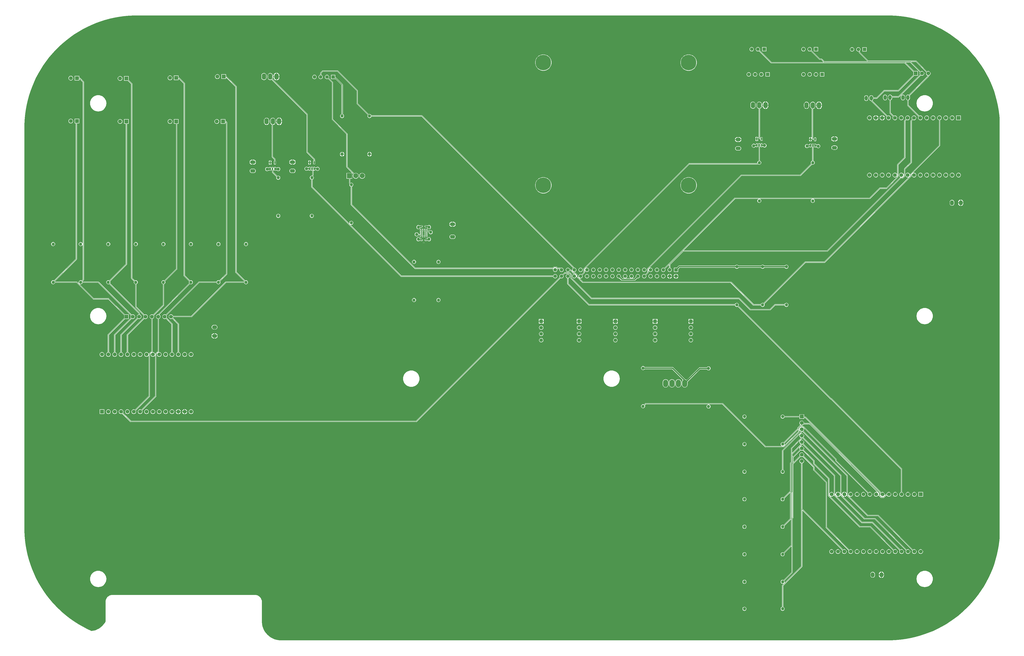
<source format=gtl>
G04*
G04 #@! TF.GenerationSoftware,Altium Limited,Altium Designer,24.1.2 (44)*
G04*
G04 Layer_Physical_Order=1*
G04 Layer_Color=255*
%FSLAX25Y25*%
%MOIN*%
G70*
G04*
G04 #@! TF.SameCoordinates,7BB0C798-B388-47C6-955D-DBFAA0C4EE40*
G04*
G04*
G04 #@! TF.FilePolarity,Positive*
G04*
G01*
G75*
%ADD11C,0.00984*%
%ADD12C,0.01968*%
%ADD16C,0.00591*%
G04:AMPARAMS|DCode=18|XSize=48.03mil|YSize=19.68mil|CornerRadius=2.46mil|HoleSize=0mil|Usage=FLASHONLY|Rotation=90.000|XOffset=0mil|YOffset=0mil|HoleType=Round|Shape=RoundedRectangle|*
%AMROUNDEDRECTD18*
21,1,0.04803,0.01476,0,0,90.0*
21,1,0.04311,0.01968,0,0,90.0*
1,1,0.00492,0.00738,0.02156*
1,1,0.00492,0.00738,-0.02156*
1,1,0.00492,-0.00738,-0.02156*
1,1,0.00492,-0.00738,0.02156*
%
%ADD18ROUNDEDRECTD18*%
%ADD19R,0.03425X0.01181*%
%ADD28R,0.05512X0.05512*%
%ADD29C,0.05512*%
%ADD30C,0.02047*%
G04:AMPARAMS|DCode=31|XSize=28.35mil|YSize=20.47mil|CornerRadius=10.24mil|HoleSize=0mil|Usage=FLASHONLY|Rotation=90.000|XOffset=0mil|YOffset=0mil|HoleType=Round|Shape=RoundedRectangle|*
%AMROUNDEDRECTD31*
21,1,0.02835,0.00000,0,0,90.0*
21,1,0.00787,0.02047,0,0,90.0*
1,1,0.02047,0.00000,0.00394*
1,1,0.02047,0.00000,-0.00394*
1,1,0.02047,0.00000,-0.00394*
1,1,0.02047,0.00000,0.00394*
%
%ADD31ROUNDEDRECTD31*%
G04:AMPARAMS|DCode=32|XSize=53.15mil|YSize=43.31mil|CornerRadius=21.65mil|HoleSize=0mil|Usage=FLASHONLY|Rotation=90.000|XOffset=0mil|YOffset=0mil|HoleType=Round|Shape=RoundedRectangle|*
%AMROUNDEDRECTD32*
21,1,0.05315,0.00000,0,0,90.0*
21,1,0.00984,0.04331,0,0,90.0*
1,1,0.04331,0.00000,0.00492*
1,1,0.04331,0.00000,-0.00492*
1,1,0.04331,0.00000,-0.00492*
1,1,0.04331,0.00000,0.00492*
%
%ADD32ROUNDEDRECTD32*%
%ADD35C,0.06102*%
%ADD36R,0.06102X0.06102*%
%ADD39R,0.07874X0.07874*%
%ADD40C,0.07874*%
%ADD48R,0.05512X0.05512*%
%ADD49C,0.02953*%
%ADD50O,0.08268X0.05512*%
%ADD51O,0.07874X0.05906*%
%ADD52R,0.06024X0.06024*%
%ADD53C,0.06024*%
%ADD54O,0.05118X0.07677*%
%ADD55C,0.05000*%
%ADD56C,0.06000*%
%ADD57R,0.06000X0.06000*%
%ADD58R,0.06000X0.06000*%
%ADD59O,0.06890X0.09843*%
%ADD60C,0.24410*%
%ADD61O,0.05906X0.07874*%
%ADD62C,0.05394*%
%ADD63R,0.05394X0.05394*%
%ADD64O,0.07874X0.11811*%
G36*
X1371057Y984114D02*
X1378724Y983443D01*
X1386355Y982438D01*
X1393934Y981102D01*
X1401449Y979436D01*
X1408883Y977444D01*
X1416223Y975129D01*
X1423455Y972497D01*
X1430566Y969552D01*
X1437541Y966299D01*
X1444368Y962745D01*
X1451034Y958897D01*
X1457525Y954762D01*
X1463829Y950347D01*
X1469936Y945662D01*
X1475831Y940715D01*
X1481506Y935515D01*
X1486948Y930073D01*
X1492148Y924398D01*
X1497095Y918502D01*
X1501780Y912396D01*
X1506195Y906092D01*
X1510330Y899601D01*
X1514178Y892935D01*
X1517732Y886108D01*
X1520985Y879133D01*
X1523930Y872022D01*
X1526562Y864790D01*
X1528877Y857450D01*
X1530869Y850015D01*
X1532535Y842501D01*
X1533871Y834922D01*
X1534876Y827291D01*
X1535212Y823447D01*
Y162805D01*
X1534876Y158961D01*
X1533871Y151330D01*
X1532535Y143751D01*
X1530869Y136236D01*
X1528877Y128802D01*
X1526562Y121462D01*
X1523930Y114230D01*
X1520985Y107119D01*
X1517732Y100144D01*
X1514178Y93317D01*
X1510330Y86651D01*
X1506195Y80160D01*
X1501780Y73856D01*
X1497095Y67750D01*
X1492148Y61854D01*
X1486948Y56179D01*
X1481506Y50737D01*
X1475831Y45537D01*
X1469935Y40590D01*
X1463829Y35905D01*
X1457525Y31490D01*
X1451034Y27355D01*
X1444368Y23507D01*
X1437541Y19953D01*
X1430566Y16700D01*
X1423455Y13755D01*
X1416223Y11123D01*
X1408883Y8808D01*
X1401449Y6816D01*
X1393934Y5150D01*
X1386355Y3814D01*
X1378724Y2809D01*
X1371057Y2138D01*
X1363368Y1803D01*
X405015D01*
X403548Y1853D01*
X400617Y2169D01*
X397740Y2770D01*
X394936Y3650D01*
X392231Y4800D01*
X389652Y6210D01*
X387224Y7866D01*
X384970Y9752D01*
X382912Y11849D01*
X381069Y14139D01*
X379460Y16597D01*
X378099Y19202D01*
X377000Y21928D01*
X376173Y24748D01*
X375627Y27636D01*
X375366Y30573D01*
X375344Y32053D01*
X375312Y32200D01*
X375303Y32246D01*
X375303Y62500D01*
X375303Y62500D01*
Y63485D01*
X375287Y63563D01*
Y63642D01*
X374903Y65574D01*
X374873Y65647D01*
X374857Y65724D01*
X374103Y67544D01*
X374060Y67610D01*
X374029Y67683D01*
X372935Y69321D01*
X372879Y69377D01*
X372835Y69442D01*
X371442Y70835D01*
X371376Y70879D01*
X371321Y70935D01*
X369683Y72030D01*
X369610Y72060D01*
X369544Y72104D01*
X367724Y72857D01*
X367647Y72873D01*
X367573Y72903D01*
X365641Y73287D01*
X365562D01*
X365485Y73303D01*
X364500Y73303D01*
X140500Y73303D01*
X140500Y73303D01*
X139515D01*
X139437Y73287D01*
X139358D01*
X137426Y72903D01*
X137353Y72873D01*
X137276Y72857D01*
X135456Y72104D01*
X135390Y72060D01*
X135317Y72029D01*
X133679Y70935D01*
X133623Y70879D01*
X133558Y70835D01*
X132165Y69442D01*
X132121Y69376D01*
X132065Y69321D01*
X130971Y67683D01*
X130940Y67610D01*
X130896Y67544D01*
X130143Y65724D01*
X130127Y65647D01*
X130097Y65574D01*
X129713Y63642D01*
Y63563D01*
X129697Y63485D01*
Y62500D01*
Y31583D01*
X128680Y29707D01*
X127168Y27475D01*
X125444Y25402D01*
X123526Y23507D01*
X121431Y21810D01*
X119180Y20326D01*
X116794Y19070D01*
X114296Y18054D01*
X111711Y17288D01*
X109054Y16776D01*
X107705Y16619D01*
X107628Y16594D01*
X107371Y16700D01*
X100396Y19953D01*
X93569Y23507D01*
X86903Y27355D01*
X80412Y31490D01*
X74107Y35905D01*
X68002Y40590D01*
X62106Y45537D01*
X56431Y50737D01*
X50989Y56179D01*
X45789Y61854D01*
X40842Y67750D01*
X36157Y73856D01*
X31742Y80160D01*
X27607Y86651D01*
X23759Y93317D01*
X20205Y100144D01*
X16952Y107119D01*
X14007Y114230D01*
X11374Y121462D01*
X9060Y128802D01*
X7068Y136237D01*
X5402Y143751D01*
X4066Y151330D01*
X3061Y158961D01*
X2390Y166628D01*
X2055Y174317D01*
Y178165D01*
Y808087D01*
Y811935D01*
X2390Y819624D01*
X3061Y827291D01*
X4066Y834922D01*
X5402Y842501D01*
X7068Y850016D01*
X9060Y857450D01*
X11374Y864790D01*
X14007Y872022D01*
X16952Y879133D01*
X20205Y886108D01*
X23759Y892935D01*
X27607Y899601D01*
X31742Y906092D01*
X36157Y912396D01*
X40842Y918502D01*
X45789Y924398D01*
X50989Y930073D01*
X56431Y935515D01*
X62106Y940715D01*
X68002Y945662D01*
X74108Y950347D01*
X80412Y954762D01*
X86903Y958897D01*
X93569Y962745D01*
X100396Y966299D01*
X107371Y969552D01*
X114482Y972497D01*
X121714Y975129D01*
X129054Y977444D01*
X136488Y979436D01*
X144003Y981102D01*
X151582Y982438D01*
X159213Y983443D01*
X166880Y984114D01*
X174569Y984449D01*
X1363368D01*
X1371057Y984114D01*
D02*
G37*
%LPC*%
G36*
X1249698Y934856D02*
X1242987D01*
Y928144D01*
X1249698D01*
Y934856D01*
D02*
G37*
G36*
X1227099D02*
X1226216D01*
X1225362Y934627D01*
X1224597Y934185D01*
X1223972Y933561D01*
X1223530Y932795D01*
X1223302Y931942D01*
Y931058D01*
X1223530Y930205D01*
X1223972Y929439D01*
X1224597Y928815D01*
X1225362Y928373D01*
X1226216Y928144D01*
X1227099D01*
X1227953Y928373D01*
X1228718Y928815D01*
X1229343Y929439D01*
X1229785Y930205D01*
X1230013Y931058D01*
Y931942D01*
X1229785Y932795D01*
X1229343Y933561D01*
X1228718Y934185D01*
X1227953Y934627D01*
X1227099Y934856D01*
D02*
G37*
G36*
X1168356D02*
X1161644D01*
Y928144D01*
X1168356D01*
Y934856D01*
D02*
G37*
G36*
X1145757D02*
X1144873D01*
X1144020Y934627D01*
X1143254Y934185D01*
X1142630Y933561D01*
X1142188Y932795D01*
X1141959Y931942D01*
Y931058D01*
X1142188Y930205D01*
X1142630Y929439D01*
X1143254Y928815D01*
X1144020Y928373D01*
X1144873Y928144D01*
X1145757D01*
X1146610Y928373D01*
X1147375Y928815D01*
X1148000Y929439D01*
X1148442Y930205D01*
X1148671Y931058D01*
Y931942D01*
X1148442Y932795D01*
X1148000Y933561D01*
X1147375Y934185D01*
X1146610Y934627D01*
X1145757Y934856D01*
D02*
G37*
G36*
X1326198Y934659D02*
X1319487D01*
Y927947D01*
X1326198D01*
Y934659D01*
D02*
G37*
G36*
X1303599D02*
X1302716D01*
X1301862Y934430D01*
X1301097Y933988D01*
X1300472Y933364D01*
X1300030Y932598D01*
X1299802Y931745D01*
Y930861D01*
X1300030Y930008D01*
X1300472Y929243D01*
X1301097Y928618D01*
X1301862Y928176D01*
X1302716Y927947D01*
X1303599D01*
X1304453Y928176D01*
X1305218Y928618D01*
X1305843Y929243D01*
X1306285Y930008D01*
X1306513Y930861D01*
Y931745D01*
X1306285Y932598D01*
X1305843Y933364D01*
X1305218Y933988D01*
X1304453Y934430D01*
X1303599Y934659D01*
D02*
G37*
G36*
X1236942Y934856D02*
X1236058D01*
X1235205Y934627D01*
X1234439Y934185D01*
X1233815Y933561D01*
X1233373Y932795D01*
X1233144Y931942D01*
Y931058D01*
X1233373Y930205D01*
X1233815Y929439D01*
X1234439Y928815D01*
X1235205Y928373D01*
X1236058Y928144D01*
X1236942D01*
X1237795Y928373D01*
X1238138Y928571D01*
X1251635Y915074D01*
X1251931Y914876D01*
X1252280Y914807D01*
X1254745D01*
X1257721Y911831D01*
X1257529Y911369D01*
X1176579D01*
X1158087Y929862D01*
X1158285Y930205D01*
X1158513Y931058D01*
Y931942D01*
X1158285Y932795D01*
X1157843Y933561D01*
X1157218Y934185D01*
X1156453Y934627D01*
X1155599Y934856D01*
X1154716D01*
X1153862Y934627D01*
X1153097Y934185D01*
X1152472Y933561D01*
X1152030Y932795D01*
X1151802Y931942D01*
Y931058D01*
X1152030Y930205D01*
X1152472Y929439D01*
X1153097Y928815D01*
X1153862Y928373D01*
X1154716Y928144D01*
X1155599D01*
X1156453Y928373D01*
X1156796Y928571D01*
X1175556Y909811D01*
X1175852Y909613D01*
X1176201Y909543D01*
X1385666D01*
X1399400Y895809D01*
Y891191D01*
X1375382Y867173D01*
X1353386D01*
X1353037Y867103D01*
X1352741Y866906D01*
X1341307Y855472D01*
X1336508D01*
Y855838D01*
X1336400Y856663D01*
X1336082Y857432D01*
X1335575Y858091D01*
X1334915Y858598D01*
X1334147Y858916D01*
X1333322Y859025D01*
X1332497Y858916D01*
X1331729Y858598D01*
X1331069Y858091D01*
X1330563Y857432D01*
X1330244Y856663D01*
X1330136Y855838D01*
Y853279D01*
X1330244Y852455D01*
X1330563Y851686D01*
X1331069Y851026D01*
X1331729Y850520D01*
X1332497Y850202D01*
X1333276Y850099D01*
Y849944D01*
X1333345Y849595D01*
X1333543Y849299D01*
X1357384Y825458D01*
X1357134Y825027D01*
X1356888Y824108D01*
Y823157D01*
X1357134Y822238D01*
X1357610Y821415D01*
X1358282Y820742D01*
X1359106Y820267D01*
X1360025Y820021D01*
X1360975D01*
X1361894Y820267D01*
X1362718Y820742D01*
X1363390Y821415D01*
X1363866Y822238D01*
X1364112Y823157D01*
Y824108D01*
X1363866Y825027D01*
X1363390Y825850D01*
X1362718Y826523D01*
X1361894Y826998D01*
X1360975Y827244D01*
X1360025D01*
X1359106Y826998D01*
X1358674Y826749D01*
X1335210Y850213D01*
X1335236Y850766D01*
X1335575Y851026D01*
X1336082Y851686D01*
X1336400Y852455D01*
X1336508Y853279D01*
Y853646D01*
X1341685D01*
X1342034Y853715D01*
X1342330Y853913D01*
X1353764Y865347D01*
X1375760D01*
X1376110Y865417D01*
X1376406Y865615D01*
X1400691Y889900D01*
X1406600D01*
Y897100D01*
X1400691D01*
X1387619Y910172D01*
X1387810Y910634D01*
X1394575D01*
X1409892Y895317D01*
X1409645Y894890D01*
X1409400Y893974D01*
Y893026D01*
X1409645Y892110D01*
X1409892Y891683D01*
X1375736Y857527D01*
X1365979D01*
X1365952Y857734D01*
X1365633Y858503D01*
X1365127Y859163D01*
X1364467Y859669D01*
X1363699Y859988D01*
X1362874Y860096D01*
X1362049Y859988D01*
X1361281Y859669D01*
X1360621Y859163D01*
X1360115Y858503D01*
X1359796Y857734D01*
X1359688Y856910D01*
Y854351D01*
X1359796Y853526D01*
X1360115Y852758D01*
X1360621Y852098D01*
X1361281Y851591D01*
X1361961Y851309D01*
Y831258D01*
X1362031Y830909D01*
X1362228Y830613D01*
X1367383Y825458D01*
X1367134Y825027D01*
X1366888Y824108D01*
Y823157D01*
X1367134Y822238D01*
X1367610Y821415D01*
X1368282Y820742D01*
X1369106Y820267D01*
X1370024Y820021D01*
X1370975D01*
X1371894Y820267D01*
X1372718Y820742D01*
X1373390Y821415D01*
X1373866Y822238D01*
X1374112Y823157D01*
Y824108D01*
X1373866Y825027D01*
X1373390Y825850D01*
X1372718Y826523D01*
X1371894Y826998D01*
X1370975Y827244D01*
X1370024D01*
X1369106Y826998D01*
X1368674Y826749D01*
X1363787Y831637D01*
Y851309D01*
X1364467Y851591D01*
X1365127Y852098D01*
X1365633Y852758D01*
X1365952Y853526D01*
X1366060Y854351D01*
Y855702D01*
X1376114D01*
X1376464Y855771D01*
X1376760Y855969D01*
X1411183Y890392D01*
X1411610Y890145D01*
X1412526Y889900D01*
X1413474D01*
X1414390Y890145D01*
X1415210Y890619D01*
X1415881Y891290D01*
X1416355Y892110D01*
X1416600Y893026D01*
Y893974D01*
X1416355Y894890D01*
X1415881Y895710D01*
X1415210Y896381D01*
X1414390Y896855D01*
X1413474Y897100D01*
X1412526D01*
X1411610Y896855D01*
X1411183Y896608D01*
X1396528Y911263D01*
X1396720Y911724D01*
X1403485D01*
X1419892Y895317D01*
X1419645Y894890D01*
X1419400Y893974D01*
Y893026D01*
X1419645Y892110D01*
X1420119Y891290D01*
X1420790Y890619D01*
X1421610Y890145D01*
X1422087Y890018D01*
Y889414D01*
X1392379Y859706D01*
X1391699Y859988D01*
X1390874Y860096D01*
X1390049Y859988D01*
X1389281Y859669D01*
X1388621Y859163D01*
X1388115Y858503D01*
X1387796Y857734D01*
X1387688Y856910D01*
Y854351D01*
X1387796Y853526D01*
X1388115Y852758D01*
X1388621Y852098D01*
X1389281Y851591D01*
X1389961Y851309D01*
Y843258D01*
X1390031Y842909D01*
X1390228Y842613D01*
X1407384Y825458D01*
X1407134Y825027D01*
X1406888Y824108D01*
Y823157D01*
X1407134Y822238D01*
X1407610Y821415D01*
X1408282Y820742D01*
X1409106Y820267D01*
X1410025Y820021D01*
X1410975D01*
X1411894Y820267D01*
X1412718Y820742D01*
X1413390Y821415D01*
X1413866Y822238D01*
X1414112Y823157D01*
Y824108D01*
X1413866Y825027D01*
X1413390Y825850D01*
X1412718Y826523D01*
X1411894Y826998D01*
X1410975Y827244D01*
X1410025D01*
X1409106Y826998D01*
X1408674Y826749D01*
X1391787Y843637D01*
Y851309D01*
X1392467Y851591D01*
X1393127Y852098D01*
X1393633Y852758D01*
X1393952Y853526D01*
X1394060Y854351D01*
Y856910D01*
X1393952Y857734D01*
X1393670Y858415D01*
X1423645Y888390D01*
X1423843Y888686D01*
X1423913Y889036D01*
Y890018D01*
X1424390Y890145D01*
X1425210Y890619D01*
X1425881Y891290D01*
X1426355Y892110D01*
X1426600Y893026D01*
Y893974D01*
X1426355Y894890D01*
X1425881Y895710D01*
X1425210Y896381D01*
X1424390Y896855D01*
X1423474Y897100D01*
X1422526D01*
X1421610Y896855D01*
X1421183Y896608D01*
X1404508Y913283D01*
X1404212Y913481D01*
X1403863Y913550D01*
X1328887D01*
X1315757Y926679D01*
Y926848D01*
X1315688Y927197D01*
X1315490Y927493D01*
X1314910Y928073D01*
X1314969Y928518D01*
X1315067Y928624D01*
X1315685Y929243D01*
X1316127Y930008D01*
X1316356Y930861D01*
Y931745D01*
X1316127Y932598D01*
X1315685Y933364D01*
X1315061Y933988D01*
X1314295Y934430D01*
X1313442Y934659D01*
X1312558D01*
X1311705Y934430D01*
X1310939Y933988D01*
X1310315Y933364D01*
X1309873Y932598D01*
X1309644Y931745D01*
Y930861D01*
X1309873Y930008D01*
X1310315Y929243D01*
X1310939Y928618D01*
X1311705Y928176D01*
X1312416Y927985D01*
X1313932Y926470D01*
Y926301D01*
X1314001Y925952D01*
X1314199Y925655D01*
X1326933Y912922D01*
X1326742Y912459D01*
X1259674D01*
X1255768Y916365D01*
X1255472Y916563D01*
X1255123Y916632D01*
X1252658D01*
X1239429Y929862D01*
X1239627Y930205D01*
X1239856Y931058D01*
Y931942D01*
X1239627Y932795D01*
X1239185Y933561D01*
X1238561Y934185D01*
X1237795Y934627D01*
X1236942Y934856D01*
D02*
G37*
G36*
X1047181Y923305D02*
X1045166D01*
X1043175Y922989D01*
X1041258Y922367D01*
X1039462Y921452D01*
X1037831Y920267D01*
X1036406Y918842D01*
X1035222Y917211D01*
X1034307Y915415D01*
X1033684Y913498D01*
X1033368Y911508D01*
Y909492D01*
X1033684Y907502D01*
X1034307Y905585D01*
X1035222Y903789D01*
X1036406Y902158D01*
X1037831Y900733D01*
X1039462Y899548D01*
X1041258Y898633D01*
X1043175Y898011D01*
X1045166Y897695D01*
X1047181D01*
X1049172Y898011D01*
X1051089Y898633D01*
X1052884Y899548D01*
X1054515Y900733D01*
X1055940Y902158D01*
X1057125Y903789D01*
X1058040Y905585D01*
X1058663Y907502D01*
X1058978Y909492D01*
Y911508D01*
X1058663Y913498D01*
X1058040Y915415D01*
X1057125Y917211D01*
X1055940Y918842D01*
X1054515Y920267D01*
X1052884Y921452D01*
X1051089Y922367D01*
X1049172Y922989D01*
X1047181Y923305D01*
D02*
G37*
G36*
X818834D02*
X816819D01*
X814828Y922989D01*
X812912Y922367D01*
X811116Y921452D01*
X809485Y920267D01*
X808060Y918842D01*
X806875Y917211D01*
X805960Y915415D01*
X805337Y913498D01*
X805022Y911508D01*
Y909492D01*
X805337Y907502D01*
X805960Y905585D01*
X806875Y903789D01*
X808060Y902158D01*
X809485Y900733D01*
X811116Y899548D01*
X812912Y898633D01*
X814828Y898011D01*
X816819Y897695D01*
X818834D01*
X820825Y898011D01*
X822742Y898633D01*
X824538Y899548D01*
X826169Y900733D01*
X827594Y902158D01*
X828778Y903789D01*
X829693Y905585D01*
X830316Y907502D01*
X830632Y909492D01*
Y911508D01*
X830316Y913498D01*
X829693Y915415D01*
X828778Y917211D01*
X827594Y918842D01*
X826169Y920267D01*
X824538Y921452D01*
X822742Y922367D01*
X820825Y922989D01*
X818834Y923305D01*
D02*
G37*
G36*
X398842Y894449D02*
Y889055D01*
X402826D01*
Y890031D01*
X402673Y891191D01*
X402225Y892273D01*
X401513Y893201D01*
X400584Y893914D01*
X399503Y894362D01*
X398842Y894449D01*
D02*
G37*
G36*
X397842Y894449D02*
X397182Y894362D01*
X396101Y893914D01*
X395172Y893201D01*
X394460Y892273D01*
X394012Y891191D01*
X393859Y890031D01*
Y889055D01*
X397842D01*
Y894449D01*
D02*
G37*
G36*
X1259541Y895356D02*
X1252829D01*
Y888644D01*
X1259541D01*
Y895356D01*
D02*
G37*
G36*
X1246784D02*
X1245901D01*
X1245047Y895127D01*
X1244282Y894685D01*
X1243657Y894061D01*
X1243215Y893295D01*
X1242987Y892442D01*
Y891558D01*
X1243215Y890705D01*
X1243657Y889939D01*
X1244282Y889315D01*
X1245047Y888873D01*
X1245901Y888644D01*
X1246784D01*
X1247638Y888873D01*
X1248403Y889315D01*
X1249028Y889939D01*
X1249470Y890705D01*
X1249698Y891558D01*
Y892442D01*
X1249470Y893295D01*
X1249028Y894061D01*
X1248403Y894685D01*
X1247638Y895127D01*
X1246784Y895356D01*
D02*
G37*
G36*
X1236942D02*
X1236058D01*
X1235205Y895127D01*
X1234439Y894685D01*
X1233815Y894061D01*
X1233373Y893295D01*
X1233144Y892442D01*
Y891558D01*
X1233373Y890705D01*
X1233815Y889939D01*
X1234439Y889315D01*
X1235205Y888873D01*
X1236058Y888644D01*
X1236942D01*
X1237795Y888873D01*
X1238561Y889315D01*
X1239185Y889939D01*
X1239627Y890705D01*
X1239856Y891558D01*
Y892442D01*
X1239627Y893295D01*
X1239185Y894061D01*
X1238561Y894685D01*
X1237795Y895127D01*
X1236942Y895356D01*
D02*
G37*
G36*
X1227099D02*
X1226216D01*
X1225362Y895127D01*
X1224597Y894685D01*
X1223972Y894061D01*
X1223530Y893295D01*
X1223302Y892442D01*
Y891558D01*
X1223530Y890705D01*
X1223972Y889939D01*
X1224597Y889315D01*
X1225362Y888873D01*
X1226216Y888644D01*
X1227099D01*
X1227953Y888873D01*
X1228718Y889315D01*
X1229343Y889939D01*
X1229785Y890705D01*
X1230013Y891558D01*
Y892442D01*
X1229785Y893295D01*
X1229343Y894061D01*
X1228718Y894685D01*
X1227953Y895127D01*
X1227099Y895356D01*
D02*
G37*
G36*
X1173698D02*
X1166987D01*
Y888644D01*
X1173698D01*
Y895356D01*
D02*
G37*
G36*
X1160942D02*
X1160058D01*
X1159205Y895127D01*
X1158439Y894685D01*
X1157815Y894061D01*
X1157373Y893295D01*
X1157144Y892442D01*
Y891558D01*
X1157373Y890705D01*
X1157815Y889939D01*
X1158439Y889315D01*
X1159205Y888873D01*
X1160058Y888644D01*
X1160942D01*
X1161795Y888873D01*
X1162561Y889315D01*
X1163185Y889939D01*
X1163627Y890705D01*
X1163856Y891558D01*
Y892442D01*
X1163627Y893295D01*
X1163185Y894061D01*
X1162561Y894685D01*
X1161795Y895127D01*
X1160942Y895356D01*
D02*
G37*
G36*
X1151099D02*
X1150216D01*
X1149362Y895127D01*
X1148597Y894685D01*
X1147972Y894061D01*
X1147530Y893295D01*
X1147302Y892442D01*
Y891558D01*
X1147530Y890705D01*
X1147972Y889939D01*
X1148597Y889315D01*
X1149362Y888873D01*
X1150216Y888644D01*
X1151099D01*
X1151953Y888873D01*
X1152718Y889315D01*
X1153343Y889939D01*
X1153785Y890705D01*
X1154013Y891558D01*
Y892442D01*
X1153785Y893295D01*
X1153343Y894061D01*
X1152718Y894685D01*
X1151953Y895127D01*
X1151099Y895356D01*
D02*
G37*
G36*
X1141257D02*
X1140373D01*
X1139520Y895127D01*
X1138754Y894685D01*
X1138130Y894061D01*
X1137688Y893295D01*
X1137459Y892442D01*
Y891558D01*
X1137688Y890705D01*
X1138130Y889939D01*
X1138754Y889315D01*
X1139520Y888873D01*
X1140373Y888644D01*
X1141257D01*
X1142110Y888873D01*
X1142875Y889315D01*
X1143500Y889939D01*
X1143942Y890705D01*
X1144171Y891558D01*
Y892442D01*
X1143942Y893295D01*
X1143500Y894061D01*
X1142875Y894685D01*
X1142110Y895127D01*
X1141257Y895356D01*
D02*
G37*
G36*
X305943Y892108D02*
X304982D01*
X304053Y891859D01*
X303220Y891378D01*
X302541Y890698D01*
X302060Y889866D01*
X301811Y888937D01*
Y887976D01*
X302060Y887047D01*
X302541Y886215D01*
X303220Y885535D01*
X304053Y885054D01*
X304982Y884805D01*
X305943D01*
X306872Y885054D01*
X307704Y885535D01*
X308384Y886215D01*
X308865Y887047D01*
X309113Y887976D01*
Y888937D01*
X308865Y889866D01*
X308384Y890698D01*
X307704Y891378D01*
X306872Y891859D01*
X305943Y892108D01*
D02*
G37*
G36*
X458414Y891356D02*
X457531D01*
X456677Y891127D01*
X455912Y890685D01*
X455287Y890061D01*
X454845Y889295D01*
X454616Y888442D01*
Y887558D01*
X454845Y886705D01*
X455287Y885939D01*
X455912Y885315D01*
X456677Y884873D01*
X457531Y884644D01*
X458414D01*
X459268Y884873D01*
X460033Y885315D01*
X460658Y885939D01*
X461100Y886705D01*
X461328Y887558D01*
Y888442D01*
X461100Y889295D01*
X460658Y890061D01*
X460033Y890685D01*
X459268Y891127D01*
X458414Y891356D01*
D02*
G37*
G36*
X378658Y894111D02*
X377602Y893972D01*
X376618Y893564D01*
X375773Y892916D01*
X375124Y892071D01*
X374717Y891087D01*
X374578Y890031D01*
Y887078D01*
X374717Y886022D01*
X375124Y885038D01*
X375773Y884194D01*
X376618Y883545D01*
X377602Y883138D01*
X378658Y882999D01*
X379713Y883138D01*
X380697Y883545D01*
X381542Y884194D01*
X382191Y885038D01*
X382598Y886022D01*
X382737Y887078D01*
Y890031D01*
X382598Y891087D01*
X382191Y892071D01*
X381542Y892916D01*
X380697Y893564D01*
X379713Y893972D01*
X378658Y894111D01*
D02*
G37*
G36*
X231481Y890084D02*
X230519D01*
X229591Y889835D01*
X228758Y889355D01*
X228078Y888675D01*
X227598Y887842D01*
X227349Y886914D01*
Y885952D01*
X227598Y885024D01*
X228078Y884191D01*
X228758Y883511D01*
X229591Y883031D01*
X230519Y882782D01*
X231481D01*
X232409Y883031D01*
X233242Y883511D01*
X233922Y884191D01*
X234402Y885024D01*
X234651Y885952D01*
Y886914D01*
X234402Y887842D01*
X233922Y888675D01*
X233242Y889355D01*
X232409Y889835D01*
X231481Y890084D01*
D02*
G37*
G36*
X397842Y888055D02*
X393859D01*
Y887078D01*
X394012Y885918D01*
X394460Y884837D01*
X395172Y883908D01*
X396101Y883196D01*
X397182Y882748D01*
X397842Y882661D01*
Y888055D01*
D02*
G37*
G36*
X402826D02*
X398842D01*
Y882661D01*
X399503Y882748D01*
X400584Y883196D01*
X401513Y883908D01*
X402225Y884837D01*
X402673Y885918D01*
X402826Y887078D01*
Y888055D01*
D02*
G37*
G36*
X75481Y889651D02*
X74519D01*
X73591Y889402D01*
X72758Y888922D01*
X72078Y888242D01*
X71598Y887409D01*
X71349Y886481D01*
Y885519D01*
X71598Y884591D01*
X72078Y883758D01*
X72758Y883078D01*
X73591Y882598D01*
X74519Y882349D01*
X75481D01*
X76409Y882598D01*
X77242Y883078D01*
X77922Y883758D01*
X78402Y884591D01*
X78651Y885519D01*
Y886481D01*
X78402Y887409D01*
X77922Y888242D01*
X77242Y888922D01*
X76409Y889402D01*
X75481Y889651D01*
D02*
G37*
G36*
X152981Y889227D02*
X152019D01*
X151091Y888978D01*
X150258Y888497D01*
X149578Y887817D01*
X149098Y886985D01*
X148849Y886056D01*
Y885095D01*
X149098Y884166D01*
X149578Y883333D01*
X150258Y882654D01*
X151091Y882173D01*
X152019Y881924D01*
X152981D01*
X153909Y882173D01*
X154742Y882654D01*
X155422Y883333D01*
X155902Y884166D01*
X156151Y885095D01*
Y886056D01*
X155902Y886985D01*
X155422Y887817D01*
X154742Y888497D01*
X153909Y888978D01*
X152981Y889227D01*
D02*
G37*
G36*
X1383000Y860096D02*
X1382175Y859988D01*
X1381407Y859669D01*
X1380747Y859163D01*
X1380241Y858503D01*
X1379922Y857734D01*
X1379814Y856910D01*
Y854351D01*
X1379922Y853526D01*
X1380241Y852758D01*
X1380747Y852098D01*
X1381407Y851591D01*
X1382175Y851273D01*
X1383000Y851165D01*
X1383825Y851273D01*
X1384593Y851591D01*
X1385253Y852098D01*
X1385759Y852758D01*
X1386078Y853526D01*
X1386186Y854351D01*
Y856910D01*
X1386078Y857734D01*
X1385759Y858503D01*
X1385253Y859163D01*
X1384593Y859669D01*
X1383825Y859988D01*
X1383000Y860096D01*
D02*
G37*
G36*
X1355000D02*
X1354175Y859988D01*
X1353407Y859669D01*
X1352747Y859163D01*
X1352241Y858503D01*
X1351922Y857734D01*
X1351814Y856910D01*
Y854351D01*
X1351922Y853526D01*
X1352241Y852758D01*
X1352747Y852098D01*
X1353407Y851591D01*
X1354175Y851273D01*
X1355000Y851165D01*
X1355825Y851273D01*
X1356593Y851591D01*
X1357253Y852098D01*
X1357759Y852758D01*
X1358078Y853526D01*
X1358186Y854351D01*
Y856910D01*
X1358078Y857734D01*
X1357759Y858503D01*
X1357253Y859163D01*
X1356593Y859669D01*
X1355825Y859988D01*
X1355000Y860096D01*
D02*
G37*
G36*
X1325448Y859025D02*
X1324623Y858916D01*
X1323855Y858598D01*
X1323195Y858091D01*
X1322689Y857432D01*
X1322370Y856663D01*
X1322262Y855838D01*
Y853279D01*
X1322370Y852455D01*
X1322689Y851686D01*
X1323195Y851026D01*
X1323855Y850520D01*
X1324623Y850202D01*
X1325448Y850093D01*
X1326273Y850202D01*
X1327041Y850520D01*
X1327701Y851026D01*
X1328207Y851686D01*
X1328526Y852455D01*
X1328634Y853279D01*
Y855838D01*
X1328526Y856663D01*
X1328207Y857432D01*
X1327701Y858091D01*
X1327041Y858598D01*
X1326273Y858916D01*
X1325448Y859025D01*
D02*
G37*
G36*
X1167500Y849394D02*
Y844000D01*
X1171483D01*
Y844976D01*
X1171331Y846137D01*
X1170883Y847218D01*
X1170170Y848147D01*
X1169242Y848859D01*
X1168160Y849307D01*
X1167500Y849394D01*
D02*
G37*
G36*
X1166500Y849394D02*
X1165840Y849307D01*
X1164758Y848859D01*
X1163830Y848147D01*
X1163117Y847218D01*
X1162669Y846137D01*
X1162517Y844976D01*
Y844000D01*
X1166500D01*
Y849394D01*
D02*
G37*
G36*
X1251685Y849232D02*
Y843839D01*
X1255668D01*
Y844815D01*
X1255515Y845975D01*
X1255068Y847057D01*
X1254355Y847985D01*
X1253427Y848698D01*
X1252345Y849145D01*
X1251685Y849232D01*
D02*
G37*
G36*
X1250685Y849232D02*
X1250025Y849145D01*
X1248943Y848698D01*
X1248015Y847985D01*
X1247302Y847057D01*
X1246855Y845975D01*
X1246702Y844815D01*
Y843839D01*
X1250685D01*
Y849232D01*
D02*
G37*
G36*
X1147315Y849056D02*
X1146259Y848917D01*
X1145275Y848510D01*
X1144430Y847861D01*
X1143782Y847016D01*
X1143374Y846032D01*
X1143235Y844976D01*
Y842024D01*
X1143374Y840968D01*
X1143782Y839984D01*
X1144430Y839139D01*
X1145275Y838490D01*
X1146259Y838083D01*
X1147315Y837944D01*
X1148371Y838083D01*
X1149355Y838490D01*
X1150200Y839139D01*
X1150848Y839984D01*
X1151256Y840968D01*
X1151395Y842024D01*
Y844976D01*
X1151256Y846032D01*
X1150848Y847016D01*
X1150200Y847861D01*
X1149355Y848510D01*
X1148371Y848917D01*
X1147315Y849056D01*
D02*
G37*
G36*
X1231500Y848895D02*
X1230444Y848756D01*
X1229460Y848348D01*
X1228615Y847700D01*
X1227967Y846855D01*
X1227559Y845871D01*
X1227420Y844815D01*
Y841862D01*
X1227559Y840806D01*
X1227967Y839822D01*
X1228615Y838977D01*
X1229460Y838329D01*
X1230444Y837921D01*
X1231500Y837782D01*
X1232556Y837921D01*
X1233540Y838329D01*
X1234385Y838977D01*
X1235033Y839822D01*
X1235441Y840806D01*
X1235580Y841862D01*
Y844815D01*
X1235441Y845871D01*
X1235033Y846855D01*
X1234385Y847700D01*
X1233540Y848348D01*
X1232556Y848756D01*
X1231500Y848895D01*
D02*
G37*
G36*
X1166500Y843000D02*
X1162517D01*
Y842024D01*
X1162669Y840863D01*
X1163117Y839782D01*
X1163830Y838853D01*
X1164758Y838141D01*
X1165840Y837693D01*
X1166500Y837606D01*
Y843000D01*
D02*
G37*
G36*
X1171483D02*
X1167500D01*
Y837606D01*
X1168160Y837693D01*
X1169242Y838141D01*
X1170170Y838853D01*
X1170883Y839782D01*
X1171331Y840863D01*
X1171483Y842024D01*
Y843000D01*
D02*
G37*
G36*
X1255668Y842838D02*
X1251685D01*
Y837445D01*
X1252345Y837532D01*
X1253427Y837980D01*
X1254355Y838692D01*
X1255068Y839621D01*
X1255515Y840702D01*
X1255668Y841862D01*
Y842838D01*
D02*
G37*
G36*
X1250685D02*
X1246702D01*
Y841862D01*
X1246855Y840702D01*
X1247302Y839621D01*
X1248015Y838692D01*
X1248943Y837980D01*
X1250025Y837532D01*
X1250685Y837445D01*
Y842838D01*
D02*
G37*
G36*
X1417323Y859301D02*
X1415314Y859143D01*
X1413354Y858672D01*
X1411492Y857901D01*
X1409773Y856848D01*
X1408241Y855539D01*
X1406932Y854006D01*
X1405879Y852288D01*
X1405107Y850426D01*
X1404637Y848466D01*
X1404478Y846457D01*
X1404637Y844447D01*
X1405107Y842488D01*
X1405879Y840625D01*
X1406932Y838907D01*
X1408241Y837374D01*
X1409773Y836065D01*
X1411492Y835012D01*
X1413354Y834241D01*
X1415314Y833770D01*
X1417323Y833612D01*
X1419332Y833770D01*
X1421292Y834241D01*
X1423154Y835012D01*
X1424872Y836065D01*
X1426405Y837374D01*
X1427714Y838907D01*
X1428767Y840625D01*
X1429539Y842488D01*
X1430009Y844447D01*
X1430167Y846457D01*
X1430009Y848466D01*
X1429539Y850426D01*
X1428767Y852288D01*
X1427714Y854006D01*
X1426405Y855539D01*
X1424872Y856848D01*
X1423154Y857901D01*
X1421292Y858672D01*
X1419332Y859143D01*
X1417323Y859301D01*
D02*
G37*
G36*
X118110D02*
X116101Y859143D01*
X114141Y858672D01*
X112279Y857901D01*
X110561Y856848D01*
X109028Y855539D01*
X107719Y854006D01*
X106666Y852288D01*
X105895Y850426D01*
X105424Y848466D01*
X105266Y846457D01*
X105424Y844447D01*
X105895Y842488D01*
X106666Y840625D01*
X107719Y838907D01*
X109028Y837374D01*
X110561Y836065D01*
X112279Y835012D01*
X114141Y834241D01*
X116101Y833770D01*
X118110Y833612D01*
X120120Y833770D01*
X122079Y834241D01*
X123941Y835012D01*
X125660Y836065D01*
X127192Y837374D01*
X128501Y838907D01*
X129555Y840625D01*
X130326Y842488D01*
X130796Y844447D01*
X130955Y846457D01*
X130796Y848466D01*
X130326Y850426D01*
X129555Y852288D01*
X128501Y854006D01*
X127192Y855539D01*
X125660Y856848D01*
X123941Y857901D01*
X122079Y858672D01*
X120120Y859143D01*
X118110Y859301D01*
D02*
G37*
G36*
X1351028Y827644D02*
X1351000D01*
Y824133D01*
X1354512D01*
Y824161D01*
X1354238Y825181D01*
X1353710Y826096D01*
X1352963Y826843D01*
X1352048Y827371D01*
X1351028Y827644D01*
D02*
G37*
G36*
X1341028D02*
X1341000D01*
Y824133D01*
X1344512D01*
Y824161D01*
X1344238Y825181D01*
X1343710Y826096D01*
X1342963Y826843D01*
X1342048Y827371D01*
X1341028Y827644D01*
D02*
G37*
G36*
X1350000D02*
X1349972D01*
X1348952Y827371D01*
X1348037Y826843D01*
X1347290Y826096D01*
X1346762Y825181D01*
X1346488Y824161D01*
Y824133D01*
X1350000D01*
Y827644D01*
D02*
G37*
G36*
X1340000D02*
X1339972D01*
X1338951Y827371D01*
X1338037Y826843D01*
X1337290Y826096D01*
X1336762Y825181D01*
X1336488Y824161D01*
Y824133D01*
X1340000D01*
Y827644D01*
D02*
G37*
G36*
X490856Y891356D02*
X484144D01*
Y884644D01*
X490856D01*
X490856Y884644D01*
Y884644D01*
X491298Y884481D01*
X500331Y875447D01*
Y829411D01*
X500248Y829389D01*
X499541Y828981D01*
X498964Y828403D01*
X498556Y827697D01*
X498345Y826908D01*
Y826092D01*
X498556Y825303D01*
X498964Y824597D01*
X499541Y824019D01*
X500248Y823611D01*
X501037Y823400D01*
X501853D01*
X502641Y823611D01*
X503348Y824019D01*
X503926Y824597D01*
X504334Y825303D01*
X504545Y826092D01*
Y826908D01*
X504334Y827697D01*
X503926Y828403D01*
X503348Y828981D01*
X502641Y829389D01*
X502558Y829411D01*
Y875908D01*
X502474Y876334D01*
X502232Y876696D01*
X502232Y876696D01*
X491943Y886985D01*
X491582Y887226D01*
X491156Y887311D01*
X490856D01*
Y891356D01*
D02*
G37*
G36*
X1474112Y827244D02*
X1466888D01*
Y820021D01*
X1474112D01*
Y827244D01*
D02*
G37*
G36*
X1460975D02*
X1460025D01*
X1459106Y826998D01*
X1458282Y826523D01*
X1457610Y825850D01*
X1457134Y825027D01*
X1456888Y824108D01*
Y823157D01*
X1457134Y822238D01*
X1457610Y821415D01*
X1458282Y820742D01*
X1459106Y820267D01*
X1460025Y820021D01*
X1460975D01*
X1461894Y820267D01*
X1462718Y820742D01*
X1463390Y821415D01*
X1463866Y822238D01*
X1464112Y823157D01*
Y824108D01*
X1463866Y825027D01*
X1463390Y825850D01*
X1462718Y826523D01*
X1461894Y826998D01*
X1460975Y827244D01*
D02*
G37*
G36*
X1450976D02*
X1450025D01*
X1449106Y826998D01*
X1448282Y826523D01*
X1447610Y825850D01*
X1447134Y825027D01*
X1446888Y824108D01*
Y823157D01*
X1447134Y822238D01*
X1447610Y821415D01*
X1448282Y820742D01*
X1449106Y820267D01*
X1450025Y820021D01*
X1450976D01*
X1451894Y820267D01*
X1452718Y820742D01*
X1453390Y821415D01*
X1453866Y822238D01*
X1454112Y823157D01*
Y824108D01*
X1453866Y825027D01*
X1453390Y825850D01*
X1452718Y826523D01*
X1451894Y826998D01*
X1450976Y827244D01*
D02*
G37*
G36*
X1430976D02*
X1430025D01*
X1429106Y826998D01*
X1428282Y826523D01*
X1427610Y825850D01*
X1427134Y825027D01*
X1426888Y824108D01*
Y823157D01*
X1427134Y822238D01*
X1427610Y821415D01*
X1428282Y820742D01*
X1429106Y820267D01*
X1430025Y820021D01*
X1430976D01*
X1431894Y820267D01*
X1432718Y820742D01*
X1433390Y821415D01*
X1433866Y822238D01*
X1434112Y823157D01*
Y824108D01*
X1433866Y825027D01*
X1433390Y825850D01*
X1432718Y826523D01*
X1431894Y826998D01*
X1430976Y827244D01*
D02*
G37*
G36*
X1420975D02*
X1420024D01*
X1419106Y826998D01*
X1418282Y826523D01*
X1417610Y825850D01*
X1417134Y825027D01*
X1416888Y824108D01*
Y823157D01*
X1417134Y822238D01*
X1417610Y821415D01*
X1418282Y820742D01*
X1419106Y820267D01*
X1420024Y820021D01*
X1420975D01*
X1421894Y820267D01*
X1422718Y820742D01*
X1423390Y821415D01*
X1423866Y822238D01*
X1424112Y823157D01*
Y824108D01*
X1423866Y825027D01*
X1423390Y825850D01*
X1422718Y826523D01*
X1421894Y826998D01*
X1420975Y827244D01*
D02*
G37*
G36*
X1400976D02*
X1400025D01*
X1399106Y826998D01*
X1398282Y826523D01*
X1397610Y825850D01*
X1397134Y825027D01*
X1396888Y824108D01*
Y823157D01*
X1397134Y822238D01*
X1397471Y821655D01*
X1395461Y819645D01*
X1395263Y819349D01*
X1395193Y819000D01*
Y753889D01*
X1385248Y743944D01*
X1385050Y743648D01*
X1384981Y743298D01*
Y736272D01*
X1384461Y735752D01*
X1384263Y735456D01*
X1384246Y735368D01*
X1383718Y735281D01*
X1383390Y735850D01*
X1382718Y736523D01*
X1381894Y736998D01*
X1380976Y737244D01*
X1380025D01*
X1379106Y736998D01*
X1378282Y736523D01*
X1377610Y735850D01*
X1377134Y735027D01*
X1376888Y734108D01*
Y733157D01*
X1377134Y732238D01*
X1377610Y731415D01*
X1378282Y730742D01*
X1378851Y730414D01*
X1378764Y729887D01*
X1378677Y729870D01*
X1378381Y729672D01*
X1263622Y614913D01*
X1038684D01*
X1038492Y615375D01*
X1119299Y696182D01*
X1155630D01*
X1155764Y695682D01*
X1155416Y695481D01*
X1154838Y694903D01*
X1154430Y694197D01*
X1154219Y693408D01*
Y692592D01*
X1154430Y691803D01*
X1154838Y691097D01*
X1155416Y690519D01*
X1156122Y690111D01*
X1156911Y689900D01*
X1157727D01*
X1158515Y690111D01*
X1159222Y690519D01*
X1159799Y691097D01*
X1160208Y691803D01*
X1160419Y692592D01*
Y693408D01*
X1160208Y694197D01*
X1159799Y694903D01*
X1159222Y695481D01*
X1158874Y695682D01*
X1159008Y696182D01*
X1239653D01*
X1239787Y695682D01*
X1239439Y695481D01*
X1238862Y694903D01*
X1238454Y694197D01*
X1238243Y693408D01*
Y692592D01*
X1238454Y691803D01*
X1238862Y691097D01*
X1239439Y690519D01*
X1240146Y690111D01*
X1240934Y689900D01*
X1241751D01*
X1242539Y690111D01*
X1243246Y690519D01*
X1243823Y691097D01*
X1244231Y691803D01*
X1244442Y692592D01*
Y693408D01*
X1244231Y694197D01*
X1243823Y694903D01*
X1243246Y695481D01*
X1242898Y695682D01*
X1243032Y696182D01*
X1330956D01*
X1331305Y696251D01*
X1331602Y696449D01*
X1347128Y711975D01*
X1357388D01*
X1357737Y712044D01*
X1358033Y712242D01*
X1375538Y729747D01*
X1375736Y730044D01*
X1375806Y730393D01*
Y731160D01*
X1375950Y731375D01*
X1376019Y731725D01*
Y749771D01*
X1386752Y760504D01*
X1386950Y760800D01*
X1387019Y761150D01*
Y818759D01*
X1388739Y820479D01*
X1389106Y820267D01*
X1390024Y820021D01*
X1390975D01*
X1391894Y820267D01*
X1392718Y820742D01*
X1393390Y821415D01*
X1393866Y822238D01*
X1394112Y823157D01*
Y824108D01*
X1393866Y825027D01*
X1393390Y825850D01*
X1392718Y826523D01*
X1391894Y826998D01*
X1390975Y827244D01*
X1390024D01*
X1389106Y826998D01*
X1388282Y826523D01*
X1387610Y825850D01*
X1387134Y825027D01*
X1386888Y824108D01*
Y823157D01*
X1387134Y822238D01*
X1387421Y821742D01*
X1385461Y819783D01*
X1385263Y819486D01*
X1385194Y819137D01*
Y761528D01*
X1374461Y750795D01*
X1374263Y750499D01*
X1374193Y750149D01*
Y735459D01*
X1373693Y735325D01*
X1373390Y735850D01*
X1372718Y736523D01*
X1371894Y736998D01*
X1370975Y737244D01*
X1370024D01*
X1369106Y736998D01*
X1368282Y736523D01*
X1367610Y735850D01*
X1367134Y735027D01*
X1366888Y734108D01*
Y733157D01*
X1367134Y732238D01*
X1367610Y731415D01*
X1368282Y730742D01*
X1369106Y730267D01*
X1370024Y730021D01*
X1370975D01*
X1371894Y730267D01*
X1372718Y730742D01*
X1373390Y731415D01*
X1373480Y731423D01*
X1373980Y730964D01*
Y730771D01*
X1357010Y713801D01*
X1346749D01*
X1346400Y713731D01*
X1346104Y713533D01*
X1330578Y698007D01*
X1118921D01*
X1118572Y697938D01*
X1118276Y697740D01*
X1007922Y587386D01*
X1007599Y587572D01*
X1006761Y587797D01*
X1005893D01*
X1005054Y587572D01*
X1004303Y587138D01*
X1003689Y586524D01*
X1003255Y585773D01*
X1003030Y584934D01*
Y584066D01*
X1003255Y583227D01*
X1003689Y582476D01*
X1004303Y581862D01*
X1005054Y581428D01*
X1005893Y581203D01*
X1006761D01*
X1007599Y581428D01*
X1008351Y581862D01*
X1008965Y582476D01*
X1009399Y583227D01*
X1009624Y584066D01*
Y584934D01*
X1009399Y585773D01*
X1009213Y586095D01*
X1014952Y591834D01*
X1015414Y591643D01*
Y587669D01*
X1015054Y587572D01*
X1014303Y587138D01*
X1013689Y586524D01*
X1013255Y585773D01*
X1013030Y584934D01*
Y584066D01*
X1013255Y583227D01*
X1013689Y582476D01*
X1014303Y581862D01*
X1015054Y581428D01*
X1015893Y581203D01*
X1016761D01*
X1017599Y581428D01*
X1018351Y581862D01*
X1018965Y582476D01*
X1019399Y583227D01*
X1019624Y584066D01*
Y584934D01*
X1019399Y585773D01*
X1018965Y586524D01*
X1018351Y587138D01*
X1017599Y587572D01*
X1017240Y587669D01*
Y592580D01*
X1037747Y613087D01*
X1264000D01*
X1264349Y613157D01*
X1264645Y613355D01*
X1379404Y728113D01*
X1382408D01*
X1382757Y728183D01*
X1383053Y728381D01*
X1385752Y731079D01*
X1385950Y731375D01*
X1386019Y731725D01*
Y734728D01*
X1386539Y735248D01*
X1386737Y735544D01*
X1386806Y735894D01*
Y742920D01*
X1396752Y752866D01*
X1396950Y753162D01*
X1397019Y753511D01*
Y818622D01*
X1398826Y820428D01*
X1399106Y820267D01*
X1400025Y820021D01*
X1400976D01*
X1401894Y820267D01*
X1402718Y820742D01*
X1403390Y821415D01*
X1403866Y822238D01*
X1404112Y823157D01*
Y824108D01*
X1403866Y825027D01*
X1403390Y825850D01*
X1402718Y826523D01*
X1401894Y826998D01*
X1400976Y827244D01*
D02*
G37*
G36*
X1380976D02*
X1380025D01*
X1379106Y826998D01*
X1378282Y826523D01*
X1377610Y825850D01*
X1377134Y825027D01*
X1376888Y824108D01*
Y823157D01*
X1377134Y822238D01*
X1377610Y821415D01*
X1378282Y820742D01*
X1379106Y820267D01*
X1380025Y820021D01*
X1380976D01*
X1381894Y820267D01*
X1382718Y820742D01*
X1383390Y821415D01*
X1383866Y822238D01*
X1384112Y823157D01*
Y824108D01*
X1383866Y825027D01*
X1383390Y825850D01*
X1382718Y826523D01*
X1381894Y826998D01*
X1380976Y827244D01*
D02*
G37*
G36*
X1330976D02*
X1330025D01*
X1329106Y826998D01*
X1328282Y826523D01*
X1327610Y825850D01*
X1327134Y825027D01*
X1326888Y824108D01*
Y823157D01*
X1327134Y822238D01*
X1327610Y821415D01*
X1328282Y820742D01*
X1329106Y820267D01*
X1330025Y820021D01*
X1330976D01*
X1331894Y820267D01*
X1332718Y820742D01*
X1333390Y821415D01*
X1333866Y822238D01*
X1334112Y823157D01*
Y824108D01*
X1333866Y825027D01*
X1333390Y825850D01*
X1332718Y826523D01*
X1331894Y826998D01*
X1330976Y827244D01*
D02*
G37*
G36*
X1354512Y823133D02*
X1351000D01*
Y819621D01*
X1351028D01*
X1352048Y819894D01*
X1352963Y820422D01*
X1353710Y821169D01*
X1354238Y822084D01*
X1354512Y823104D01*
Y823133D01*
D02*
G37*
G36*
X1350000D02*
X1346488D01*
Y823104D01*
X1346762Y822084D01*
X1347290Y821169D01*
X1348037Y820422D01*
X1348952Y819894D01*
X1349972Y819621D01*
X1350000D01*
Y823133D01*
D02*
G37*
G36*
X1344512D02*
X1341000D01*
Y819621D01*
X1341028D01*
X1342048Y819894D01*
X1342963Y820422D01*
X1343710Y821169D01*
X1344238Y822084D01*
X1344512Y823104D01*
Y823133D01*
D02*
G37*
G36*
X1340000D02*
X1336488D01*
Y823104D01*
X1336762Y822084D01*
X1337290Y821169D01*
X1338037Y820422D01*
X1338951Y819894D01*
X1339972Y819621D01*
X1340000D01*
Y823133D01*
D02*
G37*
G36*
X403000Y823969D02*
Y818575D01*
X406983D01*
Y819551D01*
X406831Y820712D01*
X406383Y821793D01*
X405670Y822721D01*
X404742Y823434D01*
X403660Y823882D01*
X403000Y823969D01*
D02*
G37*
G36*
X402000Y823969D02*
X401340Y823882D01*
X400258Y823434D01*
X399330Y822721D01*
X398617Y821793D01*
X398169Y820712D01*
X398017Y819551D01*
Y818575D01*
X402000D01*
Y823969D01*
D02*
G37*
G36*
X75481Y822151D02*
X74519D01*
X73591Y821902D01*
X72758Y821422D01*
X72078Y820742D01*
X71598Y819909D01*
X71349Y818981D01*
Y818019D01*
X71598Y817091D01*
X72078Y816258D01*
X72758Y815578D01*
X73591Y815098D01*
X74519Y814849D01*
X75481D01*
X76409Y815098D01*
X77242Y815578D01*
X77922Y816258D01*
X78402Y817091D01*
X78651Y818019D01*
Y818981D01*
X78402Y819909D01*
X77922Y820742D01*
X77242Y821422D01*
X76409Y821902D01*
X75481Y822151D01*
D02*
G37*
G36*
X304981Y821628D02*
X304019D01*
X303091Y821379D01*
X302258Y820898D01*
X301578Y820218D01*
X301098Y819386D01*
X300849Y818457D01*
Y817496D01*
X301098Y816567D01*
X301578Y815734D01*
X302258Y815055D01*
X303091Y814574D01*
X304019Y814325D01*
X304981D01*
X305909Y814574D01*
X306742Y815055D01*
X307422Y815734D01*
X307902Y816567D01*
X308151Y817496D01*
Y818457D01*
X307902Y819386D01*
X307422Y820218D01*
X306742Y820898D01*
X305909Y821379D01*
X304981Y821628D01*
D02*
G37*
G36*
X231481D02*
X230519D01*
X229591Y821379D01*
X228758Y820898D01*
X228078Y820218D01*
X227598Y819386D01*
X227349Y818457D01*
Y817496D01*
X227598Y816567D01*
X228078Y815734D01*
X228758Y815055D01*
X229591Y814574D01*
X230519Y814325D01*
X231481D01*
X232409Y814574D01*
X233242Y815055D01*
X233922Y815734D01*
X234402Y816567D01*
X234651Y817496D01*
Y818457D01*
X234402Y819386D01*
X233922Y820218D01*
X233242Y820898D01*
X232409Y821379D01*
X231481Y821628D01*
D02*
G37*
G36*
X152981D02*
X152019D01*
X151091Y821379D01*
X150258Y820898D01*
X149578Y820218D01*
X149098Y819386D01*
X148849Y818457D01*
Y817496D01*
X149098Y816567D01*
X149578Y815734D01*
X150258Y815055D01*
X151091Y814574D01*
X152019Y814325D01*
X152981D01*
X153909Y814574D01*
X154742Y815055D01*
X155422Y815734D01*
X155902Y816567D01*
X156151Y817496D01*
Y818457D01*
X155902Y819386D01*
X155422Y820218D01*
X154742Y820898D01*
X153909Y821379D01*
X152981Y821628D01*
D02*
G37*
G36*
X382815Y823631D02*
X381759Y823492D01*
X380775Y823084D01*
X379930Y822436D01*
X379282Y821591D01*
X378874Y820607D01*
X378735Y819551D01*
Y816598D01*
X378874Y815543D01*
X379282Y814559D01*
X379930Y813714D01*
X380775Y813065D01*
X381759Y812658D01*
X382815Y812519D01*
X383871Y812658D01*
X384855Y813065D01*
X385700Y813714D01*
X386348Y814559D01*
X386756Y815543D01*
X386895Y816598D01*
Y819551D01*
X386756Y820607D01*
X386348Y821591D01*
X385700Y822436D01*
X384855Y823084D01*
X383871Y823492D01*
X382815Y823631D01*
D02*
G37*
G36*
X406983Y817575D02*
X403000D01*
Y812181D01*
X403660Y812268D01*
X404742Y812716D01*
X405670Y813428D01*
X406383Y814357D01*
X406831Y815438D01*
X406983Y816598D01*
Y817575D01*
D02*
G37*
G36*
X402000D02*
X398017D01*
Y816598D01*
X398169Y815438D01*
X398617Y814357D01*
X399330Y813428D01*
X400258Y812716D01*
X401340Y812268D01*
X402000Y812181D01*
Y817575D01*
D02*
G37*
G36*
X1241343Y848895D02*
X1240287Y848756D01*
X1239303Y848348D01*
X1238458Y847700D01*
X1237809Y846855D01*
X1237402Y845871D01*
X1237263Y844815D01*
Y841862D01*
X1237402Y840806D01*
X1237809Y839822D01*
X1238458Y838977D01*
X1239303Y838329D01*
X1239827Y838112D01*
Y792975D01*
X1239327Y792823D01*
X1239239Y792955D01*
X1238827Y793231D01*
X1238341Y793328D01*
X1238102D01*
Y790402D01*
X1239738D01*
X1240041Y790512D01*
X1240111Y790515D01*
X1241370Y789256D01*
X1241666Y789058D01*
X1242015Y788989D01*
X1243584D01*
Y787746D01*
X1243642Y787455D01*
X1243807Y787208D01*
X1244053Y787043D01*
X1244345Y786985D01*
X1245821D01*
X1246112Y787043D01*
X1246359Y787208D01*
X1246524Y787455D01*
X1246582Y787746D01*
Y792057D01*
X1246524Y792348D01*
X1246359Y792595D01*
X1246112Y792760D01*
X1245821Y792818D01*
X1244345D01*
X1244053Y792760D01*
X1243807Y792595D01*
X1243642Y792348D01*
X1243584Y792057D01*
Y790814D01*
X1242393D01*
X1241653Y791555D01*
Y837823D01*
X1242398Y837921D01*
X1243382Y838329D01*
X1244227Y838977D01*
X1244876Y839822D01*
X1245283Y840806D01*
X1245422Y841862D01*
Y844815D01*
X1245283Y845871D01*
X1244876Y846855D01*
X1244227Y847700D01*
X1243382Y848348D01*
X1242398Y848756D01*
X1241343Y848895D01*
D02*
G37*
G36*
X1276878Y794280D02*
X1276000D01*
Y790992D01*
X1280600D01*
X1280537Y791473D01*
X1280159Y792386D01*
X1279557Y793171D01*
X1278772Y793773D01*
X1277858Y794151D01*
X1276878Y794280D01*
D02*
G37*
G36*
X1275000D02*
X1274122D01*
X1273142Y794151D01*
X1272228Y793773D01*
X1271443Y793171D01*
X1270841Y792386D01*
X1270463Y791473D01*
X1270400Y790992D01*
X1275000D01*
Y794280D01*
D02*
G37*
G36*
X1154156Y793827D02*
X1153917D01*
Y790902D01*
X1155426D01*
Y792557D01*
X1155329Y793043D01*
X1155054Y793455D01*
X1154642Y793731D01*
X1154156Y793827D01*
D02*
G37*
G36*
X1152917D02*
X1152679D01*
X1152193Y793731D01*
X1151781Y793455D01*
X1151505Y793043D01*
X1151409Y792557D01*
Y790902D01*
X1152917D01*
Y793827D01*
D02*
G37*
G36*
X1237102Y793328D02*
X1236864D01*
X1236378Y793231D01*
X1235966Y792955D01*
X1235690Y792543D01*
X1235594Y792057D01*
Y790402D01*
X1237102D01*
Y793328D01*
D02*
G37*
G36*
X1125378Y793225D02*
X1124500D01*
Y789937D01*
X1129100D01*
X1129037Y790417D01*
X1128659Y791331D01*
X1128057Y792116D01*
X1127272Y792718D01*
X1126358Y793096D01*
X1125378Y793225D01*
D02*
G37*
G36*
X1123500D02*
X1122622D01*
X1121642Y793096D01*
X1120728Y792718D01*
X1119943Y792116D01*
X1119341Y791331D01*
X1118963Y790417D01*
X1118900Y789937D01*
X1123500D01*
Y793225D01*
D02*
G37*
G36*
X1157158Y849056D02*
X1156102Y848917D01*
X1155118Y848510D01*
X1154273Y847861D01*
X1153624Y847016D01*
X1153217Y846032D01*
X1153078Y844976D01*
Y842024D01*
X1153217Y840968D01*
X1153624Y839984D01*
X1154273Y839139D01*
X1155118Y838490D01*
X1156102Y838083D01*
X1156406Y838043D01*
Y792110D01*
X1156476Y791761D01*
X1156674Y791465D01*
X1158382Y789756D01*
X1158678Y789558D01*
X1159028Y789489D01*
X1159399D01*
Y788246D01*
X1159457Y787955D01*
X1159622Y787708D01*
X1159868Y787543D01*
X1160159Y787485D01*
X1161636D01*
X1161927Y787543D01*
X1162174Y787708D01*
X1162339Y787955D01*
X1162397Y788246D01*
Y792557D01*
X1162339Y792848D01*
X1162174Y793095D01*
X1161927Y793260D01*
X1161636Y793318D01*
X1160159D01*
X1159868Y793260D01*
X1159622Y793095D01*
X1159457Y792848D01*
X1159399Y792557D01*
Y791975D01*
X1158937Y791783D01*
X1158232Y792488D01*
Y838090D01*
X1159197Y838490D01*
X1160042Y839139D01*
X1160691Y839984D01*
X1161098Y840968D01*
X1161237Y842024D01*
Y844976D01*
X1161098Y846032D01*
X1160691Y847016D01*
X1160042Y847861D01*
X1159197Y848510D01*
X1158213Y848917D01*
X1157158Y849056D01*
D02*
G37*
G36*
X1155426Y789902D02*
X1153917D01*
Y786976D01*
X1154156D01*
X1154642Y787072D01*
X1155054Y787348D01*
X1155329Y787760D01*
X1155426Y788246D01*
Y789902D01*
D02*
G37*
G36*
X1152917D02*
X1151409D01*
Y788246D01*
X1151505Y787760D01*
X1151781Y787348D01*
X1152193Y787072D01*
X1152679Y786976D01*
X1152917D01*
Y789902D01*
D02*
G37*
G36*
X1280600Y789992D02*
X1276000D01*
Y786704D01*
X1276878D01*
X1277858Y786833D01*
X1278772Y787211D01*
X1279557Y787813D01*
X1280159Y788598D01*
X1280537Y789512D01*
X1280600Y789992D01*
D02*
G37*
G36*
X1275000D02*
X1270400D01*
X1270463Y789512D01*
X1270841Y788598D01*
X1271443Y787813D01*
X1272228Y787211D01*
X1273142Y786833D01*
X1274122Y786704D01*
X1275000D01*
Y789992D01*
D02*
G37*
G36*
X1239611Y789401D02*
X1238102D01*
Y786476D01*
X1238341D01*
X1238827Y786572D01*
X1239239Y786848D01*
X1239514Y787260D01*
X1239611Y787746D01*
Y789401D01*
D02*
G37*
G36*
X1237102D02*
X1235594D01*
Y787746D01*
X1235690Y787260D01*
X1235966Y786848D01*
X1236378Y786572D01*
X1236864Y786476D01*
X1237102D01*
Y789401D01*
D02*
G37*
G36*
X1129100Y788937D02*
X1124500D01*
Y785649D01*
X1125378D01*
X1126358Y785778D01*
X1127272Y786156D01*
X1128057Y786758D01*
X1128659Y787543D01*
X1129037Y788456D01*
X1129100Y788937D01*
D02*
G37*
G36*
X1123500D02*
X1118900D01*
X1118963Y788456D01*
X1119341Y787543D01*
X1119943Y786758D01*
X1120728Y786156D01*
X1121642Y785778D01*
X1122622Y785649D01*
X1123500D01*
Y788937D01*
D02*
G37*
G36*
X1154156Y783515D02*
X1152679D01*
X1152388Y783457D01*
X1152141Y783292D01*
X1151976Y783045D01*
X1151918Y782754D01*
Y781771D01*
X1150824D01*
X1150403Y782192D01*
X1149696Y782600D01*
X1148908Y782811D01*
X1148092D01*
X1147304Y782600D01*
X1146597Y782192D01*
X1146021Y781615D01*
X1145613Y780909D01*
X1145402Y780121D01*
Y779305D01*
X1145613Y778517D01*
X1146021Y777810D01*
X1146597Y777233D01*
X1147304Y776825D01*
X1148092Y776614D01*
X1148908D01*
X1149696Y776825D01*
X1150403Y777233D01*
X1150979Y777810D01*
X1151387Y778517D01*
X1151394Y778540D01*
X1151918D01*
Y778443D01*
X1151976Y778152D01*
X1152141Y777905D01*
X1152388Y777740D01*
X1152679Y777682D01*
X1154156D01*
X1154447Y777740D01*
X1154693Y777905D01*
X1154858Y778152D01*
X1154916Y778443D01*
Y779570D01*
X1155033Y780156D01*
Y780598D01*
X1154916Y781184D01*
Y782754D01*
X1154858Y783045D01*
X1154693Y783292D01*
X1154447Y783457D01*
X1154156Y783515D01*
D02*
G37*
G36*
X1238341Y783015D02*
X1236864D01*
X1236573Y782957D01*
X1236326Y782792D01*
X1236161Y782545D01*
X1236104Y782254D01*
Y781255D01*
X1234603D01*
X1234198Y781661D01*
X1233491Y782068D01*
X1232703Y782279D01*
X1231887D01*
X1231099Y782068D01*
X1230393Y781661D01*
X1229816Y781084D01*
X1229408Y780377D01*
X1229197Y779589D01*
Y778773D01*
X1229408Y777985D01*
X1229816Y777279D01*
X1230393Y776702D01*
X1231099Y776294D01*
X1231887Y776083D01*
X1232703D01*
X1233491Y776294D01*
X1234198Y776702D01*
X1234775Y777279D01*
X1235183Y777985D01*
X1235193Y778024D01*
X1236104D01*
Y777943D01*
X1236161Y777652D01*
X1236326Y777405D01*
X1236573Y777240D01*
X1236864Y777182D01*
X1238341D01*
X1238632Y777240D01*
X1238878Y777405D01*
X1239043Y777652D01*
X1239101Y777943D01*
Y779054D01*
X1239218Y779640D01*
Y780098D01*
X1239101Y780684D01*
Y782254D01*
X1239043Y782545D01*
X1238878Y782792D01*
X1238632Y782957D01*
X1238341Y783015D01*
D02*
G37*
G36*
X1161636Y783515D02*
X1160159D01*
X1159868Y783457D01*
X1159622Y783292D01*
X1159457Y783045D01*
X1159399Y782754D01*
Y781184D01*
X1159282Y780598D01*
Y780348D01*
X1159399Y779763D01*
Y778443D01*
X1159457Y778152D01*
X1159622Y777905D01*
X1159868Y777740D01*
X1160159Y777682D01*
X1161636D01*
X1161927Y777740D01*
X1162174Y777905D01*
X1162339Y778152D01*
X1162372Y778320D01*
X1162731Y778430D01*
X1162889Y778424D01*
X1163021Y778196D01*
X1163597Y777619D01*
X1164304Y777211D01*
X1165092Y777000D01*
X1165908D01*
X1166696Y777211D01*
X1167402Y777619D01*
X1167979Y778196D01*
X1168387Y778902D01*
X1168598Y779691D01*
Y780506D01*
X1168387Y781294D01*
X1167979Y782001D01*
X1167402Y782578D01*
X1166696Y782986D01*
X1165908Y783197D01*
X1165092D01*
X1164304Y782986D01*
X1163597Y782578D01*
X1163021Y782001D01*
X1162999Y781964D01*
X1162397D01*
Y782754D01*
X1162339Y783045D01*
X1162174Y783292D01*
X1161927Y783457D01*
X1161636Y783515D01*
D02*
G37*
G36*
X1245821Y783015D02*
X1244345D01*
X1244053Y782957D01*
X1243807Y782792D01*
X1243642Y782545D01*
X1243584Y782254D01*
Y780684D01*
X1243467Y780098D01*
Y779549D01*
X1243584Y778964D01*
Y777943D01*
X1243642Y777652D01*
X1243807Y777405D01*
X1244053Y777240D01*
X1244345Y777182D01*
X1245821D01*
X1246112Y777240D01*
X1246359Y777405D01*
X1246524Y777652D01*
X1246580Y777934D01*
X1247078D01*
X1247113Y777804D01*
X1247521Y777098D01*
X1248098Y776521D01*
X1248804Y776113D01*
X1249592Y775902D01*
X1250408D01*
X1251196Y776113D01*
X1251902Y776521D01*
X1252479Y777098D01*
X1252887Y777804D01*
X1253098Y778592D01*
Y779408D01*
X1252887Y780196D01*
X1252479Y780902D01*
X1251902Y781479D01*
X1251196Y781887D01*
X1250408Y782098D01*
X1249592D01*
X1248804Y781887D01*
X1248098Y781479D01*
X1247783Y781165D01*
X1246582D01*
Y782254D01*
X1246524Y782545D01*
X1246359Y782792D01*
X1246112Y782957D01*
X1245821Y783015D01*
D02*
G37*
G36*
X1276878Y780097D02*
X1274122D01*
X1273246Y779982D01*
X1272430Y779644D01*
X1271729Y779106D01*
X1271191Y778405D01*
X1270852Y777589D01*
X1270737Y776713D01*
X1270852Y775837D01*
X1271191Y775020D01*
X1271729Y774319D01*
X1272430Y773781D01*
X1273246Y773443D01*
X1274122Y773328D01*
X1276878D01*
X1277754Y773443D01*
X1278570Y773781D01*
X1279271Y774319D01*
X1279809Y775020D01*
X1280147Y775837D01*
X1280263Y776713D01*
X1280147Y777589D01*
X1279809Y778405D01*
X1279271Y779106D01*
X1278570Y779644D01*
X1277754Y779982D01*
X1276878Y780097D01*
D02*
G37*
G36*
X1125378Y779042D02*
X1122622D01*
X1121746Y778927D01*
X1120930Y778589D01*
X1120229Y778051D01*
X1119691Y777350D01*
X1119353Y776534D01*
X1119237Y775658D01*
X1119353Y774781D01*
X1119691Y773965D01*
X1120229Y773264D01*
X1120930Y772726D01*
X1121746Y772388D01*
X1122622Y772273D01*
X1125378D01*
X1126254Y772388D01*
X1127070Y772726D01*
X1127771Y773264D01*
X1128309Y773965D01*
X1128648Y774781D01*
X1128763Y775658D01*
X1128648Y776534D01*
X1128309Y777350D01*
X1127771Y778051D01*
X1127070Y778589D01*
X1126254Y778927D01*
X1125378Y779042D01*
D02*
G37*
G36*
X501945Y769989D02*
Y767000D01*
X504934D01*
X504706Y767851D01*
X504246Y768649D01*
X503594Y769301D01*
X502796Y769762D01*
X501945Y769989D01*
D02*
G37*
G36*
X500945Y769989D02*
X500094Y769762D01*
X499296Y769301D01*
X498644Y768649D01*
X498183Y767851D01*
X497955Y767000D01*
X500945D01*
Y769989D01*
D02*
G37*
G36*
X545055Y769989D02*
Y767000D01*
X548045D01*
X547817Y767851D01*
X547356Y768649D01*
X546704Y769301D01*
X545906Y769762D01*
X545055Y769989D01*
D02*
G37*
G36*
X544055D02*
X543204Y769762D01*
X542406Y769301D01*
X541754Y768649D01*
X541294Y767851D01*
X541066Y767000D01*
X544055D01*
Y769989D01*
D02*
G37*
G36*
X504934Y766000D02*
X501945D01*
Y763011D01*
X502796Y763238D01*
X503594Y763699D01*
X504246Y764351D01*
X504706Y765149D01*
X504934Y766000D01*
D02*
G37*
G36*
X548045Y766000D02*
X545055D01*
Y763011D01*
X545906Y763238D01*
X546704Y763699D01*
X547356Y764351D01*
X547817Y765149D01*
X548045Y766000D01*
D02*
G37*
G36*
X544055D02*
X541066D01*
X541294Y765149D01*
X541754Y764351D01*
X542406Y763699D01*
X543204Y763238D01*
X544055Y763011D01*
Y766000D01*
D02*
G37*
G36*
X500945Y766000D02*
X497955D01*
X498183Y765149D01*
X498644Y764351D01*
X499296Y763699D01*
X500094Y763238D01*
X500945Y763011D01*
Y766000D01*
D02*
G37*
G36*
X424878Y757788D02*
X424000D01*
Y754500D01*
X428601D01*
X428537Y754981D01*
X428159Y755894D01*
X427557Y756679D01*
X426772Y757281D01*
X425858Y757659D01*
X424878Y757788D01*
D02*
G37*
G36*
X362378D02*
X361500D01*
Y754500D01*
X366101D01*
X366037Y754981D01*
X365659Y755894D01*
X365057Y756679D01*
X364272Y757281D01*
X363358Y757659D01*
X362378Y757788D01*
D02*
G37*
G36*
X423000D02*
X422122D01*
X421142Y757659D01*
X420228Y757281D01*
X419443Y756679D01*
X418841Y755894D01*
X418463Y754981D01*
X418399Y754500D01*
X423000D01*
Y757788D01*
D02*
G37*
G36*
X360500D02*
X359622D01*
X358642Y757659D01*
X357728Y757281D01*
X356943Y756679D01*
X356341Y755894D01*
X355963Y754981D01*
X355900Y754500D01*
X360500D01*
Y757788D01*
D02*
G37*
G36*
X450976Y756815D02*
X450738D01*
Y753889D01*
X452246D01*
Y755544D01*
X452150Y756031D01*
X451874Y756443D01*
X451462Y756718D01*
X450976Y756815D01*
D02*
G37*
G36*
X449738D02*
X449500D01*
X449013Y756718D01*
X448601Y756443D01*
X448326Y756031D01*
X448229Y755544D01*
Y753889D01*
X449738D01*
Y756815D01*
D02*
G37*
G36*
X389178Y756599D02*
X388940D01*
Y753673D01*
X390449D01*
Y755329D01*
X390352Y755815D01*
X390077Y756227D01*
X389665Y756502D01*
X389178Y756599D01*
D02*
G37*
G36*
X387940D02*
X387702D01*
X387216Y756502D01*
X386804Y756227D01*
X386528Y755815D01*
X386432Y755329D01*
Y753673D01*
X387940D01*
Y756599D01*
D02*
G37*
G36*
X388500Y894111D02*
X387444Y893972D01*
X386460Y893564D01*
X385615Y892916D01*
X384967Y892071D01*
X384559Y891087D01*
X384420Y890031D01*
Y887078D01*
X384559Y886022D01*
X384967Y885038D01*
X385615Y884194D01*
X386460Y883545D01*
X387444Y883138D01*
X388500Y882999D01*
X389556Y883138D01*
X390540Y883545D01*
X390654Y883633D01*
X445701Y828586D01*
Y769596D01*
X445770Y769247D01*
X445968Y768951D01*
X456805Y758114D01*
Y756270D01*
X456689Y756247D01*
X456442Y756082D01*
X456277Y755835D01*
X456219Y755544D01*
Y751233D01*
X456277Y750942D01*
X456442Y750696D01*
X456689Y750531D01*
X456980Y750473D01*
X458456D01*
X458747Y750531D01*
X458994Y750696D01*
X459159Y750942D01*
X459217Y751233D01*
Y755544D01*
X459159Y755835D01*
X458994Y756082D01*
X458747Y756247D01*
X458631Y756270D01*
Y758492D01*
X458561Y758841D01*
X458363Y759138D01*
X447527Y769975D01*
Y828965D01*
X447457Y829314D01*
X447259Y829610D01*
X391945Y884924D01*
X392033Y885038D01*
X392441Y886022D01*
X392580Y887078D01*
Y890031D01*
X392441Y891087D01*
X392033Y892071D01*
X391385Y892916D01*
X390540Y893564D01*
X389556Y893972D01*
X388500Y894111D01*
D02*
G37*
G36*
X392657Y823631D02*
X391602Y823492D01*
X390618Y823084D01*
X389773Y822436D01*
X389124Y821591D01*
X388717Y820607D01*
X388578Y819551D01*
Y816598D01*
X388717Y815543D01*
X389124Y814559D01*
X389773Y813714D01*
X390618Y813065D01*
X391048Y812887D01*
Y762179D01*
X391117Y761830D01*
X391315Y761534D01*
X395008Y757841D01*
Y756055D01*
X394891Y756032D01*
X394644Y755867D01*
X394480Y755620D01*
X394422Y755329D01*
Y751018D01*
X394480Y750727D01*
X394644Y750480D01*
X394891Y750315D01*
X395182Y750257D01*
X396659D01*
X396950Y750315D01*
X397197Y750480D01*
X397362Y750727D01*
X397420Y751018D01*
Y755329D01*
X397362Y755620D01*
X397197Y755867D01*
X396950Y756032D01*
X396833Y756055D01*
Y758219D01*
X396764Y758569D01*
X396566Y758865D01*
X392873Y762558D01*
Y812547D01*
X393713Y812658D01*
X394697Y813065D01*
X395542Y813714D01*
X396191Y814559D01*
X396598Y815543D01*
X396737Y816598D01*
Y819551D01*
X396598Y820607D01*
X396191Y821591D01*
X395542Y822436D01*
X394697Y823084D01*
X393713Y823492D01*
X392657Y823631D01*
D02*
G37*
G36*
X428600Y753500D02*
X424000D01*
Y750212D01*
X424878D01*
X425858Y750341D01*
X426772Y750719D01*
X427557Y751321D01*
X428159Y752106D01*
X428537Y753020D01*
X428600Y753500D01*
D02*
G37*
G36*
X423000D02*
X418400D01*
X418463Y753020D01*
X418841Y752106D01*
X419443Y751321D01*
X420228Y750719D01*
X421142Y750341D01*
X422122Y750212D01*
X423000D01*
Y753500D01*
D02*
G37*
G36*
X366100D02*
X361500D01*
Y750212D01*
X362378D01*
X363358Y750341D01*
X364272Y750719D01*
X365057Y751321D01*
X365659Y752106D01*
X366037Y753020D01*
X366100Y753500D01*
D02*
G37*
G36*
X360500D02*
X355900D01*
X355963Y753020D01*
X356341Y752106D01*
X356943Y751321D01*
X357728Y750719D01*
X358642Y750341D01*
X359622Y750212D01*
X360500D01*
Y753500D01*
D02*
G37*
G36*
X452246Y752889D02*
X450738D01*
Y749963D01*
X450976D01*
X451462Y750060D01*
X451874Y750335D01*
X452150Y750747D01*
X452246Y751233D01*
Y752889D01*
D02*
G37*
G36*
X449738D02*
X448229D01*
Y751233D01*
X448326Y750747D01*
X448601Y750335D01*
X449013Y750060D01*
X449500Y749963D01*
X449738D01*
Y752889D01*
D02*
G37*
G36*
X1242081Y783015D02*
X1240604D01*
X1240313Y782957D01*
X1240067Y782792D01*
X1239902Y782545D01*
X1239844Y782254D01*
Y777943D01*
X1239902Y777652D01*
X1240067Y777405D01*
X1240313Y777240D01*
X1240430Y777217D01*
Y755965D01*
X1240146Y755889D01*
X1239439Y755481D01*
X1238862Y754903D01*
X1238454Y754197D01*
X1238243Y753408D01*
Y752592D01*
X1238454Y751803D01*
X1238601Y751549D01*
X1220964Y733913D01*
X1128758D01*
X1128409Y733843D01*
X1128112Y733645D01*
X981390Y586923D01*
X981192Y586627D01*
X981123Y586277D01*
Y580587D01*
X977922Y577386D01*
X977599Y577572D01*
X976761Y577797D01*
X975893D01*
X975054Y577572D01*
X974302Y577138D01*
X973689Y576524D01*
X973255Y575772D01*
X973030Y574934D01*
Y574066D01*
X973255Y573228D01*
X973689Y572476D01*
X974302Y571862D01*
X975054Y571428D01*
X975893Y571203D01*
X976761D01*
X977599Y571428D01*
X978351Y571862D01*
X978965Y572476D01*
X979399Y573228D01*
X979624Y574066D01*
Y574934D01*
X979399Y575772D01*
X979213Y576095D01*
X982681Y579563D01*
X982879Y579859D01*
X982948Y580209D01*
Y582758D01*
X983448Y582892D01*
X983689Y582476D01*
X984303Y581862D01*
X985054Y581428D01*
X985893Y581203D01*
X986761D01*
X987599Y581428D01*
X988351Y581862D01*
X988965Y582476D01*
X989399Y583227D01*
X989624Y584066D01*
Y584934D01*
X989399Y585773D01*
X988965Y586524D01*
X988351Y587138D01*
X987599Y587572D01*
X986761Y587797D01*
X985893D01*
X985428Y587672D01*
X985170Y588121D01*
X1129136Y732087D01*
X1221342D01*
X1221692Y732157D01*
X1221988Y732355D01*
X1239892Y750258D01*
X1240146Y750111D01*
X1240934Y749900D01*
X1241751D01*
X1242539Y750111D01*
X1243246Y750519D01*
X1243823Y751097D01*
X1244231Y751803D01*
X1244442Y752592D01*
Y753408D01*
X1244231Y754197D01*
X1243823Y754903D01*
X1243246Y755481D01*
X1242539Y755889D01*
X1242255Y755965D01*
Y777217D01*
X1242372Y777240D01*
X1242619Y777405D01*
X1242784Y777652D01*
X1242841Y777943D01*
Y782254D01*
X1242784Y782545D01*
X1242619Y782792D01*
X1242372Y782957D01*
X1242081Y783015D01*
D02*
G37*
G36*
X390449Y752673D02*
X388940D01*
Y749747D01*
X389178D01*
X389665Y749844D01*
X390077Y750119D01*
X390352Y750531D01*
X390449Y751018D01*
Y752673D01*
D02*
G37*
G36*
X387940D02*
X386432D01*
Y751018D01*
X386528Y750531D01*
X386804Y750119D01*
X387216Y749844D01*
X387702Y749747D01*
X387940D01*
Y752673D01*
D02*
G37*
G36*
X396659Y746286D02*
X395182D01*
X394891Y746228D01*
X394644Y746064D01*
X394480Y745817D01*
X394422Y745526D01*
Y744900D01*
X394179Y744660D01*
X393679Y744833D01*
Y745526D01*
X393621Y745817D01*
X393457Y746064D01*
X393210Y746228D01*
X392919Y746286D01*
X391442D01*
X391151Y746228D01*
X390904Y746064D01*
X390739Y745817D01*
X390682Y745526D01*
Y744833D01*
X390182Y744660D01*
X389939Y744900D01*
Y745526D01*
X389881Y745817D01*
X389716Y746064D01*
X389470Y746228D01*
X389178Y746286D01*
X387702D01*
X387411Y746228D01*
X387164Y746064D01*
X386999Y745817D01*
X386941Y745526D01*
Y745271D01*
X385729D01*
X385583Y745416D01*
X384876Y745824D01*
X384088Y746035D01*
X383273D01*
X382485Y745824D01*
X381778Y745416D01*
X381201Y744839D01*
X380793Y744133D01*
X380582Y743345D01*
Y742529D01*
X380793Y741741D01*
X381201Y741035D01*
X381778Y740458D01*
X382485Y740050D01*
X383273Y739839D01*
X384088D01*
X384876Y740050D01*
X385583Y740458D01*
X386160Y741035D01*
X386161Y741037D01*
X386977D01*
X386999Y740924D01*
X387164Y740677D01*
X387411Y740512D01*
X387702Y740454D01*
X389178D01*
X389470Y740512D01*
X389716Y740677D01*
X389881Y740924D01*
X389939Y741215D01*
Y741840D01*
X390182Y742080D01*
X390682Y741907D01*
Y741215D01*
X390739Y740924D01*
X390904Y740677D01*
X391151Y740512D01*
X391268Y740489D01*
Y738406D01*
X391337Y738057D01*
X391535Y737761D01*
X398345Y730951D01*
X398198Y730697D01*
X397987Y729908D01*
Y729092D01*
X398198Y728303D01*
X398606Y727597D01*
X399183Y727019D01*
X399890Y726611D01*
X400678Y726400D01*
X401495D01*
X402283Y726611D01*
X402990Y727019D01*
X403567Y727597D01*
X403975Y728303D01*
X404187Y729092D01*
Y729908D01*
X403975Y730697D01*
X403567Y731403D01*
X402990Y731981D01*
X402283Y732389D01*
X401495Y732600D01*
X400678D01*
X399890Y732389D01*
X399636Y732242D01*
X393093Y738784D01*
Y740489D01*
X393210Y740512D01*
X393457Y740677D01*
X393621Y740924D01*
X393679Y741215D01*
Y741907D01*
X394179Y742080D01*
X394422Y741840D01*
Y741215D01*
X394480Y740924D01*
X394644Y740677D01*
X394891Y740512D01*
X395182Y740454D01*
X396659D01*
X396950Y740512D01*
X397197Y740677D01*
X397362Y740924D01*
X397384Y741037D01*
X398606D01*
X398607Y741035D01*
X399184Y740458D01*
X399891Y740050D01*
X400679Y739839D01*
X401495D01*
X402283Y740050D01*
X402989Y740458D01*
X403566Y741035D01*
X403974Y741741D01*
X404185Y742529D01*
Y743345D01*
X403974Y744133D01*
X403566Y744839D01*
X402989Y745416D01*
X402283Y745824D01*
X401495Y746035D01*
X400679D01*
X399891Y745824D01*
X399184Y745416D01*
X399038Y745271D01*
X397420D01*
Y745526D01*
X397362Y745817D01*
X397197Y746064D01*
X396950Y746228D01*
X396659Y746286D01*
D02*
G37*
G36*
X458456Y746502D02*
X456980D01*
X456689Y746444D01*
X456442Y746279D01*
X456277Y746032D01*
X456219Y745741D01*
Y744063D01*
X456103Y743478D01*
X456219Y742893D01*
Y742183D01*
X455719Y741943D01*
X455477Y742129D01*
Y745741D01*
X455419Y746032D01*
X455254Y746279D01*
X455007Y746444D01*
X454716Y746502D01*
X453240D01*
X452949Y746444D01*
X452702Y746279D01*
X452537Y746032D01*
X452479Y745741D01*
Y741430D01*
X452537Y741139D01*
X452702Y740892D01*
X452949Y740728D01*
X453240Y740670D01*
X454186D01*
X454589Y740266D01*
Y734309D01*
X453333Y733052D01*
X453135Y732756D01*
X453077Y732468D01*
X452781Y732389D01*
X452074Y731981D01*
X451497Y731403D01*
X451089Y730697D01*
X450878Y729908D01*
Y729092D01*
X451089Y728303D01*
X451497Y727597D01*
X452074Y727019D01*
X452781Y726611D01*
X453065Y726535D01*
Y714732D01*
X453135Y714382D01*
X453333Y714086D01*
X593564Y573855D01*
X593860Y573657D01*
X594209Y573587D01*
X833158D01*
X833255Y573228D01*
X833689Y572476D01*
X834303Y571862D01*
X835054Y571428D01*
X835893Y571203D01*
X836761D01*
X837599Y571428D01*
X838351Y571862D01*
X838965Y572476D01*
X839399Y573228D01*
X839624Y574066D01*
Y574934D01*
X839399Y575772D01*
X838965Y576524D01*
X838351Y577138D01*
X837599Y577572D01*
X836761Y577797D01*
X835893D01*
X835054Y577572D01*
X834303Y577138D01*
X833689Y576524D01*
X833255Y575772D01*
X833158Y575413D01*
X594588D01*
X514945Y655056D01*
X515204Y655504D01*
X515592Y655400D01*
X516408D01*
X517197Y655611D01*
X517903Y656019D01*
X518481Y656597D01*
X518889Y657303D01*
X519100Y658092D01*
Y658908D01*
X518889Y659697D01*
X518481Y660403D01*
X517903Y660981D01*
X517197Y661389D01*
X516408Y661600D01*
X515592D01*
X514803Y661389D01*
X514097Y660981D01*
X513519Y660403D01*
X513111Y659697D01*
X512900Y658908D01*
Y658092D01*
X513004Y657703D01*
X512556Y657445D01*
X454891Y715110D01*
Y726535D01*
X455174Y726611D01*
X455881Y727019D01*
X456459Y727597D01*
X456867Y728303D01*
X457078Y729092D01*
Y729908D01*
X456867Y730697D01*
X456459Y731403D01*
X455881Y731981D01*
X455579Y732155D01*
X455513Y732651D01*
X456147Y733285D01*
X456345Y733581D01*
X456415Y733931D01*
Y740311D01*
X456467Y740391D01*
X456898Y740686D01*
X456980Y740670D01*
X458456D01*
X458747Y740728D01*
X458994Y740892D01*
X459159Y741139D01*
X459217Y741430D01*
Y741863D01*
X460293D01*
X460521Y741468D01*
X461097Y740891D01*
X461804Y740483D01*
X462592Y740272D01*
X463408D01*
X464196Y740483D01*
X464902Y740891D01*
X465479Y741468D01*
X465887Y742174D01*
X466098Y742962D01*
Y743778D01*
X465887Y744566D01*
X465479Y745273D01*
X464902Y745849D01*
X464196Y746257D01*
X463408Y746468D01*
X462592D01*
X461804Y746257D01*
X461097Y745849D01*
X460521Y745273D01*
X460417Y745093D01*
X459217D01*
Y745741D01*
X459159Y746032D01*
X458994Y746279D01*
X458747Y746444D01*
X458456Y746502D01*
D02*
G37*
G36*
X445908Y746684D02*
X445092D01*
X444304Y746473D01*
X443598Y746065D01*
X443021Y745488D01*
X442613Y744782D01*
X442402Y743994D01*
Y743178D01*
X442613Y742390D01*
X443021Y741683D01*
X443598Y741106D01*
X444304Y740698D01*
X445092Y740487D01*
X445908D01*
X446696Y740698D01*
X447402Y741106D01*
X447979Y741683D01*
X448145Y741970D01*
X448739D01*
Y741430D01*
X448797Y741139D01*
X448962Y740892D01*
X449208Y740728D01*
X449500Y740670D01*
X450976D01*
X451267Y740728D01*
X451514Y740892D01*
X451679Y741139D01*
X451737Y741430D01*
Y743001D01*
X451853Y743586D01*
Y744916D01*
X451737Y745501D01*
Y745741D01*
X451679Y746032D01*
X451514Y746279D01*
X451267Y746444D01*
X450976Y746502D01*
X450385D01*
X450238Y746531D01*
X450090Y746502D01*
X449500D01*
X449208Y746444D01*
X448962Y746279D01*
X448797Y746032D01*
X448739Y745741D01*
Y745501D01*
X448679Y745201D01*
X448145D01*
X447979Y745488D01*
X447402Y746065D01*
X446696Y746473D01*
X445908Y746684D01*
D02*
G37*
G36*
X424878Y743605D02*
X422122D01*
X421246Y743490D01*
X420430Y743152D01*
X419729Y742614D01*
X419191Y741913D01*
X418853Y741097D01*
X418737Y740220D01*
X418853Y739344D01*
X419191Y738528D01*
X419729Y737827D01*
X420430Y737289D01*
X421246Y736951D01*
X422122Y736836D01*
X424878D01*
X425754Y736951D01*
X426570Y737289D01*
X427271Y737827D01*
X427809Y738528D01*
X428148Y739344D01*
X428263Y740220D01*
X428148Y741097D01*
X427809Y741913D01*
X427271Y742614D01*
X426570Y743152D01*
X425754Y743490D01*
X424878Y743605D01*
D02*
G37*
G36*
X362378D02*
X359622D01*
X358746Y743490D01*
X357930Y743152D01*
X357229Y742614D01*
X356691Y741913D01*
X356352Y741097D01*
X356237Y740220D01*
X356352Y739344D01*
X356691Y738528D01*
X357229Y737827D01*
X357930Y737289D01*
X358746Y736951D01*
X359622Y736836D01*
X362378D01*
X363254Y736951D01*
X364070Y737289D01*
X364771Y737827D01*
X365309Y738528D01*
X365648Y739344D01*
X365763Y740220D01*
X365648Y741097D01*
X365309Y741913D01*
X364771Y742614D01*
X364070Y743152D01*
X363254Y743490D01*
X362378Y743605D01*
D02*
G37*
G36*
X1470975Y737244D02*
X1470024D01*
X1469106Y736998D01*
X1468282Y736523D01*
X1467610Y735850D01*
X1467134Y735027D01*
X1466888Y734108D01*
Y733157D01*
X1467134Y732238D01*
X1467610Y731415D01*
X1468282Y730742D01*
X1469106Y730267D01*
X1470024Y730021D01*
X1470975D01*
X1471894Y730267D01*
X1472718Y730742D01*
X1473390Y731415D01*
X1473866Y732238D01*
X1474112Y733157D01*
Y734108D01*
X1473866Y735027D01*
X1473390Y735850D01*
X1472718Y736523D01*
X1471894Y736998D01*
X1470975Y737244D01*
D02*
G37*
G36*
X1460975D02*
X1460025D01*
X1459106Y736998D01*
X1458282Y736523D01*
X1457610Y735850D01*
X1457134Y735027D01*
X1456888Y734108D01*
Y733157D01*
X1457134Y732238D01*
X1457610Y731415D01*
X1458282Y730742D01*
X1459106Y730267D01*
X1460025Y730021D01*
X1460975D01*
X1461894Y730267D01*
X1462718Y730742D01*
X1463390Y731415D01*
X1463866Y732238D01*
X1464112Y733157D01*
Y734108D01*
X1463866Y735027D01*
X1463390Y735850D01*
X1462718Y736523D01*
X1461894Y736998D01*
X1460975Y737244D01*
D02*
G37*
G36*
X1450976D02*
X1450025D01*
X1449106Y736998D01*
X1448282Y736523D01*
X1447610Y735850D01*
X1447134Y735027D01*
X1446888Y734108D01*
Y733157D01*
X1447134Y732238D01*
X1447610Y731415D01*
X1448282Y730742D01*
X1449106Y730267D01*
X1450025Y730021D01*
X1450976D01*
X1451894Y730267D01*
X1452718Y730742D01*
X1453390Y731415D01*
X1453866Y732238D01*
X1454112Y733157D01*
Y734108D01*
X1453866Y735027D01*
X1453390Y735850D01*
X1452718Y736523D01*
X1451894Y736998D01*
X1450976Y737244D01*
D02*
G37*
G36*
X1440975D02*
X1440024D01*
X1439106Y736998D01*
X1438282Y736523D01*
X1437610Y735850D01*
X1437134Y735027D01*
X1436888Y734108D01*
Y733157D01*
X1437134Y732238D01*
X1437610Y731415D01*
X1438282Y730742D01*
X1439106Y730267D01*
X1440024Y730021D01*
X1440975D01*
X1441894Y730267D01*
X1442718Y730742D01*
X1443390Y731415D01*
X1443866Y732238D01*
X1444112Y733157D01*
Y734108D01*
X1443866Y735027D01*
X1443390Y735850D01*
X1442718Y736523D01*
X1441894Y736998D01*
X1440975Y737244D01*
D02*
G37*
G36*
X1430976D02*
X1430025D01*
X1429106Y736998D01*
X1428282Y736523D01*
X1427610Y735850D01*
X1427134Y735027D01*
X1426888Y734108D01*
Y733157D01*
X1427134Y732238D01*
X1427610Y731415D01*
X1428282Y730742D01*
X1429106Y730267D01*
X1430025Y730021D01*
X1430976D01*
X1431894Y730267D01*
X1432718Y730742D01*
X1433390Y731415D01*
X1433866Y732238D01*
X1434112Y733157D01*
Y734108D01*
X1433866Y735027D01*
X1433390Y735850D01*
X1432718Y736523D01*
X1431894Y736998D01*
X1430976Y737244D01*
D02*
G37*
G36*
X1420975D02*
X1420024D01*
X1419106Y736998D01*
X1418282Y736523D01*
X1417610Y735850D01*
X1417134Y735027D01*
X1416888Y734108D01*
Y733157D01*
X1417134Y732238D01*
X1417610Y731415D01*
X1418282Y730742D01*
X1419106Y730267D01*
X1420024Y730021D01*
X1420975D01*
X1421894Y730267D01*
X1422718Y730742D01*
X1423390Y731415D01*
X1423866Y732238D01*
X1424112Y733157D01*
Y734108D01*
X1423866Y735027D01*
X1423390Y735850D01*
X1422718Y736523D01*
X1421894Y736998D01*
X1420975Y737244D01*
D02*
G37*
G36*
X1410975D02*
X1410025D01*
X1409106Y736998D01*
X1408282Y736523D01*
X1407610Y735850D01*
X1407134Y735027D01*
X1406888Y734108D01*
Y733157D01*
X1407134Y732238D01*
X1407610Y731415D01*
X1408282Y730742D01*
X1409106Y730267D01*
X1410025Y730021D01*
X1410975D01*
X1411894Y730267D01*
X1412718Y730742D01*
X1413390Y731415D01*
X1413866Y732238D01*
X1414112Y733157D01*
Y734108D01*
X1413866Y735027D01*
X1413390Y735850D01*
X1412718Y736523D01*
X1411894Y736998D01*
X1410975Y737244D01*
D02*
G37*
G36*
X494645Y897913D02*
X470768D01*
X470418Y897843D01*
X470122Y897645D01*
X467170Y894693D01*
X466972Y894397D01*
X466902Y894047D01*
Y891230D01*
X466520Y891127D01*
X465754Y890685D01*
X465130Y890061D01*
X464688Y889295D01*
X464459Y888442D01*
Y887558D01*
X464688Y886705D01*
X465130Y885939D01*
X465754Y885315D01*
X466520Y884873D01*
X467373Y884644D01*
X468257D01*
X469110Y884873D01*
X469875Y885315D01*
X470500Y885939D01*
X470942Y886705D01*
X471171Y887558D01*
Y888442D01*
X470942Y889295D01*
X470500Y890061D01*
X469875Y890685D01*
X469110Y891127D01*
X468728Y891230D01*
Y893669D01*
X471146Y896087D01*
X494267D01*
X524246Y866109D01*
Y846290D01*
X524316Y845941D01*
X524513Y845644D01*
X541957Y828201D01*
X541666Y827697D01*
X541455Y826908D01*
Y826092D01*
X541666Y825303D01*
X542074Y824597D01*
X542652Y824019D01*
X543359Y823611D01*
X544147Y823400D01*
X544963D01*
X545752Y823611D01*
X546459Y824019D01*
X547036Y824597D01*
X547444Y825303D01*
X547520Y825587D01*
X626622D01*
X864379Y587830D01*
Y587182D01*
X864303Y587138D01*
X863689Y586524D01*
X863255Y585773D01*
X863030Y584934D01*
Y584066D01*
X863041Y584024D01*
X862987Y583961D01*
X862306Y583935D01*
X861095Y585145D01*
X860799Y585343D01*
X860450Y585413D01*
X859495D01*
X859399Y585773D01*
X858965Y586524D01*
X858351Y587138D01*
X857599Y587572D01*
X856761Y587797D01*
X855893D01*
X855054Y587572D01*
X854303Y587138D01*
X853689Y586524D01*
X853255Y585773D01*
X853030Y584934D01*
Y584066D01*
X853255Y583227D01*
X853689Y582476D01*
X854303Y581862D01*
X855054Y581428D01*
X855893Y581203D01*
X856761D01*
X857599Y581428D01*
X858351Y581862D01*
X858965Y582476D01*
X859399Y583227D01*
X859495Y583587D01*
X860072D01*
X861169Y582490D01*
X861192Y582373D01*
X861390Y582077D01*
X864612Y578855D01*
X864909Y578657D01*
X865258Y578587D01*
X867018D01*
X867484Y578121D01*
X867225Y577672D01*
X866761Y577797D01*
X865893D01*
X865054Y577572D01*
X864303Y577138D01*
X863689Y576524D01*
X863255Y575772D01*
X863030Y574934D01*
Y574066D01*
X863255Y573228D01*
X863689Y572476D01*
X864303Y571862D01*
X865054Y571428D01*
X865893Y571203D01*
X866761D01*
X867599Y571428D01*
X868351Y571862D01*
X868965Y572476D01*
X869399Y573228D01*
X869560Y573827D01*
X870060Y573785D01*
X870129Y573436D01*
X870327Y573140D01*
X873904Y569563D01*
X874200Y569365D01*
X874317Y569342D01*
X879160Y564499D01*
X879456Y564301D01*
X879805Y564232D01*
X1112179D01*
X1147556Y528855D01*
X1147852Y528657D01*
X1148201Y528587D01*
X1159535D01*
X1159611Y528303D01*
X1160019Y527597D01*
X1160597Y527019D01*
X1161303Y526611D01*
X1162092Y526400D01*
X1162908D01*
X1163697Y526611D01*
X1164403Y527019D01*
X1164981Y527597D01*
X1165389Y528303D01*
X1165600Y529092D01*
Y529908D01*
X1165389Y530697D01*
X1165242Y530951D01*
X1229878Y595587D01*
X1259882D01*
X1260231Y595657D01*
X1260527Y595855D01*
X1395752Y731079D01*
X1395950Y731375D01*
X1396019Y731725D01*
Y734375D01*
X1396597Y734953D01*
X1397045Y734694D01*
X1396888Y734108D01*
Y733157D01*
X1397134Y732238D01*
X1397610Y731415D01*
X1398282Y730742D01*
X1399106Y730267D01*
X1400025Y730021D01*
X1400976D01*
X1401894Y730267D01*
X1402718Y730742D01*
X1403390Y731415D01*
X1403866Y732238D01*
X1404112Y733157D01*
Y734108D01*
X1403866Y735027D01*
X1403390Y735850D01*
X1402718Y736523D01*
X1401894Y736998D01*
X1400976Y737244D01*
X1400025D01*
X1399438Y737087D01*
X1399180Y737535D01*
X1441146Y779501D01*
X1441343Y779797D01*
X1441413Y780147D01*
Y820138D01*
X1441894Y820267D01*
X1442718Y820742D01*
X1443390Y821415D01*
X1443866Y822238D01*
X1444112Y823157D01*
Y824108D01*
X1443866Y825027D01*
X1443390Y825850D01*
X1442718Y826523D01*
X1441894Y826998D01*
X1440975Y827244D01*
X1440024D01*
X1439106Y826998D01*
X1438282Y826523D01*
X1437610Y825850D01*
X1437134Y825027D01*
X1436888Y824108D01*
Y823157D01*
X1437134Y822238D01*
X1437610Y821415D01*
X1438282Y820742D01*
X1439106Y820267D01*
X1439587Y820138D01*
Y780525D01*
X1394461Y735398D01*
X1394322Y735191D01*
X1394273Y735173D01*
X1393981Y735153D01*
X1393771Y735191D01*
X1393390Y735850D01*
X1392718Y736523D01*
X1391894Y736998D01*
X1390975Y737244D01*
X1390024D01*
X1389106Y736998D01*
X1388282Y736523D01*
X1387610Y735850D01*
X1387134Y735027D01*
X1386888Y734108D01*
Y733157D01*
X1387134Y732238D01*
X1387610Y731415D01*
X1388282Y730742D01*
X1389106Y730267D01*
X1390024Y730021D01*
X1390975D01*
X1391562Y730178D01*
X1391820Y729729D01*
X1259504Y597413D01*
X1229500D01*
X1229151Y597343D01*
X1228855Y597146D01*
X1163951Y532242D01*
X1163697Y532389D01*
X1162908Y532600D01*
X1162092D01*
X1161303Y532389D01*
X1160597Y531981D01*
X1160019Y531403D01*
X1159611Y530697D01*
X1159535Y530413D01*
X1148579D01*
X1113202Y565790D01*
X1112906Y565988D01*
X1112557Y566057D01*
X880183D01*
X875762Y570479D01*
X875788Y571160D01*
X875851Y571214D01*
X875893Y571203D01*
X876761D01*
X877599Y571428D01*
X878351Y571862D01*
X878965Y572476D01*
X879399Y573228D01*
X879624Y574066D01*
Y574934D01*
X879399Y575772D01*
X879213Y576095D01*
X882681Y579563D01*
X882879Y579859D01*
X882948Y580209D01*
Y582758D01*
X883448Y582892D01*
X883689Y582476D01*
X884303Y581862D01*
X885054Y581428D01*
X885893Y581203D01*
X886761D01*
X887599Y581428D01*
X888351Y581862D01*
X888965Y582476D01*
X889399Y583227D01*
X889624Y584066D01*
Y584934D01*
X889399Y585773D01*
X888965Y586524D01*
X888351Y587138D01*
X887599Y587572D01*
X886761Y587797D01*
X885893D01*
X885428Y587672D01*
X885170Y588121D01*
X1047408Y750359D01*
X1154397D01*
X1154747Y750428D01*
X1155043Y750626D01*
X1155176Y750759D01*
X1155416Y750519D01*
X1156122Y750111D01*
X1156911Y749900D01*
X1157727D01*
X1158515Y750111D01*
X1159222Y750519D01*
X1159799Y751097D01*
X1160208Y751803D01*
X1160419Y752592D01*
Y753408D01*
X1160208Y754197D01*
X1159799Y754903D01*
X1159222Y755481D01*
X1158515Y755889D01*
X1158070Y756008D01*
Y777717D01*
X1158187Y777740D01*
X1158434Y777905D01*
X1158599Y778152D01*
X1158656Y778443D01*
Y782754D01*
X1158599Y783045D01*
X1158434Y783292D01*
X1158187Y783457D01*
X1157896Y783515D01*
X1156419D01*
X1156128Y783457D01*
X1155881Y783292D01*
X1155717Y783045D01*
X1155659Y782754D01*
Y778443D01*
X1155717Y778152D01*
X1155881Y777905D01*
X1156128Y777740D01*
X1156245Y777717D01*
Y755922D01*
X1156122Y755889D01*
X1155416Y755481D01*
X1154838Y754903D01*
X1154430Y754197D01*
X1154219Y753408D01*
Y752592D01*
X1153867Y752184D01*
X1047030D01*
X1046680Y752115D01*
X1046384Y751917D01*
X881390Y586923D01*
X881192Y586627D01*
X881123Y586277D01*
Y580587D01*
X877922Y577386D01*
X877599Y577572D01*
X876761Y577797D01*
X875893D01*
X875054Y577572D01*
X874302Y577138D01*
X873689Y576524D01*
X873255Y575772D01*
X873030Y574934D01*
Y574066D01*
X873154Y573602D01*
X872706Y573343D01*
X871885Y574163D01*
Y575923D01*
X871816Y576272D01*
X871618Y576569D01*
X868041Y580145D01*
X867745Y580343D01*
X867396Y580413D01*
X865636D01*
X865170Y580879D01*
X865428Y581328D01*
X865893Y581203D01*
X866761D01*
X867599Y581428D01*
X868351Y581862D01*
X868965Y582476D01*
X869399Y583227D01*
X869624Y584066D01*
Y584934D01*
X869399Y585773D01*
X868965Y586524D01*
X868351Y587138D01*
X867599Y587572D01*
X866761Y587797D01*
X866204D01*
Y588208D01*
X866135Y588558D01*
X865937Y588854D01*
X627645Y827145D01*
X627349Y827343D01*
X627000Y827413D01*
X547520D01*
X547444Y827697D01*
X547036Y828403D01*
X546459Y828981D01*
X545752Y829389D01*
X544963Y829600D01*
X544147D01*
X543359Y829389D01*
X543354Y829386D01*
X526072Y846668D01*
Y866487D01*
X526002Y866836D01*
X525804Y867132D01*
X495291Y897645D01*
X494995Y897843D01*
X494645Y897913D01*
D02*
G37*
G36*
X1360975Y737244D02*
X1360025D01*
X1359106Y736998D01*
X1358282Y736523D01*
X1357610Y735850D01*
X1357134Y735027D01*
X1356888Y734108D01*
Y733157D01*
X1357134Y732238D01*
X1357610Y731415D01*
X1358282Y730742D01*
X1359106Y730267D01*
X1360025Y730021D01*
X1360975D01*
X1361894Y730267D01*
X1362718Y730742D01*
X1363390Y731415D01*
X1363866Y732238D01*
X1364112Y733157D01*
Y734108D01*
X1363866Y735027D01*
X1363390Y735850D01*
X1362718Y736523D01*
X1361894Y736998D01*
X1360975Y737244D01*
D02*
G37*
G36*
X1350976D02*
X1350025D01*
X1349106Y736998D01*
X1348282Y736523D01*
X1347610Y735850D01*
X1347134Y735027D01*
X1346888Y734108D01*
Y733157D01*
X1347134Y732238D01*
X1347610Y731415D01*
X1348282Y730742D01*
X1349106Y730267D01*
X1350025Y730021D01*
X1350976D01*
X1351894Y730267D01*
X1352718Y730742D01*
X1353390Y731415D01*
X1353866Y732238D01*
X1354112Y733157D01*
Y734108D01*
X1353866Y735027D01*
X1353390Y735850D01*
X1352718Y736523D01*
X1351894Y736998D01*
X1350976Y737244D01*
D02*
G37*
G36*
X1340975D02*
X1340024D01*
X1339106Y736998D01*
X1338282Y736523D01*
X1337610Y735850D01*
X1337134Y735027D01*
X1336888Y734108D01*
Y733157D01*
X1337134Y732238D01*
X1337610Y731415D01*
X1338282Y730742D01*
X1339106Y730267D01*
X1340024Y730021D01*
X1340975D01*
X1341894Y730267D01*
X1342718Y730742D01*
X1343390Y731415D01*
X1343866Y732238D01*
X1344112Y733157D01*
Y734108D01*
X1343866Y735027D01*
X1343390Y735850D01*
X1342718Y736523D01*
X1341894Y736998D01*
X1340975Y737244D01*
D02*
G37*
G36*
X1330976D02*
X1330025D01*
X1329106Y736998D01*
X1328282Y736523D01*
X1327610Y735850D01*
X1327134Y735027D01*
X1326888Y734108D01*
Y733157D01*
X1327134Y732238D01*
X1327610Y731415D01*
X1328282Y730742D01*
X1329106Y730267D01*
X1330025Y730021D01*
X1330976D01*
X1331894Y730267D01*
X1332718Y730742D01*
X1333390Y731415D01*
X1333866Y732238D01*
X1334112Y733157D01*
Y734108D01*
X1333866Y735027D01*
X1333390Y735850D01*
X1332718Y736523D01*
X1331894Y736998D01*
X1330976Y737244D01*
D02*
G37*
G36*
X533597Y737037D02*
X532403D01*
X531249Y736728D01*
X530214Y736131D01*
X529369Y735286D01*
X528772Y734251D01*
X528463Y733097D01*
Y731903D01*
X528772Y730749D01*
X529369Y729714D01*
X530214Y728869D01*
X531249Y728272D01*
X532403Y727963D01*
X533597D01*
X534751Y728272D01*
X535786Y728869D01*
X536630Y729714D01*
X537228Y730749D01*
X537537Y731903D01*
Y733097D01*
X537228Y734251D01*
X536630Y735286D01*
X535786Y736131D01*
X534751Y736728D01*
X533597Y737037D01*
D02*
G37*
G36*
X478099Y891356D02*
X477216D01*
X476362Y891127D01*
X475597Y890685D01*
X474972Y890061D01*
X474530Y889295D01*
X474302Y888442D01*
Y887558D01*
X474530Y886705D01*
X474972Y885939D01*
X475597Y885315D01*
X476362Y884873D01*
X477216Y884644D01*
X478099D01*
X478953Y884873D01*
X479296Y885071D01*
X485300Y879067D01*
Y821049D01*
X485369Y820700D01*
X485567Y820404D01*
X508186Y797785D01*
Y746530D01*
X508256Y746180D01*
X508454Y745884D01*
X516839Y737499D01*
X516648Y737037D01*
X508463D01*
Y727963D01*
X512237D01*
Y721350D01*
X512306Y721001D01*
X512504Y720705D01*
X513258Y719951D01*
X513111Y719697D01*
X512900Y718908D01*
Y718092D01*
X513111Y717303D01*
X513519Y716597D01*
X514097Y716019D01*
X514803Y715611D01*
X515087Y715535D01*
Y687210D01*
X515157Y686860D01*
X515355Y686564D01*
X615670Y586248D01*
X615967Y586050D01*
X616316Y585981D01*
X832652D01*
X832821Y586015D01*
X832929Y585954D01*
X833188Y585674D01*
X833214Y585622D01*
X833030Y584934D01*
Y584066D01*
X833255Y583227D01*
X833689Y582476D01*
X834303Y581862D01*
X835054Y581428D01*
X835893Y581203D01*
X836761D01*
X837599Y581428D01*
X838351Y581862D01*
X838965Y582476D01*
X839399Y583227D01*
X839624Y584066D01*
Y584934D01*
X839439Y585622D01*
X839466Y585674D01*
X839725Y585954D01*
X839833Y586015D01*
X840002Y585981D01*
X842832D01*
X843176Y585481D01*
X843030Y584934D01*
Y584066D01*
X843255Y583227D01*
X843689Y582476D01*
X844302Y581862D01*
X845054Y581428D01*
X845893Y581203D01*
X846761D01*
X847599Y581428D01*
X848351Y581862D01*
X848965Y582476D01*
X849399Y583227D01*
X849624Y584066D01*
Y584934D01*
X849399Y585773D01*
X848965Y586524D01*
X848351Y587138D01*
X847599Y587572D01*
X846761Y587797D01*
X845893D01*
X845054Y587572D01*
X844732Y587386D01*
X844578Y587539D01*
X844282Y587737D01*
X843933Y587807D01*
X840380D01*
X838750Y589437D01*
X838454Y589635D01*
X838104Y589704D01*
X834549D01*
X834200Y589635D01*
X833904Y589437D01*
X832273Y587807D01*
X616694D01*
X516913Y687588D01*
Y715535D01*
X517197Y715611D01*
X517903Y716019D01*
X518481Y716597D01*
X518889Y717303D01*
X519100Y718092D01*
Y718908D01*
X518889Y719697D01*
X518481Y720403D01*
X517903Y720981D01*
X517197Y721389D01*
X516408Y721600D01*
X515592D01*
X514803Y721389D01*
X514549Y721242D01*
X514062Y721729D01*
Y727963D01*
X517537D01*
Y736148D01*
X517999Y736339D01*
X519253Y735085D01*
X518772Y734251D01*
X518463Y733097D01*
Y731903D01*
X518772Y730749D01*
X519370Y729714D01*
X520214Y728869D01*
X521249Y728272D01*
X522403Y727963D01*
X523597D01*
X524751Y728272D01*
X525786Y728869D01*
X526630Y729714D01*
X527228Y730749D01*
X527537Y731903D01*
Y733097D01*
X527228Y734251D01*
X526630Y735286D01*
X525786Y736131D01*
X524751Y736728D01*
X523597Y737037D01*
X522403D01*
X521249Y736728D01*
X520579Y736341D01*
X510012Y746908D01*
Y798163D01*
X509942Y798512D01*
X509745Y798808D01*
X487125Y821428D01*
Y879445D01*
X487056Y879794D01*
X486858Y880090D01*
X480587Y886362D01*
X480785Y886705D01*
X481013Y887558D01*
Y888442D01*
X480785Y889295D01*
X480343Y890061D01*
X479718Y890685D01*
X478953Y891127D01*
X478099Y891356D01*
D02*
G37*
G36*
X1047181Y730305D02*
X1045166D01*
X1043175Y729989D01*
X1041258Y729367D01*
X1039462Y728452D01*
X1037831Y727267D01*
X1036406Y725842D01*
X1035222Y724211D01*
X1034307Y722415D01*
X1033684Y720498D01*
X1033368Y718508D01*
Y716492D01*
X1033684Y714502D01*
X1034307Y712585D01*
X1035222Y710789D01*
X1036406Y709158D01*
X1037831Y707733D01*
X1039462Y706548D01*
X1041258Y705633D01*
X1043175Y705011D01*
X1045166Y704695D01*
X1047181D01*
X1049172Y705011D01*
X1051089Y705633D01*
X1052884Y706548D01*
X1054515Y707733D01*
X1055940Y709158D01*
X1057125Y710789D01*
X1058040Y712585D01*
X1058663Y714502D01*
X1058978Y716492D01*
Y718508D01*
X1058663Y720498D01*
X1058040Y722415D01*
X1057125Y724211D01*
X1055940Y725842D01*
X1054515Y727267D01*
X1052884Y728452D01*
X1051089Y729367D01*
X1049172Y729989D01*
X1047181Y730305D01*
D02*
G37*
G36*
X818834D02*
X816819D01*
X814828Y729989D01*
X812912Y729367D01*
X811116Y728452D01*
X809485Y727267D01*
X808060Y725842D01*
X806875Y724211D01*
X805960Y722415D01*
X805337Y720498D01*
X805022Y718508D01*
Y716492D01*
X805337Y714502D01*
X805960Y712585D01*
X806875Y710789D01*
X808060Y709158D01*
X809485Y707733D01*
X811116Y706548D01*
X812912Y705633D01*
X814828Y705011D01*
X816819Y704695D01*
X818834D01*
X820825Y705011D01*
X822742Y705633D01*
X824538Y706548D01*
X826169Y707733D01*
X827594Y709158D01*
X828778Y710789D01*
X829693Y712585D01*
X830316Y714502D01*
X830632Y716492D01*
Y718508D01*
X830316Y720498D01*
X829693Y722415D01*
X828778Y724211D01*
X827594Y725842D01*
X826169Y727267D01*
X824538Y728452D01*
X822742Y729367D01*
X820825Y729989D01*
X818834Y730305D01*
D02*
G37*
G36*
X1474500Y694905D02*
Y690500D01*
X1477987D01*
Y690984D01*
X1477851Y692016D01*
X1477453Y692978D01*
X1476819Y693803D01*
X1475993Y694437D01*
X1475032Y694835D01*
X1474500Y694905D01*
D02*
G37*
G36*
X1473500D02*
X1472968Y694835D01*
X1472007Y694437D01*
X1471181Y693803D01*
X1470547Y692978D01*
X1470149Y692016D01*
X1470013Y690984D01*
Y690500D01*
X1473500D01*
Y694905D01*
D02*
G37*
G36*
X1460221Y694568D02*
X1459293Y694446D01*
X1458429Y694088D01*
X1457687Y693518D01*
X1457117Y692776D01*
X1456759Y691912D01*
X1456637Y690984D01*
Y689016D01*
X1456759Y688088D01*
X1457117Y687224D01*
X1457687Y686482D01*
X1458429Y685912D01*
X1459293Y685554D01*
X1460221Y685432D01*
X1461148Y685554D01*
X1462012Y685912D01*
X1462754Y686482D01*
X1463324Y687224D01*
X1463682Y688088D01*
X1463804Y689016D01*
Y690984D01*
X1463682Y691912D01*
X1463324Y692776D01*
X1462754Y693518D01*
X1462012Y694088D01*
X1461148Y694446D01*
X1460221Y694568D01*
D02*
G37*
G36*
X1477987Y689500D02*
X1474500D01*
Y685095D01*
X1475032Y685165D01*
X1475993Y685563D01*
X1476819Y686197D01*
X1477453Y687022D01*
X1477851Y687984D01*
X1477987Y689016D01*
Y689500D01*
D02*
G37*
G36*
X1473500D02*
X1470013D01*
Y689016D01*
X1470149Y687984D01*
X1470547Y687022D01*
X1471181Y686197D01*
X1472007Y685563D01*
X1472968Y685165D01*
X1473500Y685095D01*
Y689500D01*
D02*
G37*
G36*
X454386Y672600D02*
X453570D01*
X452781Y672389D01*
X452074Y671981D01*
X451497Y671403D01*
X451089Y670697D01*
X450878Y669908D01*
Y669092D01*
X451089Y668303D01*
X451497Y667597D01*
X452074Y667019D01*
X452781Y666611D01*
X453570Y666400D01*
X454386D01*
X455174Y666611D01*
X455881Y667019D01*
X456459Y667597D01*
X456867Y668303D01*
X457078Y669092D01*
Y669908D01*
X456867Y670697D01*
X456459Y671403D01*
X455881Y671981D01*
X455174Y672389D01*
X454386Y672600D01*
D02*
G37*
G36*
X401495D02*
X400678D01*
X399890Y672389D01*
X399183Y671981D01*
X398606Y671403D01*
X398198Y670697D01*
X397987Y669908D01*
Y669092D01*
X398198Y668303D01*
X398606Y667597D01*
X399183Y667019D01*
X399890Y666611D01*
X400678Y666400D01*
X401495D01*
X402283Y666611D01*
X402990Y667019D01*
X403567Y667597D01*
X403975Y668303D01*
X404187Y669092D01*
Y669908D01*
X403975Y670697D01*
X403567Y671403D01*
X402990Y671981D01*
X402283Y672389D01*
X401495Y672600D01*
D02*
G37*
G36*
X676378Y660131D02*
X675500D01*
Y656843D01*
X680100D01*
X680037Y657323D01*
X679659Y658237D01*
X679057Y659021D01*
X678272Y659623D01*
X677358Y660002D01*
X676378Y660131D01*
D02*
G37*
G36*
X674500D02*
X673622D01*
X672642Y660002D01*
X671728Y659623D01*
X670943Y659021D01*
X670341Y658237D01*
X669963Y657323D01*
X669900Y656843D01*
X674500D01*
Y660131D01*
D02*
G37*
G36*
X629724Y658465D02*
X629325Y658386D01*
X628986Y658159D01*
X628760Y657821D01*
X628681Y657421D01*
Y656634D01*
X628760Y656235D01*
X628986Y655896D01*
X629325Y655670D01*
X629724Y655590D01*
X630124Y655670D01*
X630462Y655896D01*
X630689Y656235D01*
X630768Y656634D01*
Y657421D01*
X630689Y657821D01*
X630462Y658159D01*
X630124Y658386D01*
X629724Y658465D01*
D02*
G37*
G36*
X638189Y654994D02*
X637467Y654899D01*
X636794Y654620D01*
X636393Y654312D01*
X634153D01*
X633748Y654583D01*
X633130Y654706D01*
X632512Y654583D01*
X631988Y654233D01*
X631953Y654181D01*
X630917D01*
Y652000D01*
X631953D01*
X631988Y651948D01*
X632381Y651555D01*
X632905Y651204D01*
X633524Y651082D01*
X635418D01*
X635495Y650499D01*
X635773Y649826D01*
X636217Y649248D01*
X636794Y648805D01*
X637467Y648526D01*
X638189Y648431D01*
X638911Y648526D01*
X639584Y648805D01*
X640161Y649248D01*
X640604Y649826D01*
X640883Y650499D01*
X640978Y651221D01*
Y652205D01*
X640883Y652927D01*
X640604Y653599D01*
X640161Y654177D01*
X639584Y654620D01*
X638911Y654899D01*
X638189Y654994D01*
D02*
G37*
G36*
X680100Y655843D02*
X675500D01*
Y652554D01*
X676378D01*
X677358Y652683D01*
X678272Y653062D01*
X679057Y653664D01*
X679659Y654448D01*
X680037Y655362D01*
X680100Y655843D01*
D02*
G37*
G36*
X674500D02*
X669900D01*
X669963Y655362D01*
X670341Y654448D01*
X670943Y653664D01*
X671728Y653062D01*
X672642Y652683D01*
X673622Y652554D01*
X674500D01*
Y655843D01*
D02*
G37*
G36*
X621260Y654994D02*
X620538Y654899D01*
X619865Y654620D01*
X619288Y654177D01*
X618844Y653599D01*
X618566Y652927D01*
X618471Y652205D01*
Y651221D01*
X618566Y650499D01*
X618844Y649826D01*
X619288Y649248D01*
X619865Y648805D01*
X620538Y648526D01*
X621260Y648431D01*
X621982Y648526D01*
X622654Y648805D01*
X623232Y649248D01*
X623675Y649826D01*
X623954Y650499D01*
X624025Y651041D01*
X625550D01*
X626169Y651164D01*
X626693Y651514D01*
X626736Y651558D01*
X626937Y651598D01*
X627461Y651948D01*
X627496Y652000D01*
X628532D01*
Y654181D01*
X627496D01*
X627461Y654233D01*
X626937Y654583D01*
X626319Y654706D01*
X625984D01*
X625366Y654583D01*
X624901Y654272D01*
X623108D01*
X622654Y654620D01*
X621982Y654899D01*
X621260Y654994D01*
D02*
G37*
G36*
X635843Y648776D02*
X633630D01*
Y647685D01*
X635843D01*
Y648776D01*
D02*
G37*
G36*
X632630D02*
X630417D01*
Y647685D01*
X632630D01*
Y648776D01*
D02*
G37*
G36*
X629032D02*
X626819D01*
Y647685D01*
X629032D01*
Y648776D01*
D02*
G37*
G36*
X625819D02*
X623606D01*
Y647685D01*
X625819D01*
Y648776D01*
D02*
G37*
G36*
X641156Y646869D02*
X640340D01*
X639552Y646658D01*
X638846Y646250D01*
X638761Y646165D01*
X638641Y646245D01*
X638215Y646330D01*
X635843D01*
Y646685D01*
X633130D01*
X630417D01*
Y645595D01*
X630917D01*
Y642158D01*
Y638933D01*
X630417D01*
Y637843D01*
X633130D01*
X635843D01*
Y638933D01*
X635343D01*
Y644103D01*
X637650D01*
Y643362D01*
X637861Y642574D01*
X638269Y641868D01*
X638846Y641291D01*
X639552Y640883D01*
X640340Y640672D01*
X641156D01*
X641944Y640883D01*
X642651Y641291D01*
X643227Y641868D01*
X643635Y642574D01*
X643847Y643362D01*
Y644178D01*
X643635Y644966D01*
X643227Y645673D01*
X642651Y646250D01*
X641944Y646658D01*
X641156Y646869D01*
D02*
G37*
G36*
X629032Y646685D02*
X626319D01*
X623606D01*
Y645595D01*
X624106D01*
Y640424D01*
X621799D01*
Y640703D01*
X621588Y641491D01*
X621180Y642198D01*
X620603Y642775D01*
X619897Y643183D01*
X619109Y643394D01*
X618293D01*
X617505Y643183D01*
X616798Y642775D01*
X616221Y642198D01*
X615813Y641491D01*
X615602Y640703D01*
Y639887D01*
X615813Y639099D01*
X616221Y638393D01*
X616798Y637816D01*
X617505Y637408D01*
X618293Y637197D01*
X619109D01*
X619897Y637408D01*
X620603Y637816D01*
X620985Y638198D01*
X623606D01*
Y637843D01*
X626319D01*
Y637343D01*
D01*
Y637843D01*
X629032D01*
Y638933D01*
X628532D01*
Y642158D01*
Y645595D01*
X629032D01*
Y646685D01*
D02*
G37*
G36*
X635843Y636843D02*
X633630D01*
Y635752D01*
X635843D01*
Y636843D01*
D02*
G37*
G36*
X632630D02*
X630417D01*
Y635752D01*
X632630D01*
Y636843D01*
D02*
G37*
G36*
X629032Y636842D02*
X626819D01*
Y635752D01*
X629032D01*
Y636842D01*
D02*
G37*
G36*
X625819D02*
X623606D01*
Y635752D01*
X625819D01*
Y636842D01*
D02*
G37*
G36*
X676378Y640042D02*
X673622D01*
X672746Y639927D01*
X671930Y639589D01*
X671229Y639051D01*
X670691Y638350D01*
X670353Y637534D01*
X670237Y636657D01*
X670353Y635781D01*
X670691Y634965D01*
X671229Y634264D01*
X671930Y633726D01*
X672746Y633388D01*
X673622Y633273D01*
X676378D01*
X677254Y633388D01*
X678070Y633726D01*
X678771Y634264D01*
X679309Y634965D01*
X679647Y635781D01*
X679763Y636657D01*
X679647Y637534D01*
X679309Y638350D01*
X678771Y639051D01*
X678070Y639589D01*
X677254Y639927D01*
X676378Y640042D01*
D02*
G37*
G36*
X621260Y636096D02*
X620538Y636001D01*
X619865Y635723D01*
X619288Y635279D01*
X618844Y634702D01*
X618566Y634029D01*
X618471Y633307D01*
Y632323D01*
X618566Y631601D01*
X618844Y630928D01*
X619288Y630351D01*
X619865Y629907D01*
X620538Y629629D01*
X621260Y629534D01*
X621982Y629629D01*
X622654Y629907D01*
X623056Y630215D01*
X625296D01*
X625701Y629945D01*
X626319Y629822D01*
X626937Y629945D01*
X627461Y630295D01*
X627496Y630346D01*
X628532D01*
Y632528D01*
X627496D01*
X627461Y632579D01*
X627067Y632973D01*
X626543Y633323D01*
X625925Y633446D01*
X624031D01*
X623954Y634029D01*
X623675Y634702D01*
X623232Y635279D01*
X622654Y635723D01*
X621982Y636001D01*
X621260Y636096D01*
D02*
G37*
G36*
X638189D02*
X637467Y636001D01*
X636794Y635723D01*
X636217Y635279D01*
X635773Y634702D01*
X635495Y634029D01*
X635418Y633446D01*
X633524D01*
X632905Y633323D01*
X632381Y632973D01*
X631988Y632579D01*
X631953Y632528D01*
X630917D01*
Y630346D01*
X631953D01*
X631988Y630295D01*
X632512Y629945D01*
X633130Y629822D01*
X633748Y629945D01*
X634153Y630215D01*
X636393D01*
X636794Y629907D01*
X637467Y629629D01*
X638189Y629534D01*
X638911Y629629D01*
X639584Y629907D01*
X640161Y630351D01*
X640604Y630928D01*
X640883Y631601D01*
X640978Y632323D01*
Y633307D01*
X640883Y634029D01*
X640604Y634702D01*
X640161Y635279D01*
X639584Y635723D01*
X638911Y636001D01*
X638189Y636096D01*
D02*
G37*
G36*
X88494Y889651D02*
X81191D01*
Y882349D01*
X88494D01*
Y884342D01*
X88956Y884533D01*
X93733Y879756D01*
Y626689D01*
X93233Y626555D01*
X93032Y626903D01*
X92455Y627481D01*
X91748Y627889D01*
X90959Y628100D01*
X90143D01*
X89355Y627889D01*
X88648Y627481D01*
X88071Y626903D01*
X87662Y626197D01*
X87451Y625408D01*
Y624592D01*
X87662Y623803D01*
X88071Y623097D01*
X88648Y622519D01*
X89355Y622111D01*
X90143Y621900D01*
X90959D01*
X91748Y622111D01*
X92455Y622519D01*
X93032Y623097D01*
X93233Y623445D01*
X93733Y623311D01*
Y569473D01*
X92002Y567742D01*
X91748Y567889D01*
X90959Y568100D01*
X90143D01*
X89355Y567889D01*
X88648Y567481D01*
X88071Y566903D01*
X87662Y566197D01*
X87451Y565408D01*
Y564592D01*
X87555Y564203D01*
X87107Y563945D01*
X85406Y565645D01*
X85110Y565843D01*
X84761Y565913D01*
X50209D01*
X50133Y566197D01*
X49986Y566451D01*
X84307Y600772D01*
X84505Y601068D01*
X84574Y601417D01*
Y814849D01*
X88494D01*
Y822151D01*
X81191D01*
Y814849D01*
X82749D01*
Y601795D01*
X48695Y567742D01*
X48441Y567889D01*
X47652Y568100D01*
X46836D01*
X46047Y567889D01*
X45341Y567481D01*
X44763Y566903D01*
X44355Y566197D01*
X44144Y565408D01*
Y564592D01*
X44355Y563803D01*
X44763Y563097D01*
X45341Y562519D01*
X46047Y562111D01*
X46836Y561900D01*
X47652D01*
X48441Y562111D01*
X49147Y562519D01*
X49725Y563097D01*
X50133Y563803D01*
X50209Y564087D01*
X84383D01*
X110185Y538285D01*
X110481Y538087D01*
X110830Y538018D01*
X134191D01*
X158900Y513309D01*
Y508691D01*
X133381Y483172D01*
X133183Y482876D01*
X133114Y482527D01*
Y454995D01*
X132633Y454866D01*
X131809Y454390D01*
X131137Y453718D01*
X130661Y452894D01*
X130415Y451975D01*
Y451024D01*
X130661Y450106D01*
X131137Y449282D01*
X131809Y448610D01*
X132633Y448134D01*
X133551Y447888D01*
X134502D01*
X135421Y448134D01*
X136244Y448610D01*
X136917Y449282D01*
X137392Y450106D01*
X137639Y451024D01*
Y451975D01*
X137392Y452894D01*
X136917Y453718D01*
X136244Y454390D01*
X135421Y454866D01*
X134940Y454995D01*
Y482149D01*
X160191Y507400D01*
X166100D01*
Y514600D01*
X160191D01*
X135215Y539576D01*
X134919Y539774D01*
X134570Y539843D01*
X111208D01*
X89496Y561556D01*
X89755Y562004D01*
X90143Y561900D01*
X90959D01*
X91748Y562111D01*
X92455Y562519D01*
X93032Y563097D01*
X93440Y563803D01*
X93516Y564087D01*
X118122D01*
X169392Y512817D01*
X169145Y512390D01*
X168900Y511474D01*
Y510526D01*
X169145Y509611D01*
X169392Y509183D01*
X143381Y483172D01*
X143183Y482876D01*
X143114Y482527D01*
Y454995D01*
X142633Y454866D01*
X141809Y454390D01*
X141137Y453718D01*
X140661Y452894D01*
X140415Y451975D01*
Y451024D01*
X140661Y450106D01*
X141137Y449282D01*
X141809Y448610D01*
X142633Y448134D01*
X143551Y447888D01*
X144502D01*
X145421Y448134D01*
X146245Y448610D01*
X146917Y449282D01*
X147392Y450106D01*
X147639Y451024D01*
Y451975D01*
X147392Y452894D01*
X146917Y453718D01*
X146245Y454390D01*
X145421Y454866D01*
X144940Y454995D01*
Y482149D01*
X170683Y507892D01*
X171110Y507645D01*
X172026Y507400D01*
X172974D01*
X173890Y507645D01*
X174710Y508119D01*
X175381Y508789D01*
X175855Y509611D01*
X176100Y510526D01*
Y511474D01*
X175855Y512390D01*
X175381Y513210D01*
X174710Y513881D01*
X173890Y514355D01*
X172974Y514600D01*
X172026D01*
X171110Y514355D01*
X170683Y514108D01*
X119146Y565645D01*
X118849Y565843D01*
X118500Y565913D01*
X93516D01*
X93440Y566197D01*
X93293Y566451D01*
X95291Y568449D01*
X95489Y568745D01*
X95559Y569095D01*
Y880134D01*
X95489Y880483D01*
X95291Y880779D01*
X89425Y886645D01*
X89129Y886843D01*
X88779Y886913D01*
X88494D01*
Y889651D01*
D02*
G37*
G36*
X629928Y628524D02*
X629521D01*
X629145Y628368D01*
X628857Y628080D01*
X628701Y627704D01*
Y627296D01*
X628857Y626920D01*
X629145Y626632D01*
X629521Y626476D01*
X629928D01*
X630304Y626632D01*
X630592Y626920D01*
X630748Y627296D01*
Y627704D01*
X630592Y628080D01*
X630304Y628368D01*
X629928Y628524D01*
D02*
G37*
G36*
X350802Y628100D02*
X349986D01*
X349197Y627889D01*
X348490Y627481D01*
X347913Y626903D01*
X347505Y626197D01*
X347294Y625408D01*
Y624592D01*
X347505Y623803D01*
X347913Y623097D01*
X348490Y622519D01*
X349197Y622111D01*
X349986Y621900D01*
X350802D01*
X351590Y622111D01*
X352297Y622519D01*
X352874Y623097D01*
X353282Y623803D01*
X353494Y624592D01*
Y625408D01*
X353282Y626197D01*
X352874Y626903D01*
X352297Y627481D01*
X351590Y627889D01*
X350802Y628100D01*
D02*
G37*
G36*
X307495D02*
X306679D01*
X305890Y627889D01*
X305183Y627481D01*
X304606Y626903D01*
X304198Y626197D01*
X303987Y625408D01*
Y624592D01*
X304198Y623803D01*
X304606Y623097D01*
X305183Y622519D01*
X305890Y622111D01*
X306679Y621900D01*
X307495D01*
X308283Y622111D01*
X308990Y622519D01*
X309567Y623097D01*
X309975Y623803D01*
X310187Y624592D01*
Y625408D01*
X309975Y626197D01*
X309567Y626903D01*
X308990Y627481D01*
X308283Y627889D01*
X307495Y628100D01*
D02*
G37*
G36*
X264188D02*
X263371D01*
X262583Y627889D01*
X261876Y627481D01*
X261299Y626903D01*
X260891Y626197D01*
X260680Y625408D01*
Y624592D01*
X260891Y623803D01*
X261299Y623097D01*
X261876Y622519D01*
X262583Y622111D01*
X263371Y621900D01*
X264188D01*
X264976Y622111D01*
X265683Y622519D01*
X266260Y623097D01*
X266668Y623803D01*
X266880Y624592D01*
Y625408D01*
X266668Y626197D01*
X266260Y626903D01*
X265683Y627481D01*
X264976Y627889D01*
X264188Y628100D01*
D02*
G37*
G36*
X220881D02*
X220064D01*
X219276Y627889D01*
X218569Y627481D01*
X217992Y626903D01*
X217584Y626197D01*
X217372Y625408D01*
Y624592D01*
X217584Y623803D01*
X217992Y623097D01*
X218569Y622519D01*
X219276Y622111D01*
X220064Y621900D01*
X220881D01*
X221669Y622111D01*
X222376Y622519D01*
X222953Y623097D01*
X223361Y623803D01*
X223572Y624592D01*
Y625408D01*
X223361Y626197D01*
X222953Y626903D01*
X222376Y627481D01*
X221669Y627889D01*
X220881Y628100D01*
D02*
G37*
G36*
X177574D02*
X176757D01*
X175969Y627889D01*
X175262Y627481D01*
X174685Y626903D01*
X174277Y626197D01*
X174065Y625408D01*
Y624592D01*
X174277Y623803D01*
X174685Y623097D01*
X175262Y622519D01*
X175969Y622111D01*
X176757Y621900D01*
X177574D01*
X178362Y622111D01*
X179069Y622519D01*
X179646Y623097D01*
X180054Y623803D01*
X180265Y624592D01*
Y625408D01*
X180054Y626197D01*
X179646Y626903D01*
X179069Y627481D01*
X178362Y627889D01*
X177574Y628100D01*
D02*
G37*
G36*
X134266D02*
X133450D01*
X132662Y627889D01*
X131955Y627481D01*
X131378Y626903D01*
X130970Y626197D01*
X130758Y625408D01*
Y624592D01*
X130970Y623803D01*
X131378Y623097D01*
X131955Y622519D01*
X132662Y622111D01*
X133450Y621900D01*
X134266D01*
X135055Y622111D01*
X135762Y622519D01*
X136339Y623097D01*
X136747Y623803D01*
X136958Y624592D01*
Y625408D01*
X136747Y626197D01*
X136339Y626903D01*
X135762Y627481D01*
X135055Y627889D01*
X134266Y628100D01*
D02*
G37*
G36*
X47652D02*
X46836D01*
X46047Y627889D01*
X45341Y627481D01*
X44763Y626903D01*
X44355Y626197D01*
X44144Y625408D01*
Y624592D01*
X44355Y623803D01*
X44763Y623097D01*
X45341Y622519D01*
X46047Y622111D01*
X46836Y621900D01*
X47652D01*
X48441Y622111D01*
X49147Y622519D01*
X49725Y623097D01*
X50133Y623803D01*
X50344Y624592D01*
Y625408D01*
X50133Y626197D01*
X49725Y626903D01*
X49147Y627481D01*
X48441Y627889D01*
X47652Y628100D01*
D02*
G37*
G36*
X653408Y600100D02*
X652592D01*
X651803Y599889D01*
X651097Y599481D01*
X650519Y598903D01*
X650111Y598197D01*
X649900Y597408D01*
Y596592D01*
X650111Y595803D01*
X650519Y595097D01*
X651097Y594519D01*
X651803Y594111D01*
X652592Y593900D01*
X653408D01*
X654197Y594111D01*
X654903Y594519D01*
X655481Y595097D01*
X655889Y595803D01*
X656100Y596592D01*
Y597408D01*
X655889Y598197D01*
X655481Y598903D01*
X654903Y599481D01*
X654197Y599889D01*
X653408Y600100D01*
D02*
G37*
G36*
X614908D02*
X614092D01*
X613303Y599889D01*
X612597Y599481D01*
X612019Y598903D01*
X611611Y598197D01*
X611400Y597408D01*
Y596592D01*
X611611Y595803D01*
X612019Y595097D01*
X612597Y594519D01*
X613303Y594111D01*
X614092Y593900D01*
X614908D01*
X615697Y594111D01*
X616403Y594519D01*
X616981Y595097D01*
X617389Y595803D01*
X617600Y596592D01*
Y597408D01*
X617389Y598197D01*
X616981Y598903D01*
X616403Y599481D01*
X615697Y599889D01*
X614908Y600100D01*
D02*
G37*
G36*
X1200408Y592600D02*
X1199592D01*
X1198803Y592389D01*
X1198097Y591981D01*
X1197519Y591403D01*
X1197353Y591115D01*
X1165147D01*
X1164981Y591403D01*
X1164403Y591981D01*
X1163697Y592389D01*
X1162908Y592600D01*
X1162092D01*
X1161303Y592389D01*
X1160597Y591981D01*
X1160019Y591403D01*
X1159853Y591115D01*
X1124647D01*
X1124481Y591403D01*
X1123903Y591981D01*
X1123197Y592389D01*
X1122408Y592600D01*
X1121592D01*
X1120803Y592389D01*
X1120097Y591981D01*
X1119519Y591403D01*
X1119353Y591115D01*
X1031327D01*
X1030709Y590992D01*
X1030185Y590642D01*
X1027339Y587797D01*
X1023030D01*
Y581203D01*
X1029624D01*
Y585512D01*
X1031996Y587885D01*
X1119353D01*
X1119519Y587597D01*
X1120097Y587019D01*
X1120803Y586611D01*
X1121592Y586400D01*
X1122408D01*
X1123197Y586611D01*
X1123903Y587019D01*
X1124481Y587597D01*
X1124647Y587885D01*
X1159853D01*
X1160019Y587597D01*
X1160597Y587019D01*
X1161303Y586611D01*
X1162092Y586400D01*
X1162908D01*
X1163697Y586611D01*
X1164403Y587019D01*
X1164981Y587597D01*
X1165147Y587885D01*
X1197353D01*
X1197519Y587597D01*
X1198097Y587019D01*
X1198803Y586611D01*
X1199592Y586400D01*
X1200408D01*
X1201197Y586611D01*
X1201903Y587019D01*
X1202481Y587597D01*
X1202889Y588303D01*
X1203100Y589092D01*
Y589908D01*
X1202889Y590697D01*
X1202481Y591403D01*
X1201903Y591981D01*
X1201197Y592389D01*
X1200408Y592600D01*
D02*
G37*
G36*
X996761Y587797D02*
X995893D01*
X995054Y587572D01*
X994302Y587138D01*
X993689Y586524D01*
X993255Y585773D01*
X993030Y584934D01*
Y584066D01*
X993255Y583227D01*
X993689Y582476D01*
X994302Y581862D01*
X995054Y581428D01*
X995893Y581203D01*
X996761D01*
X997599Y581428D01*
X998351Y581862D01*
X998965Y582476D01*
X999399Y583227D01*
X999624Y584066D01*
Y584934D01*
X999399Y585773D01*
X998965Y586524D01*
X998351Y587138D01*
X997599Y587572D01*
X996761Y587797D01*
D02*
G37*
G36*
X976761D02*
X975893D01*
X975054Y587572D01*
X974302Y587138D01*
X973689Y586524D01*
X973255Y585773D01*
X973030Y584934D01*
Y584066D01*
X973255Y583227D01*
X973689Y582476D01*
X974302Y581862D01*
X975054Y581428D01*
X975893Y581203D01*
X976761D01*
X977599Y581428D01*
X978351Y581862D01*
X978965Y582476D01*
X979399Y583227D01*
X979624Y584066D01*
Y584934D01*
X979399Y585773D01*
X978965Y586524D01*
X978351Y587138D01*
X977599Y587572D01*
X976761Y587797D01*
D02*
G37*
G36*
X966761D02*
X965893D01*
X965054Y587572D01*
X964303Y587138D01*
X963689Y586524D01*
X963255Y585773D01*
X963030Y584934D01*
Y584066D01*
X963255Y583227D01*
X963689Y582476D01*
X964303Y581862D01*
X965054Y581428D01*
X965893Y581203D01*
X966761D01*
X967599Y581428D01*
X968351Y581862D01*
X968965Y582476D01*
X969399Y583227D01*
X969624Y584066D01*
Y584934D01*
X969399Y585773D01*
X968965Y586524D01*
X968351Y587138D01*
X967599Y587572D01*
X966761Y587797D01*
D02*
G37*
G36*
X956761D02*
X955893D01*
X955054Y587572D01*
X954303Y587138D01*
X953689Y586524D01*
X953255Y585773D01*
X953030Y584934D01*
Y584066D01*
X953255Y583227D01*
X953689Y582476D01*
X954303Y581862D01*
X955054Y581428D01*
X955893Y581203D01*
X956761D01*
X957599Y581428D01*
X958351Y581862D01*
X958965Y582476D01*
X959399Y583227D01*
X959624Y584066D01*
Y584934D01*
X959399Y585773D01*
X958965Y586524D01*
X958351Y587138D01*
X957599Y587572D01*
X956761Y587797D01*
D02*
G37*
G36*
X946761D02*
X945893D01*
X945054Y587572D01*
X944302Y587138D01*
X943689Y586524D01*
X943255Y585773D01*
X943030Y584934D01*
Y584066D01*
X943255Y583227D01*
X943689Y582476D01*
X944302Y581862D01*
X945054Y581428D01*
X945893Y581203D01*
X946761D01*
X947599Y581428D01*
X948351Y581862D01*
X948965Y582476D01*
X949399Y583227D01*
X949624Y584066D01*
Y584934D01*
X949399Y585773D01*
X948965Y586524D01*
X948351Y587138D01*
X947599Y587572D01*
X946761Y587797D01*
D02*
G37*
G36*
X936761D02*
X935893D01*
X935054Y587572D01*
X934303Y587138D01*
X933689Y586524D01*
X933255Y585773D01*
X933030Y584934D01*
Y584066D01*
X933255Y583227D01*
X933689Y582476D01*
X934303Y581862D01*
X935054Y581428D01*
X935893Y581203D01*
X936761D01*
X937599Y581428D01*
X938351Y581862D01*
X938965Y582476D01*
X939399Y583227D01*
X939624Y584066D01*
Y584934D01*
X939399Y585773D01*
X938965Y586524D01*
X938351Y587138D01*
X937599Y587572D01*
X936761Y587797D01*
D02*
G37*
G36*
X926761D02*
X925893D01*
X925054Y587572D01*
X924302Y587138D01*
X923689Y586524D01*
X923255Y585773D01*
X923030Y584934D01*
Y584066D01*
X923255Y583227D01*
X923689Y582476D01*
X924302Y581862D01*
X925054Y581428D01*
X925893Y581203D01*
X926761D01*
X927599Y581428D01*
X928351Y581862D01*
X928965Y582476D01*
X929399Y583227D01*
X929624Y584066D01*
Y584934D01*
X929399Y585773D01*
X928965Y586524D01*
X928351Y587138D01*
X927599Y587572D01*
X926761Y587797D01*
D02*
G37*
G36*
X916761D02*
X915893D01*
X915054Y587572D01*
X914303Y587138D01*
X913689Y586524D01*
X913255Y585773D01*
X913030Y584934D01*
Y584066D01*
X913255Y583227D01*
X913689Y582476D01*
X914303Y581862D01*
X915054Y581428D01*
X915893Y581203D01*
X916761D01*
X917599Y581428D01*
X918351Y581862D01*
X918965Y582476D01*
X919399Y583227D01*
X919624Y584066D01*
Y584934D01*
X919399Y585773D01*
X918965Y586524D01*
X918351Y587138D01*
X917599Y587572D01*
X916761Y587797D01*
D02*
G37*
G36*
X906761D02*
X905893D01*
X905054Y587572D01*
X904303Y587138D01*
X903689Y586524D01*
X903255Y585773D01*
X903030Y584934D01*
Y584066D01*
X903255Y583227D01*
X903689Y582476D01*
X904303Y581862D01*
X905054Y581428D01*
X905893Y581203D01*
X906761D01*
X907599Y581428D01*
X908351Y581862D01*
X908965Y582476D01*
X909399Y583227D01*
X909624Y584066D01*
Y584934D01*
X909399Y585773D01*
X908965Y586524D01*
X908351Y587138D01*
X907599Y587572D01*
X906761Y587797D01*
D02*
G37*
G36*
X896761D02*
X895893D01*
X895054Y587572D01*
X894302Y587138D01*
X893689Y586524D01*
X893255Y585773D01*
X893030Y584934D01*
Y584066D01*
X893255Y583227D01*
X893689Y582476D01*
X894302Y581862D01*
X895054Y581428D01*
X895893Y581203D01*
X896761D01*
X897599Y581428D01*
X898351Y581862D01*
X898965Y582476D01*
X899399Y583227D01*
X899624Y584066D01*
Y584934D01*
X899399Y585773D01*
X898965Y586524D01*
X898351Y587138D01*
X897599Y587572D01*
X896761Y587797D01*
D02*
G37*
G36*
X876761D02*
X875893D01*
X875054Y587572D01*
X874302Y587138D01*
X873689Y586524D01*
X873255Y585773D01*
X873030Y584934D01*
Y584066D01*
X873255Y583227D01*
X873689Y582476D01*
X874302Y581862D01*
X875054Y581428D01*
X875893Y581203D01*
X876761D01*
X877599Y581428D01*
X878351Y581862D01*
X878965Y582476D01*
X879399Y583227D01*
X879624Y584066D01*
Y584934D01*
X879399Y585773D01*
X878965Y586524D01*
X878351Y587138D01*
X877599Y587572D01*
X876761Y587797D01*
D02*
G37*
G36*
X1026826Y578193D02*
Y575000D01*
X1030020D01*
X1029772Y575927D01*
X1029285Y576770D01*
X1028597Y577458D01*
X1027754Y577945D01*
X1026826Y578193D01*
D02*
G37*
G36*
X1016826D02*
Y575000D01*
X1020020D01*
X1019772Y575927D01*
X1019285Y576770D01*
X1018597Y577458D01*
X1017754Y577945D01*
X1016826Y578193D01*
D02*
G37*
G36*
X1025826Y578193D02*
X1024900Y577945D01*
X1024057Y577458D01*
X1023368Y576770D01*
X1022882Y575927D01*
X1022633Y575000D01*
X1025826D01*
Y578193D01*
D02*
G37*
G36*
X1015826D02*
X1014900Y577945D01*
X1014057Y577458D01*
X1013369Y576770D01*
X1012882Y575927D01*
X1012634Y575000D01*
X1015826D01*
Y578193D01*
D02*
G37*
G36*
X1006761Y577797D02*
X1005893D01*
X1005054Y577572D01*
X1004303Y577138D01*
X1003689Y576524D01*
X1003255Y575772D01*
X1003030Y574934D01*
Y574066D01*
X1003255Y573228D01*
X1003689Y572476D01*
X1004303Y571862D01*
X1005054Y571428D01*
X1005893Y571203D01*
X1006761D01*
X1007599Y571428D01*
X1008351Y571862D01*
X1008965Y572476D01*
X1009399Y573228D01*
X1009624Y574066D01*
Y574934D01*
X1009399Y575772D01*
X1008965Y576524D01*
X1008351Y577138D01*
X1007599Y577572D01*
X1006761Y577797D01*
D02*
G37*
G36*
X996761D02*
X995893D01*
X995054Y577572D01*
X994302Y577138D01*
X993689Y576524D01*
X993255Y575772D01*
X993030Y574934D01*
Y574066D01*
X993255Y573228D01*
X993689Y572476D01*
X994302Y571862D01*
X995054Y571428D01*
X995893Y571203D01*
X996761D01*
X997599Y571428D01*
X998351Y571862D01*
X998965Y572476D01*
X999399Y573228D01*
X999624Y574066D01*
Y574934D01*
X999399Y575772D01*
X998965Y576524D01*
X998351Y577138D01*
X997599Y577572D01*
X996761Y577797D01*
D02*
G37*
G36*
X986761D02*
X985893D01*
X985054Y577572D01*
X984303Y577138D01*
X983689Y576524D01*
X983255Y575772D01*
X983030Y574934D01*
Y574066D01*
X983255Y573228D01*
X983689Y572476D01*
X984303Y571862D01*
X985054Y571428D01*
X985893Y571203D01*
X986761D01*
X987599Y571428D01*
X988351Y571862D01*
X988965Y572476D01*
X989399Y573228D01*
X989624Y574066D01*
Y574934D01*
X989399Y575772D01*
X988965Y576524D01*
X988351Y577138D01*
X987599Y577572D01*
X986761Y577797D01*
D02*
G37*
G36*
X926761D02*
X925893D01*
X925054Y577572D01*
X924302Y577138D01*
X923689Y576524D01*
X923255Y575772D01*
X923030Y574934D01*
Y574066D01*
X923255Y573228D01*
X923689Y572476D01*
X924302Y571862D01*
X925054Y571428D01*
X925893Y571203D01*
X926761D01*
X927599Y571428D01*
X928351Y571862D01*
X928965Y572476D01*
X929399Y573228D01*
X929624Y574066D01*
Y574934D01*
X929399Y575772D01*
X928965Y576524D01*
X928351Y577138D01*
X927599Y577572D01*
X926761Y577797D01*
D02*
G37*
G36*
X916761D02*
X915893D01*
X915054Y577572D01*
X914303Y577138D01*
X913689Y576524D01*
X913255Y575772D01*
X913030Y574934D01*
Y574066D01*
X913255Y573228D01*
X913689Y572476D01*
X914303Y571862D01*
X915054Y571428D01*
X915893Y571203D01*
X916761D01*
X917599Y571428D01*
X918351Y571862D01*
X918965Y572476D01*
X919399Y573228D01*
X919624Y574066D01*
Y574934D01*
X919399Y575772D01*
X918965Y576524D01*
X918351Y577138D01*
X917599Y577572D01*
X916761Y577797D01*
D02*
G37*
G36*
X906761D02*
X905893D01*
X905054Y577572D01*
X904303Y577138D01*
X903689Y576524D01*
X903255Y575772D01*
X903030Y574934D01*
Y574066D01*
X903255Y573228D01*
X903689Y572476D01*
X904303Y571862D01*
X905054Y571428D01*
X905893Y571203D01*
X906761D01*
X907599Y571428D01*
X908351Y571862D01*
X908965Y572476D01*
X909399Y573228D01*
X909624Y574066D01*
Y574934D01*
X909399Y575772D01*
X908965Y576524D01*
X908351Y577138D01*
X907599Y577572D01*
X906761Y577797D01*
D02*
G37*
G36*
X896761D02*
X895893D01*
X895054Y577572D01*
X894302Y577138D01*
X893689Y576524D01*
X893255Y575772D01*
X893030Y574934D01*
Y574066D01*
X893255Y573228D01*
X893689Y572476D01*
X894302Y571862D01*
X895054Y571428D01*
X895893Y571203D01*
X896761D01*
X897599Y571428D01*
X898351Y571862D01*
X898965Y572476D01*
X899399Y573228D01*
X899624Y574066D01*
Y574934D01*
X899399Y575772D01*
X898965Y576524D01*
X898351Y577138D01*
X897599Y577572D01*
X896761Y577797D01*
D02*
G37*
G36*
X886761D02*
X885893D01*
X885054Y577572D01*
X884303Y577138D01*
X883689Y576524D01*
X883255Y575772D01*
X883030Y574934D01*
Y574066D01*
X883255Y573228D01*
X883689Y572476D01*
X884303Y571862D01*
X885054Y571428D01*
X885893Y571203D01*
X886761D01*
X887599Y571428D01*
X888351Y571862D01*
X888965Y572476D01*
X889399Y573228D01*
X889624Y574066D01*
Y574934D01*
X889399Y575772D01*
X888965Y576524D01*
X888351Y577138D01*
X887599Y577572D01*
X886761Y577797D01*
D02*
G37*
G36*
X966761D02*
X965893D01*
X965054Y577572D01*
X964303Y577138D01*
X963689Y576524D01*
X963255Y575772D01*
X963030Y574934D01*
Y574066D01*
X963152Y573610D01*
X960658Y571115D01*
X958058D01*
X957924Y571615D01*
X958351Y571862D01*
X958965Y572476D01*
X959399Y573228D01*
X959624Y574066D01*
Y574934D01*
X959399Y575772D01*
X958965Y576524D01*
X958351Y577138D01*
X957599Y577572D01*
X956761Y577797D01*
X955893D01*
X955054Y577572D01*
X954303Y577138D01*
X953689Y576524D01*
X953255Y575772D01*
X953030Y574934D01*
Y574066D01*
X953255Y573228D01*
X953689Y572476D01*
X954303Y571862D01*
X954729Y571615D01*
X954595Y571115D01*
X948058D01*
X947924Y571615D01*
X948351Y571862D01*
X948965Y572476D01*
X949399Y573228D01*
X949624Y574066D01*
Y574934D01*
X949399Y575772D01*
X948965Y576524D01*
X948351Y577138D01*
X947599Y577572D01*
X946761Y577797D01*
X945893D01*
X945054Y577572D01*
X944302Y577138D01*
X943689Y576524D01*
X943255Y575772D01*
X943030Y574934D01*
Y574066D01*
X943255Y573228D01*
X943689Y572476D01*
X944302Y571862D01*
X944730Y571615D01*
X944596Y571115D01*
X941996D01*
X939501Y573610D01*
X939624Y574066D01*
Y574934D01*
X939399Y575772D01*
X938965Y576524D01*
X938351Y577138D01*
X937599Y577572D01*
X936761Y577797D01*
X935893D01*
X935054Y577572D01*
X934303Y577138D01*
X933689Y576524D01*
X933255Y575772D01*
X933030Y574934D01*
Y574066D01*
X933255Y573228D01*
X933689Y572476D01*
X934303Y571862D01*
X935054Y571428D01*
X935893Y571203D01*
X936761D01*
X937217Y571325D01*
X940185Y568358D01*
X940709Y568008D01*
X941327Y567885D01*
X961327D01*
X961945Y568008D01*
X962469Y568358D01*
X965436Y571325D01*
X965893Y571203D01*
X966761D01*
X967599Y571428D01*
X968351Y571862D01*
X968965Y572476D01*
X969399Y573228D01*
X969624Y574066D01*
Y574934D01*
X969399Y575772D01*
X968965Y576524D01*
X968351Y577138D01*
X967599Y577572D01*
X966761Y577797D01*
D02*
G37*
G36*
X1025826Y574000D02*
X1022633D01*
X1022882Y573073D01*
X1023368Y572230D01*
X1024057Y571542D01*
X1024900Y571055D01*
X1025826Y570807D01*
Y574000D01*
D02*
G37*
G36*
X1015826D02*
X1012634D01*
X1012882Y573073D01*
X1013369Y572230D01*
X1014057Y571542D01*
X1014900Y571055D01*
X1015826Y570807D01*
Y574000D01*
D02*
G37*
G36*
X1030020D02*
X1026826D01*
Y570807D01*
X1027754Y571055D01*
X1028597Y571542D01*
X1029285Y572230D01*
X1029772Y573073D01*
X1030020Y574000D01*
D02*
G37*
G36*
X1020020D02*
X1016826D01*
Y570807D01*
X1017754Y571055D01*
X1018597Y571542D01*
X1019285Y572230D01*
X1019772Y573073D01*
X1020020Y574000D01*
D02*
G37*
G36*
X317994Y821628D02*
X310691D01*
Y814325D01*
X317994D01*
Y816318D01*
X318456Y816509D01*
X318969Y815996D01*
Y578173D01*
X308538Y567742D01*
X308283Y567889D01*
X307495Y568100D01*
X306679D01*
X305890Y567889D01*
X305183Y567481D01*
X304606Y566903D01*
X304198Y566197D01*
X304122Y565913D01*
X276500D01*
X276151Y565843D01*
X275854Y565645D01*
X224317Y514108D01*
X223890Y514355D01*
X222974Y514600D01*
X222026D01*
X221110Y514355D01*
X220290Y513881D01*
X219619Y513210D01*
X219145Y512390D01*
X218900Y511474D01*
Y510526D01*
X219145Y509611D01*
X219619Y508789D01*
X220290Y508119D01*
X221110Y507645D01*
X222026Y507400D01*
X222974D01*
X223890Y507645D01*
X224317Y507892D01*
X233114Y499095D01*
Y454995D01*
X232633Y454866D01*
X231809Y454390D01*
X231137Y453718D01*
X230661Y452894D01*
X230415Y451975D01*
Y451024D01*
X230661Y450106D01*
X231137Y449282D01*
X231809Y448610D01*
X232633Y448134D01*
X233551Y447888D01*
X234502D01*
X235421Y448134D01*
X236245Y448610D01*
X236917Y449282D01*
X237392Y450106D01*
X237639Y451024D01*
Y451975D01*
X237392Y452894D01*
X236917Y453718D01*
X236245Y454390D01*
X235421Y454866D01*
X234940Y454995D01*
Y499473D01*
X234870Y499823D01*
X234672Y500119D01*
X225608Y509183D01*
X225855Y509611D01*
X226100Y510526D01*
Y511474D01*
X225855Y512390D01*
X225608Y512817D01*
X276878Y564087D01*
X304122D01*
X304198Y563803D01*
X304606Y563097D01*
X305183Y562519D01*
X305890Y562111D01*
X306679Y561900D01*
X307495D01*
X308283Y562111D01*
X308990Y562519D01*
X309567Y563097D01*
X309975Y563803D01*
X310187Y564592D01*
Y565408D01*
X309975Y566197D01*
X309828Y566451D01*
X320527Y577150D01*
X320725Y577446D01*
X320795Y577795D01*
Y816374D01*
X320725Y816723D01*
X320527Y817019D01*
X318925Y818622D01*
X318629Y818820D01*
X318280Y818889D01*
X317994D01*
Y821628D01*
D02*
G37*
G36*
X165994D02*
X158691D01*
Y814325D01*
X161489D01*
Y593921D01*
X135309Y567742D01*
X135055Y567889D01*
X134266Y568100D01*
X133450D01*
X132662Y567889D01*
X131955Y567481D01*
X131378Y566903D01*
X130970Y566197D01*
X130758Y565408D01*
Y564592D01*
X130970Y563803D01*
X131378Y563097D01*
X131955Y562519D01*
X132662Y562111D01*
X133450Y561900D01*
X134266D01*
X135055Y562111D01*
X135309Y562258D01*
X181587Y515980D01*
Y514482D01*
X181110Y514355D01*
X180290Y513881D01*
X179619Y513210D01*
X179145Y512390D01*
X178900Y511474D01*
Y510526D01*
X179145Y509611D01*
X179392Y509183D01*
X153381Y483172D01*
X153183Y482876D01*
X153114Y482527D01*
Y454995D01*
X152633Y454866D01*
X151809Y454390D01*
X151137Y453718D01*
X150661Y452894D01*
X150415Y451975D01*
Y451024D01*
X150661Y450106D01*
X151137Y449282D01*
X151809Y448610D01*
X152633Y448134D01*
X153551Y447888D01*
X154502D01*
X155421Y448134D01*
X156245Y448610D01*
X156917Y449282D01*
X157392Y450106D01*
X157639Y451024D01*
Y451975D01*
X157392Y452894D01*
X156917Y453718D01*
X156245Y454390D01*
X155421Y454866D01*
X154940Y454995D01*
Y482149D01*
X180683Y507892D01*
X181110Y507645D01*
X182026Y507400D01*
X182974D01*
X183890Y507645D01*
X184710Y508119D01*
X185381Y508789D01*
X185855Y509611D01*
X186100Y510526D01*
Y511474D01*
X185855Y512390D01*
X185381Y513210D01*
X184710Y513881D01*
X183890Y514355D01*
X183413Y514482D01*
Y516358D01*
X183343Y516708D01*
X183145Y517004D01*
X136600Y563549D01*
X136747Y563803D01*
X136958Y564592D01*
Y565408D01*
X136747Y566197D01*
X136600Y566451D01*
X163047Y592898D01*
X163245Y593194D01*
X163314Y593543D01*
Y814325D01*
X165994D01*
Y821628D01*
D02*
G37*
G36*
X318956Y892108D02*
X311654D01*
Y884805D01*
X318956D01*
Y886798D01*
X319418Y886989D01*
X333803Y872604D01*
Y580678D01*
X333873Y580328D01*
X334070Y580032D01*
X347652Y566451D01*
X347505Y566197D01*
X347429Y565913D01*
X318582D01*
X318233Y565843D01*
X317937Y565645D01*
X264204Y511913D01*
X235982D01*
X235855Y512390D01*
X235381Y513210D01*
X234710Y513881D01*
X233890Y514355D01*
X232974Y514600D01*
X232026D01*
X231110Y514355D01*
X230290Y513881D01*
X229619Y513210D01*
X229145Y512390D01*
X228900Y511474D01*
Y510526D01*
X229145Y509611D01*
X229619Y508789D01*
X230290Y508119D01*
X231110Y507645D01*
X232026Y507400D01*
X232974D01*
X233890Y507645D01*
X234317Y507892D01*
X243114Y499095D01*
Y454995D01*
X242633Y454866D01*
X241809Y454390D01*
X241137Y453718D01*
X240661Y452894D01*
X240415Y451975D01*
Y451024D01*
X240661Y450106D01*
X241137Y449282D01*
X241809Y448610D01*
X242633Y448134D01*
X243551Y447888D01*
X244502D01*
X245421Y448134D01*
X246245Y448610D01*
X246917Y449282D01*
X247392Y450106D01*
X247639Y451024D01*
Y451975D01*
X247392Y452894D01*
X246917Y453718D01*
X246245Y454390D01*
X245421Y454866D01*
X244940Y454995D01*
Y499473D01*
X244870Y499823D01*
X244672Y500119D01*
X235608Y509183D01*
X235855Y509611D01*
X235982Y510087D01*
X264582D01*
X264932Y510157D01*
X265228Y510355D01*
X318960Y564087D01*
X347429D01*
X347505Y563803D01*
X347913Y563097D01*
X348490Y562519D01*
X349197Y562111D01*
X349986Y561900D01*
X350802D01*
X351590Y562111D01*
X352297Y562519D01*
X352874Y563097D01*
X353282Y563803D01*
X353494Y564592D01*
Y565408D01*
X353282Y566197D01*
X352874Y566903D01*
X352297Y567481D01*
X351590Y567889D01*
X350802Y568100D01*
X349986D01*
X349197Y567889D01*
X348943Y567742D01*
X335629Y581056D01*
Y872982D01*
X335559Y873332D01*
X335361Y873628D01*
X319887Y889102D01*
X319591Y889300D01*
X319242Y889369D01*
X318956D01*
Y892108D01*
D02*
G37*
G36*
X653408Y540100D02*
X652592D01*
X651803Y539889D01*
X651097Y539481D01*
X650519Y538903D01*
X650111Y538197D01*
X649900Y537408D01*
Y536592D01*
X650111Y535803D01*
X650519Y535097D01*
X651097Y534519D01*
X651803Y534111D01*
X652592Y533900D01*
X653408D01*
X654197Y534111D01*
X654903Y534519D01*
X655481Y535097D01*
X655889Y535803D01*
X656100Y536592D01*
Y537408D01*
X655889Y538197D01*
X655481Y538903D01*
X654903Y539481D01*
X654197Y539889D01*
X653408Y540100D01*
D02*
G37*
G36*
X614908D02*
X614092D01*
X613303Y539889D01*
X612597Y539481D01*
X612019Y538903D01*
X611611Y538197D01*
X611400Y537408D01*
Y536592D01*
X611611Y535803D01*
X612019Y535097D01*
X612597Y534519D01*
X613303Y534111D01*
X614092Y533900D01*
X614908D01*
X615697Y534111D01*
X616403Y534519D01*
X616981Y535097D01*
X617389Y535803D01*
X617600Y536592D01*
Y537408D01*
X617389Y538197D01*
X616981Y538903D01*
X616403Y539481D01*
X615697Y539889D01*
X614908Y540100D01*
D02*
G37*
G36*
X859106Y580548D02*
X851461D01*
X851112Y580478D01*
X850816Y580280D01*
X847922Y577386D01*
X847599Y577572D01*
X846761Y577797D01*
X845893D01*
X845054Y577572D01*
X844302Y577138D01*
X843689Y576524D01*
X843255Y575772D01*
X843030Y574934D01*
Y574066D01*
X843255Y573228D01*
X843441Y572905D01*
X617449Y346913D01*
X169905D01*
X157143Y359674D01*
X157392Y360106D01*
X157639Y361024D01*
Y361976D01*
X157392Y362894D01*
X156917Y363718D01*
X156245Y364390D01*
X155421Y364866D01*
X154502Y365112D01*
X153551D01*
X152633Y364866D01*
X151809Y364390D01*
X151137Y363718D01*
X150661Y362894D01*
X150415Y361976D01*
Y361024D01*
X150661Y360106D01*
X151137Y359282D01*
X151809Y358610D01*
X152633Y358134D01*
X153551Y357888D01*
X154502D01*
X155421Y358134D01*
X155852Y358383D01*
X168881Y345355D01*
X169177Y345157D01*
X169527Y345087D01*
X617827D01*
X618176Y345157D01*
X618472Y345355D01*
X844732Y571614D01*
X845054Y571428D01*
X845893Y571203D01*
X846761D01*
X847599Y571428D01*
X848351Y571862D01*
X848965Y572476D01*
X849399Y573228D01*
X849624Y574066D01*
Y574934D01*
X849399Y575772D01*
X849213Y576095D01*
X851840Y578722D01*
X858728D01*
X860678Y576773D01*
Y571625D01*
X860747Y571276D01*
X860945Y570980D01*
X893070Y538855D01*
X893366Y538657D01*
X893716Y538587D01*
X1125214D01*
X1142339Y521462D01*
X1142635Y521264D01*
X1142985Y521194D01*
X1174460D01*
X1174809Y521264D01*
X1175105Y521462D01*
X1182231Y528587D01*
X1197035D01*
X1197111Y528303D01*
X1197519Y527597D01*
X1198097Y527019D01*
X1198803Y526611D01*
X1199592Y526400D01*
X1200408D01*
X1201197Y526611D01*
X1201903Y527019D01*
X1202481Y527597D01*
X1202889Y528303D01*
X1203100Y529092D01*
Y529908D01*
X1202889Y530697D01*
X1202481Y531403D01*
X1201903Y531981D01*
X1201197Y532389D01*
X1200408Y532600D01*
X1199592D01*
X1198803Y532389D01*
X1198097Y531981D01*
X1197519Y531403D01*
X1197111Y530697D01*
X1197035Y530413D01*
X1181853D01*
X1181503Y530343D01*
X1181207Y530145D01*
X1174082Y523020D01*
X1143363D01*
X1126237Y540145D01*
X1125941Y540343D01*
X1125592Y540413D01*
X894094D01*
X862503Y572003D01*
Y577151D01*
X862434Y577500D01*
X862236Y577796D01*
X859752Y580280D01*
X859456Y580478D01*
X859106Y580548D01*
D02*
G37*
G36*
X165994Y889227D02*
X158691D01*
Y881924D01*
X164703D01*
X169827Y876800D01*
X169827Y571426D01*
X169896Y571076D01*
X170094Y570780D01*
X174424Y566451D01*
X174277Y566197D01*
X174065Y565408D01*
Y564592D01*
X174277Y563803D01*
X174685Y563097D01*
X175262Y562519D01*
X175969Y562111D01*
X176252Y562035D01*
Y526335D01*
X176322Y525985D01*
X176520Y525689D01*
X189392Y512817D01*
X189145Y512390D01*
X188900Y511474D01*
Y510526D01*
X189145Y509611D01*
X189392Y509183D01*
X163381Y483172D01*
X163183Y482876D01*
X163114Y482527D01*
Y454995D01*
X162633Y454866D01*
X161809Y454390D01*
X161137Y453718D01*
X160661Y452894D01*
X160415Y451975D01*
Y451024D01*
X160661Y450106D01*
X161137Y449282D01*
X161809Y448610D01*
X162633Y448134D01*
X163551Y447888D01*
X164502D01*
X165421Y448134D01*
X166244Y448610D01*
X166917Y449282D01*
X167392Y450106D01*
X167639Y451024D01*
Y451975D01*
X167392Y452894D01*
X166917Y453718D01*
X166244Y454390D01*
X165421Y454866D01*
X164940Y454995D01*
Y482149D01*
X190683Y507892D01*
X191110Y507645D01*
X192026Y507400D01*
X192974D01*
X193890Y507645D01*
X194710Y508119D01*
X195381Y508789D01*
X195855Y509611D01*
X196100Y510526D01*
Y511474D01*
X195855Y512390D01*
X195381Y513210D01*
X194710Y513881D01*
X193890Y514355D01*
X192974Y514600D01*
X192026D01*
X191110Y514355D01*
X190683Y514108D01*
X178078Y526713D01*
Y562035D01*
X178362Y562111D01*
X179069Y562519D01*
X179646Y563097D01*
X180054Y563803D01*
X180265Y564592D01*
Y565408D01*
X180054Y566197D01*
X179646Y566903D01*
X179069Y567481D01*
X178362Y567889D01*
X177574Y568100D01*
X176757D01*
X175969Y567889D01*
X175714Y567742D01*
X171652Y571804D01*
X171652Y877178D01*
X171583Y877528D01*
X171385Y877824D01*
X165994Y883215D01*
Y889227D01*
D02*
G37*
G36*
X1053445Y507283D02*
X1050189D01*
Y504028D01*
X1053445D01*
Y507283D01*
D02*
G37*
G36*
X1049189D02*
X1045933D01*
Y504028D01*
X1049189D01*
Y507283D01*
D02*
G37*
G36*
X877756D02*
X874500D01*
Y504028D01*
X877756D01*
Y507283D01*
D02*
G37*
G36*
X873500D02*
X870244D01*
Y504028D01*
X873500D01*
Y507283D01*
D02*
G37*
G36*
X997256D02*
X994000D01*
Y504027D01*
X997256D01*
Y507283D01*
D02*
G37*
G36*
X818256D02*
X815000D01*
Y504027D01*
X818256D01*
Y507283D01*
D02*
G37*
G36*
X993000D02*
X989744D01*
Y504027D01*
X993000D01*
Y507283D01*
D02*
G37*
G36*
X814000D02*
X810744D01*
Y504027D01*
X814000D01*
Y507283D01*
D02*
G37*
G36*
X934823D02*
X931567D01*
Y504027D01*
X934823D01*
Y507283D01*
D02*
G37*
G36*
X930567D02*
X927311D01*
Y504027D01*
X930567D01*
Y507283D01*
D02*
G37*
G36*
X1053445Y503028D02*
X1050189D01*
Y499772D01*
X1053445D01*
Y503028D01*
D02*
G37*
G36*
X1049189D02*
X1045933D01*
Y499772D01*
X1049189D01*
Y503028D01*
D02*
G37*
G36*
X997256Y503027D02*
X994000D01*
Y499772D01*
X997256D01*
Y503027D01*
D02*
G37*
G36*
X993000D02*
X989744D01*
Y499772D01*
X993000D01*
Y503027D01*
D02*
G37*
G36*
X934823Y503027D02*
X931567D01*
Y499772D01*
X934823D01*
Y503027D01*
D02*
G37*
G36*
X930567D02*
X927311D01*
Y499772D01*
X930567D01*
Y503027D01*
D02*
G37*
G36*
X877756Y503028D02*
X874500D01*
Y499772D01*
X877756D01*
Y503028D01*
D02*
G37*
G36*
X873500D02*
X870244D01*
Y499772D01*
X873500D01*
Y503028D01*
D02*
G37*
G36*
X818256Y503027D02*
X815000D01*
Y499772D01*
X818256D01*
Y503027D01*
D02*
G37*
G36*
X814000D02*
X810744D01*
Y499772D01*
X814000D01*
Y503027D01*
D02*
G37*
G36*
X1417323Y524655D02*
X1415314Y524497D01*
X1413354Y524027D01*
X1411492Y523255D01*
X1409773Y522202D01*
X1408241Y520893D01*
X1406932Y519361D01*
X1405879Y517642D01*
X1405107Y515780D01*
X1404637Y513820D01*
X1404478Y511811D01*
X1404637Y509802D01*
X1405107Y507842D01*
X1405879Y505980D01*
X1406932Y504261D01*
X1408241Y502729D01*
X1409773Y501420D01*
X1411492Y500367D01*
X1413354Y499595D01*
X1415314Y499125D01*
X1417323Y498967D01*
X1419332Y499125D01*
X1421292Y499595D01*
X1423154Y500367D01*
X1424872Y501420D01*
X1426405Y502729D01*
X1427714Y504261D01*
X1428767Y505980D01*
X1429539Y507842D01*
X1430009Y509802D01*
X1430167Y511811D01*
X1430009Y513820D01*
X1429539Y515780D01*
X1428767Y517642D01*
X1427714Y519361D01*
X1426405Y520893D01*
X1424872Y522202D01*
X1423154Y523255D01*
X1421292Y524027D01*
X1419332Y524497D01*
X1417323Y524655D01*
D02*
G37*
G36*
X118110D02*
X116101Y524497D01*
X114141Y524027D01*
X112279Y523255D01*
X110561Y522202D01*
X109028Y520893D01*
X107719Y519361D01*
X106666Y517642D01*
X105895Y515780D01*
X105424Y513820D01*
X105266Y511811D01*
X105424Y509802D01*
X105895Y507842D01*
X106666Y505980D01*
X107719Y504261D01*
X109028Y502729D01*
X110561Y501420D01*
X112279Y500367D01*
X114141Y499595D01*
X116101Y499125D01*
X118110Y498967D01*
X120120Y499125D01*
X122079Y499595D01*
X123941Y500367D01*
X125660Y501420D01*
X127192Y502729D01*
X128501Y504261D01*
X129555Y505980D01*
X130326Y507842D01*
X130796Y509802D01*
X130955Y511811D01*
X130796Y513820D01*
X130326Y515780D01*
X129555Y517642D01*
X128501Y519361D01*
X127192Y520893D01*
X125660Y522202D01*
X123941Y523255D01*
X122079Y524027D01*
X120120Y524497D01*
X118110Y524655D01*
D02*
G37*
G36*
X301984Y497973D02*
X300016D01*
X299088Y497851D01*
X298224Y497493D01*
X297482Y496924D01*
X296912Y496181D01*
X296554Y495317D01*
X296432Y494390D01*
X296554Y493462D01*
X296912Y492598D01*
X297482Y491856D01*
X298224Y491286D01*
X299088Y490928D01*
X300016Y490806D01*
X301984D01*
X302912Y490928D01*
X303776Y491286D01*
X304518Y491856D01*
X305088Y492598D01*
X305446Y493462D01*
X305568Y494390D01*
X305446Y495317D01*
X305088Y496181D01*
X304518Y496924D01*
X303776Y497493D01*
X302912Y497851D01*
X301984Y497973D01*
D02*
G37*
G36*
X1050131Y497041D02*
X1049247D01*
X1048394Y496812D01*
X1047628Y496370D01*
X1047004Y495746D01*
X1046562Y494980D01*
X1046333Y494127D01*
Y493243D01*
X1046562Y492390D01*
X1047004Y491624D01*
X1047628Y491000D01*
X1048394Y490558D01*
X1049247Y490329D01*
X1050131D01*
X1050984Y490558D01*
X1051750Y491000D01*
X1052374Y491624D01*
X1052816Y492390D01*
X1053045Y493243D01*
Y494127D01*
X1052816Y494980D01*
X1052374Y495746D01*
X1051750Y496370D01*
X1050984Y496812D01*
X1050131Y497041D01*
D02*
G37*
G36*
X993942D02*
X993058D01*
X992205Y496812D01*
X991439Y496370D01*
X990815Y495746D01*
X990373Y494980D01*
X990144Y494127D01*
Y493243D01*
X990373Y492390D01*
X990815Y491624D01*
X991439Y491000D01*
X992205Y490558D01*
X993058Y490329D01*
X993942D01*
X994795Y490558D01*
X995561Y491000D01*
X996185Y491624D01*
X996627Y492390D01*
X996856Y493243D01*
Y494127D01*
X996627Y494980D01*
X996185Y495746D01*
X995561Y496370D01*
X994795Y496812D01*
X993942Y497041D01*
D02*
G37*
G36*
X931509D02*
X930625D01*
X929772Y496812D01*
X929006Y496370D01*
X928382Y495746D01*
X927940Y494980D01*
X927711Y494127D01*
Y493243D01*
X927940Y492390D01*
X928382Y491624D01*
X929006Y491000D01*
X929772Y490558D01*
X930625Y490329D01*
X931509D01*
X932362Y490558D01*
X933127Y491000D01*
X933752Y491624D01*
X934194Y492390D01*
X934423Y493243D01*
Y494127D01*
X934194Y494980D01*
X933752Y495746D01*
X933127Y496370D01*
X932362Y496812D01*
X931509Y497041D01*
D02*
G37*
G36*
X874442D02*
X873558D01*
X872705Y496812D01*
X871939Y496370D01*
X871315Y495746D01*
X870873Y494980D01*
X870644Y494127D01*
Y493243D01*
X870873Y492390D01*
X871315Y491624D01*
X871939Y491000D01*
X872705Y490558D01*
X873558Y490329D01*
X874442D01*
X875295Y490558D01*
X876061Y491000D01*
X876685Y491624D01*
X877127Y492390D01*
X877356Y493243D01*
Y494127D01*
X877127Y494980D01*
X876685Y495746D01*
X876061Y496370D01*
X875295Y496812D01*
X874442Y497041D01*
D02*
G37*
G36*
X814942D02*
X814058D01*
X813205Y496812D01*
X812439Y496370D01*
X811815Y495746D01*
X811373Y494980D01*
X811144Y494127D01*
Y493243D01*
X811373Y492390D01*
X811815Y491624D01*
X812439Y491000D01*
X813205Y490558D01*
X814058Y490329D01*
X814942D01*
X815795Y490558D01*
X816561Y491000D01*
X817185Y491624D01*
X817627Y492390D01*
X817856Y493243D01*
Y494127D01*
X817627Y494980D01*
X817185Y495746D01*
X816561Y496370D01*
X815795Y496812D01*
X814942Y497041D01*
D02*
G37*
G36*
X301984Y484597D02*
X301500D01*
Y481110D01*
X305905D01*
X305835Y481642D01*
X305437Y482604D01*
X304803Y483429D01*
X303978Y484063D01*
X303016Y484461D01*
X301984Y484597D01*
D02*
G37*
G36*
X300500D02*
X300016D01*
X298984Y484461D01*
X298022Y484063D01*
X297197Y483429D01*
X296563Y482604D01*
X296165Y481642D01*
X296095Y481110D01*
X300500D01*
Y484597D01*
D02*
G37*
G36*
X1050131Y487198D02*
X1049247D01*
X1048394Y486970D01*
X1047628Y486528D01*
X1047004Y485903D01*
X1046562Y485138D01*
X1046333Y484284D01*
Y483401D01*
X1046562Y482547D01*
X1047004Y481782D01*
X1047628Y481157D01*
X1048394Y480715D01*
X1049247Y480487D01*
X1050131D01*
X1050984Y480715D01*
X1051750Y481157D01*
X1052374Y481782D01*
X1052816Y482547D01*
X1053045Y483401D01*
Y484284D01*
X1052816Y485138D01*
X1052374Y485903D01*
X1051750Y486528D01*
X1050984Y486970D01*
X1050131Y487198D01*
D02*
G37*
G36*
X993942D02*
X993058D01*
X992205Y486970D01*
X991439Y486528D01*
X990815Y485903D01*
X990373Y485138D01*
X990144Y484284D01*
Y483401D01*
X990373Y482547D01*
X990815Y481782D01*
X991439Y481157D01*
X992205Y480715D01*
X993058Y480487D01*
X993942D01*
X994795Y480715D01*
X995561Y481157D01*
X996185Y481782D01*
X996627Y482547D01*
X996856Y483401D01*
Y484284D01*
X996627Y485138D01*
X996185Y485903D01*
X995561Y486528D01*
X994795Y486970D01*
X993942Y487198D01*
D02*
G37*
G36*
X931509D02*
X930625D01*
X929772Y486970D01*
X929006Y486528D01*
X928382Y485903D01*
X927940Y485138D01*
X927711Y484284D01*
Y483401D01*
X927940Y482547D01*
X928382Y481782D01*
X929006Y481157D01*
X929772Y480715D01*
X930625Y480487D01*
X931509D01*
X932362Y480715D01*
X933127Y481157D01*
X933752Y481782D01*
X934194Y482547D01*
X934423Y483401D01*
Y484284D01*
X934194Y485138D01*
X933752Y485903D01*
X933127Y486528D01*
X932362Y486970D01*
X931509Y487198D01*
D02*
G37*
G36*
X874442D02*
X873558D01*
X872705Y486970D01*
X871939Y486528D01*
X871315Y485903D01*
X870873Y485138D01*
X870644Y484284D01*
Y483401D01*
X870873Y482547D01*
X871315Y481782D01*
X871939Y481157D01*
X872705Y480715D01*
X873558Y480487D01*
X874442D01*
X875295Y480715D01*
X876061Y481157D01*
X876685Y481782D01*
X877127Y482547D01*
X877356Y483401D01*
Y484284D01*
X877127Y485138D01*
X876685Y485903D01*
X876061Y486528D01*
X875295Y486970D01*
X874442Y487198D01*
D02*
G37*
G36*
X814942D02*
X814058D01*
X813205Y486970D01*
X812439Y486528D01*
X811815Y485903D01*
X811373Y485138D01*
X811144Y484284D01*
Y483401D01*
X811373Y482547D01*
X811815Y481782D01*
X812439Y481157D01*
X813205Y480715D01*
X814058Y480487D01*
X814942D01*
X815795Y480715D01*
X816561Y481157D01*
X817185Y481782D01*
X817627Y482547D01*
X817856Y483401D01*
Y484284D01*
X817627Y485138D01*
X817185Y485903D01*
X816561Y486528D01*
X815795Y486970D01*
X814942Y487198D01*
D02*
G37*
G36*
X305905Y480110D02*
X301500D01*
Y476623D01*
X301984D01*
X303016Y476759D01*
X303978Y477157D01*
X304803Y477791D01*
X305437Y478617D01*
X305835Y479578D01*
X305905Y480110D01*
D02*
G37*
G36*
X300500D02*
X296095D01*
X296165Y479578D01*
X296563Y478617D01*
X297197Y477791D01*
X298022Y477157D01*
X298984Y476759D01*
X300016Y476623D01*
X300500D01*
Y480110D01*
D02*
G37*
G36*
X1050131Y477356D02*
X1049247D01*
X1048394Y477127D01*
X1047628Y476685D01*
X1047004Y476061D01*
X1046562Y475295D01*
X1046333Y474442D01*
Y473558D01*
X1046562Y472705D01*
X1047004Y471939D01*
X1047628Y471315D01*
X1048394Y470873D01*
X1049247Y470644D01*
X1050131D01*
X1050984Y470873D01*
X1051750Y471315D01*
X1052374Y471939D01*
X1052816Y472705D01*
X1053045Y473558D01*
Y474442D01*
X1052816Y475295D01*
X1052374Y476061D01*
X1051750Y476685D01*
X1050984Y477127D01*
X1050131Y477356D01*
D02*
G37*
G36*
X993942D02*
X993058D01*
X992205Y477127D01*
X991439Y476685D01*
X990815Y476061D01*
X990373Y475295D01*
X990144Y474442D01*
Y473558D01*
X990373Y472705D01*
X990815Y471939D01*
X991439Y471315D01*
X992205Y470873D01*
X993058Y470644D01*
X993942D01*
X994795Y470873D01*
X995561Y471315D01*
X996185Y471939D01*
X996627Y472705D01*
X996856Y473558D01*
Y474442D01*
X996627Y475295D01*
X996185Y476061D01*
X995561Y476685D01*
X994795Y477127D01*
X993942Y477356D01*
D02*
G37*
G36*
X931509D02*
X930625D01*
X929772Y477127D01*
X929006Y476685D01*
X928382Y476061D01*
X927940Y475295D01*
X927711Y474442D01*
Y473558D01*
X927940Y472705D01*
X928382Y471939D01*
X929006Y471315D01*
X929772Y470873D01*
X930625Y470644D01*
X931509D01*
X932362Y470873D01*
X933127Y471315D01*
X933752Y471939D01*
X934194Y472705D01*
X934423Y473558D01*
Y474442D01*
X934194Y475295D01*
X933752Y476061D01*
X933127Y476685D01*
X932362Y477127D01*
X931509Y477356D01*
D02*
G37*
G36*
X874442D02*
X873558D01*
X872705Y477127D01*
X871939Y476685D01*
X871315Y476061D01*
X870873Y475295D01*
X870644Y474442D01*
Y473558D01*
X870873Y472705D01*
X871315Y471939D01*
X871939Y471315D01*
X872705Y470873D01*
X873558Y470644D01*
X874442D01*
X875295Y470873D01*
X876061Y471315D01*
X876685Y471939D01*
X877127Y472705D01*
X877356Y473558D01*
Y474442D01*
X877127Y475295D01*
X876685Y476061D01*
X876061Y476685D01*
X875295Y477127D01*
X874442Y477356D01*
D02*
G37*
G36*
X814942D02*
X814058D01*
X813205Y477127D01*
X812439Y476685D01*
X811815Y476061D01*
X811373Y475295D01*
X811144Y474442D01*
Y473558D01*
X811373Y472705D01*
X811815Y471939D01*
X812439Y471315D01*
X813205Y470873D01*
X814058Y470644D01*
X814942D01*
X815795Y470873D01*
X816561Y471315D01*
X817185Y471939D01*
X817627Y472705D01*
X817856Y473558D01*
Y474442D01*
X817627Y475295D01*
X817185Y476061D01*
X816561Y476685D01*
X815795Y477127D01*
X814942Y477356D01*
D02*
G37*
G36*
X244494Y890084D02*
X237191D01*
Y882782D01*
X244494D01*
Y884775D01*
X244956Y884966D01*
X252504Y877418D01*
Y575363D01*
X252573Y575013D01*
X252771Y574717D01*
X261038Y566451D01*
X260891Y566197D01*
X260680Y565408D01*
Y564592D01*
X260891Y563803D01*
X261038Y563549D01*
X212890Y515401D01*
X212692Y515105D01*
X212622Y514755D01*
Y514600D01*
X212026D01*
X211110Y514355D01*
X210290Y513881D01*
X209619Y513210D01*
X209145Y512390D01*
X208900Y511474D01*
Y510526D01*
X209145Y509611D01*
X209619Y508789D01*
X210290Y508119D01*
X211110Y507645D01*
X211587Y507518D01*
Y456866D01*
X207988Y453266D01*
X207849Y453058D01*
X207800Y453041D01*
X207507Y453021D01*
X207298Y453058D01*
X206917Y453718D01*
X206244Y454390D01*
X205421Y454866D01*
X204502Y455112D01*
X203551D01*
X202965Y454955D01*
X202707Y455403D01*
X203146Y455842D01*
X203343Y456138D01*
X203413Y456488D01*
Y507518D01*
X203890Y507645D01*
X204710Y508119D01*
X205381Y508789D01*
X205855Y509611D01*
X206100Y510526D01*
Y511474D01*
X205855Y512390D01*
X205608Y512817D01*
X221118Y528327D01*
X221316Y528623D01*
X221385Y528972D01*
Y562035D01*
X221669Y562111D01*
X222376Y562519D01*
X222953Y563097D01*
X223361Y563803D01*
X223572Y564592D01*
Y565408D01*
X223361Y566197D01*
X223214Y566451D01*
X241787Y585024D01*
X241985Y585320D01*
X242055Y585669D01*
Y814325D01*
X244494D01*
Y821628D01*
X237191D01*
Y814325D01*
X240229D01*
Y586047D01*
X221923Y567742D01*
X221669Y567889D01*
X220881Y568100D01*
X220064D01*
X219276Y567889D01*
X218569Y567481D01*
X217992Y566903D01*
X217584Y566197D01*
X217372Y565408D01*
Y564592D01*
X217584Y563803D01*
X217992Y563097D01*
X218569Y562519D01*
X219276Y562111D01*
X219560Y562035D01*
Y529351D01*
X204317Y514108D01*
X203890Y514355D01*
X202974Y514600D01*
X202026D01*
X201110Y514355D01*
X200290Y513881D01*
X199619Y513210D01*
X199145Y512390D01*
X198900Y511474D01*
Y510526D01*
X199145Y509611D01*
X199619Y508789D01*
X200290Y508119D01*
X201110Y507645D01*
X201587Y507518D01*
Y456866D01*
X197988Y453266D01*
X197849Y453058D01*
X197800Y453041D01*
X197507Y453021D01*
X197298Y453058D01*
X196917Y453718D01*
X196245Y454390D01*
X195421Y454866D01*
X194502Y455112D01*
X193551D01*
X192633Y454866D01*
X191809Y454390D01*
X191137Y453718D01*
X190661Y452894D01*
X190415Y451975D01*
Y451024D01*
X190661Y450106D01*
X191137Y449282D01*
X191809Y448610D01*
X192633Y448134D01*
X193551Y447888D01*
X194502D01*
X195421Y448134D01*
X196245Y448610D01*
X196917Y449282D01*
X197220Y449808D01*
X197720Y449674D01*
Y386484D01*
X175852Y364616D01*
X175421Y364866D01*
X174502Y365112D01*
X173551D01*
X172633Y364866D01*
X171809Y364390D01*
X171137Y363718D01*
X170661Y362894D01*
X170415Y361976D01*
Y361024D01*
X170661Y360106D01*
X171137Y359282D01*
X171809Y358610D01*
X172633Y358134D01*
X173551Y357888D01*
X174502D01*
X175421Y358134D01*
X176244Y358610D01*
X176917Y359282D01*
X177392Y360106D01*
X177639Y361024D01*
Y361976D01*
X177392Y362894D01*
X177143Y363326D01*
X199278Y385461D01*
X199476Y385757D01*
X199546Y386106D01*
Y452243D01*
X200124Y452820D01*
X200572Y452562D01*
X200415Y451975D01*
Y451024D01*
X200661Y450106D01*
X201137Y449282D01*
X201809Y448610D01*
X202633Y448134D01*
X203551Y447888D01*
X204502D01*
X205421Y448134D01*
X206244Y448610D01*
X206917Y449282D01*
X207220Y449808D01*
X207720Y449674D01*
Y386484D01*
X185852Y364616D01*
X185421Y364866D01*
X184502Y365112D01*
X183551D01*
X182633Y364866D01*
X181809Y364390D01*
X181137Y363718D01*
X180661Y362894D01*
X180415Y361976D01*
Y361024D01*
X180661Y360106D01*
X181137Y359282D01*
X181809Y358610D01*
X182633Y358134D01*
X183551Y357888D01*
X184502D01*
X185421Y358134D01*
X186244Y358610D01*
X186917Y359282D01*
X187392Y360106D01*
X187639Y361024D01*
Y361976D01*
X187392Y362894D01*
X187143Y363326D01*
X209278Y385461D01*
X209476Y385757D01*
X209546Y386106D01*
Y452243D01*
X210124Y452820D01*
X210572Y452562D01*
X210415Y451975D01*
Y451024D01*
X210661Y450106D01*
X211137Y449282D01*
X211809Y448610D01*
X212633Y448134D01*
X213551Y447888D01*
X214502D01*
X215421Y448134D01*
X216245Y448610D01*
X216917Y449282D01*
X217392Y450106D01*
X217639Y451024D01*
Y451975D01*
X217392Y452894D01*
X216917Y453718D01*
X216245Y454390D01*
X215421Y454866D01*
X214502Y455112D01*
X213551D01*
X212965Y454955D01*
X212706Y455403D01*
X213145Y455842D01*
X213343Y456138D01*
X213413Y456488D01*
Y507518D01*
X213890Y507645D01*
X214710Y508119D01*
X215381Y508789D01*
X215855Y509611D01*
X216100Y510526D01*
Y511474D01*
X215855Y512390D01*
X215381Y513210D01*
X214710Y513881D01*
X214604Y513942D01*
X214555Y514484D01*
X262329Y562258D01*
X262583Y562111D01*
X263371Y561900D01*
X264188D01*
X264976Y562111D01*
X265683Y562519D01*
X266260Y563097D01*
X266668Y563803D01*
X266880Y564592D01*
Y565408D01*
X266668Y566197D01*
X266260Y566903D01*
X265683Y567481D01*
X264976Y567889D01*
X264188Y568100D01*
X263371D01*
X262583Y567889D01*
X262329Y567742D01*
X254330Y575741D01*
Y877796D01*
X254260Y878145D01*
X254062Y878441D01*
X245425Y887078D01*
X245129Y887276D01*
X244779Y887346D01*
X244494D01*
Y890084D01*
D02*
G37*
G36*
X264502Y455112D02*
X263551D01*
X262633Y454866D01*
X261809Y454390D01*
X261137Y453718D01*
X260661Y452894D01*
X260415Y451975D01*
Y451024D01*
X260661Y450106D01*
X261137Y449282D01*
X261809Y448610D01*
X262633Y448134D01*
X263551Y447888D01*
X264502D01*
X265421Y448134D01*
X266245Y448610D01*
X266917Y449282D01*
X267392Y450106D01*
X267639Y451024D01*
Y451975D01*
X267392Y452894D01*
X266917Y453718D01*
X266245Y454390D01*
X265421Y454866D01*
X264502Y455112D01*
D02*
G37*
G36*
X254502D02*
X253551D01*
X252633Y454866D01*
X251809Y454390D01*
X251137Y453718D01*
X250661Y452894D01*
X250415Y451975D01*
Y451024D01*
X250661Y450106D01*
X251137Y449282D01*
X251809Y448610D01*
X252633Y448134D01*
X253551Y447888D01*
X254502D01*
X255421Y448134D01*
X256244Y448610D01*
X256917Y449282D01*
X257392Y450106D01*
X257639Y451024D01*
Y451975D01*
X257392Y452894D01*
X256917Y453718D01*
X256244Y454390D01*
X255421Y454866D01*
X254502Y455112D01*
D02*
G37*
G36*
X224502D02*
X223551D01*
X222633Y454866D01*
X221809Y454390D01*
X221137Y453718D01*
X220661Y452894D01*
X220415Y451975D01*
Y451024D01*
X220661Y450106D01*
X221137Y449282D01*
X221809Y448610D01*
X222633Y448134D01*
X223551Y447888D01*
X224502D01*
X225421Y448134D01*
X226244Y448610D01*
X226917Y449282D01*
X227392Y450106D01*
X227639Y451024D01*
Y451975D01*
X227392Y452894D01*
X226917Y453718D01*
X226244Y454390D01*
X225421Y454866D01*
X224502Y455112D01*
D02*
G37*
G36*
X184502D02*
X183551D01*
X182633Y454866D01*
X181809Y454390D01*
X181137Y453718D01*
X180661Y452894D01*
X180415Y451975D01*
Y451024D01*
X180661Y450106D01*
X181137Y449282D01*
X181809Y448610D01*
X182633Y448134D01*
X183551Y447888D01*
X184502D01*
X185421Y448134D01*
X186244Y448610D01*
X186917Y449282D01*
X187392Y450106D01*
X187639Y451024D01*
Y451975D01*
X187392Y452894D01*
X186917Y453718D01*
X186244Y454390D01*
X185421Y454866D01*
X184502Y455112D01*
D02*
G37*
G36*
X174502D02*
X173551D01*
X172633Y454866D01*
X171809Y454390D01*
X171137Y453718D01*
X170661Y452894D01*
X170415Y451975D01*
Y451024D01*
X170661Y450106D01*
X171137Y449282D01*
X171809Y448610D01*
X172633Y448134D01*
X173551Y447888D01*
X174502D01*
X175421Y448134D01*
X176244Y448610D01*
X176917Y449282D01*
X177392Y450106D01*
X177639Y451024D01*
Y451975D01*
X177392Y452894D01*
X176917Y453718D01*
X176244Y454390D01*
X175421Y454866D01*
X174502Y455112D01*
D02*
G37*
G36*
X124502D02*
X123551D01*
X122633Y454866D01*
X121809Y454390D01*
X121137Y453718D01*
X120661Y452894D01*
X120415Y451975D01*
Y451024D01*
X120661Y450106D01*
X121137Y449282D01*
X121809Y448610D01*
X122633Y448134D01*
X123551Y447888D01*
X124502D01*
X125421Y448134D01*
X126244Y448610D01*
X126917Y449282D01*
X127392Y450106D01*
X127639Y451024D01*
Y451975D01*
X127392Y452894D01*
X126917Y453718D01*
X126244Y454390D01*
X125421Y454866D01*
X124502Y455112D01*
D02*
G37*
G36*
X974908Y433100D02*
X974092D01*
X973303Y432889D01*
X972597Y432481D01*
X972019Y431903D01*
X971611Y431197D01*
X971400Y430408D01*
Y429592D01*
X971611Y428803D01*
X972019Y428097D01*
X972597Y427519D01*
X973303Y427111D01*
X974092Y426900D01*
X974908D01*
X975697Y427111D01*
X976403Y427519D01*
X976981Y428097D01*
X977147Y428385D01*
X1020272D01*
X1036886Y411771D01*
X1036853Y411272D01*
X1036764Y411204D01*
X1036037Y410257D01*
X1035580Y409153D01*
X1035424Y407969D01*
Y404032D01*
X1035580Y402847D01*
X1036037Y401743D01*
X1036764Y400796D01*
X1037712Y400068D01*
X1038816Y399611D01*
X1040000Y399455D01*
X1041184Y399611D01*
X1042288Y400068D01*
X1043236Y400796D01*
X1043963Y401743D01*
X1044420Y402847D01*
X1044576Y404032D01*
Y407969D01*
X1044539Y408254D01*
X1064261Y427977D01*
X1074853D01*
X1075019Y427688D01*
X1075597Y427111D01*
X1076303Y426703D01*
X1077092Y426492D01*
X1077908D01*
X1078697Y426703D01*
X1079403Y427111D01*
X1079981Y427688D01*
X1080389Y428395D01*
X1080600Y429184D01*
Y430000D01*
X1080389Y430788D01*
X1079981Y431495D01*
X1079403Y432072D01*
X1078697Y432481D01*
X1077908Y432692D01*
X1077092D01*
X1076303Y432481D01*
X1075597Y432072D01*
X1075019Y431495D01*
X1074853Y431207D01*
X1063592D01*
X1062974Y431084D01*
X1062450Y430734D01*
X1043057Y411341D01*
X1042288Y411932D01*
X1041184Y412389D01*
X1040784Y412441D01*
X1022084Y431142D01*
X1021560Y431492D01*
X1020941Y431615D01*
X977147D01*
X976981Y431903D01*
X976403Y432481D01*
X975697Y432889D01*
X974908Y433100D01*
D02*
G37*
G36*
X925197Y426230D02*
X923188Y426072D01*
X921228Y425601D01*
X919366Y424830D01*
X917647Y423777D01*
X916115Y422468D01*
X914806Y420935D01*
X913752Y419217D01*
X912981Y417355D01*
X912511Y415395D01*
X912352Y413386D01*
X912511Y411376D01*
X912981Y409417D01*
X913752Y407555D01*
X914806Y405836D01*
X916115Y404304D01*
X917647Y402995D01*
X919366Y401941D01*
X921228Y401170D01*
X923188Y400700D01*
X925197Y400541D01*
X927206Y400700D01*
X929166Y401170D01*
X931028Y401941D01*
X932747Y402995D01*
X934279Y404304D01*
X935588Y405836D01*
X936641Y407555D01*
X937412Y409417D01*
X937883Y411376D01*
X938041Y413386D01*
X937883Y415395D01*
X937412Y417355D01*
X936641Y419217D01*
X935588Y420935D01*
X934279Y422468D01*
X932747Y423777D01*
X931028Y424830D01*
X929166Y425601D01*
X927206Y426072D01*
X925197Y426230D01*
D02*
G37*
G36*
X610236D02*
X608227Y426072D01*
X606267Y425601D01*
X604405Y424830D01*
X602687Y423777D01*
X601154Y422468D01*
X599845Y420935D01*
X598792Y419217D01*
X598021Y417355D01*
X597550Y415395D01*
X597392Y413386D01*
X597550Y411376D01*
X598021Y409417D01*
X598792Y407555D01*
X599845Y405836D01*
X601154Y404304D01*
X602687Y402995D01*
X604405Y401941D01*
X606267Y401170D01*
X608227Y400700D01*
X610236Y400541D01*
X612246Y400700D01*
X614205Y401170D01*
X616067Y401941D01*
X617786Y402995D01*
X619318Y404304D01*
X620627Y405836D01*
X621681Y407555D01*
X622452Y409417D01*
X622922Y411376D01*
X623080Y413386D01*
X622922Y415395D01*
X622452Y417355D01*
X621681Y419217D01*
X620627Y420935D01*
X619318Y422468D01*
X617786Y423777D01*
X616067Y424830D01*
X614205Y425601D01*
X612246Y426072D01*
X610236Y426230D01*
D02*
G37*
G36*
X1030000Y412545D02*
X1028816Y412389D01*
X1027712Y411932D01*
X1026764Y411204D01*
X1026037Y410257D01*
X1025580Y409153D01*
X1025424Y407969D01*
Y404032D01*
X1025580Y402847D01*
X1026037Y401743D01*
X1026764Y400796D01*
X1027712Y400068D01*
X1028816Y399611D01*
X1030000Y399455D01*
X1031184Y399611D01*
X1032288Y400068D01*
X1033236Y400796D01*
X1033963Y401743D01*
X1034420Y402847D01*
X1034576Y404032D01*
Y407969D01*
X1034420Y409153D01*
X1033963Y410257D01*
X1033236Y411204D01*
X1032288Y411932D01*
X1031184Y412389D01*
X1030000Y412545D01*
D02*
G37*
G36*
X1020000D02*
X1018816Y412389D01*
X1017712Y411932D01*
X1016764Y411204D01*
X1016037Y410257D01*
X1015580Y409153D01*
X1015424Y407969D01*
Y404032D01*
X1015580Y402847D01*
X1016037Y401743D01*
X1016764Y400796D01*
X1017712Y400068D01*
X1018816Y399611D01*
X1020000Y399455D01*
X1021184Y399611D01*
X1022288Y400068D01*
X1023236Y400796D01*
X1023963Y401743D01*
X1024420Y402847D01*
X1024576Y404032D01*
Y407969D01*
X1024420Y409153D01*
X1023963Y410257D01*
X1023236Y411204D01*
X1022288Y411932D01*
X1021184Y412389D01*
X1020000Y412545D01*
D02*
G37*
G36*
X1010000D02*
X1008816Y412389D01*
X1007712Y411932D01*
X1006764Y411204D01*
X1006037Y410257D01*
X1005580Y409153D01*
X1005424Y407969D01*
Y404032D01*
X1005580Y402847D01*
X1006037Y401743D01*
X1006764Y400796D01*
X1007712Y400068D01*
X1008816Y399611D01*
X1010000Y399455D01*
X1011184Y399611D01*
X1012288Y400068D01*
X1013236Y400796D01*
X1013963Y401743D01*
X1014420Y402847D01*
X1014576Y404032D01*
Y407969D01*
X1014420Y409153D01*
X1013963Y410257D01*
X1013236Y411204D01*
X1012288Y411932D01*
X1011184Y412389D01*
X1010000Y412545D01*
D02*
G37*
G36*
X254555Y365512D02*
X254527D01*
Y362000D01*
X258039D01*
Y362028D01*
X257765Y363049D01*
X257237Y363963D01*
X256490Y364710D01*
X255575Y365238D01*
X254555Y365512D01*
D02*
G37*
G36*
X244555D02*
X244527D01*
Y362000D01*
X248039D01*
Y362028D01*
X247765Y363049D01*
X247237Y363963D01*
X246490Y364710D01*
X245575Y365238D01*
X244555Y365512D01*
D02*
G37*
G36*
X253527D02*
X253499D01*
X252478Y365238D01*
X251564Y364710D01*
X250816Y363963D01*
X250288Y363049D01*
X250015Y362028D01*
Y362000D01*
X253527D01*
Y365512D01*
D02*
G37*
G36*
X243527D02*
X243499D01*
X242478Y365238D01*
X241564Y364710D01*
X240816Y363963D01*
X240288Y363049D01*
X240015Y362028D01*
Y362000D01*
X243527D01*
Y365512D01*
D02*
G37*
G36*
X264502Y365112D02*
X263551D01*
X262633Y364866D01*
X261809Y364390D01*
X261137Y363718D01*
X260661Y362894D01*
X260415Y361976D01*
Y361024D01*
X260661Y360106D01*
X261137Y359282D01*
X261809Y358610D01*
X262633Y358134D01*
X263551Y357888D01*
X264502D01*
X265421Y358134D01*
X266245Y358610D01*
X266917Y359282D01*
X267392Y360106D01*
X267639Y361024D01*
Y361976D01*
X267392Y362894D01*
X266917Y363718D01*
X266245Y364390D01*
X265421Y364866D01*
X264502Y365112D01*
D02*
G37*
G36*
X234502D02*
X233551D01*
X232633Y364866D01*
X231809Y364390D01*
X231137Y363718D01*
X230661Y362894D01*
X230415Y361976D01*
Y361024D01*
X230661Y360106D01*
X231137Y359282D01*
X231809Y358610D01*
X232633Y358134D01*
X233551Y357888D01*
X234502D01*
X235421Y358134D01*
X236245Y358610D01*
X236917Y359282D01*
X237392Y360106D01*
X237639Y361024D01*
Y361976D01*
X237392Y362894D01*
X236917Y363718D01*
X236245Y364390D01*
X235421Y364866D01*
X234502Y365112D01*
D02*
G37*
G36*
X224502D02*
X223551D01*
X222633Y364866D01*
X221809Y364390D01*
X221137Y363718D01*
X220661Y362894D01*
X220415Y361976D01*
Y361024D01*
X220661Y360106D01*
X221137Y359282D01*
X221809Y358610D01*
X222633Y358134D01*
X223551Y357888D01*
X224502D01*
X225421Y358134D01*
X226244Y358610D01*
X226917Y359282D01*
X227392Y360106D01*
X227639Y361024D01*
Y361976D01*
X227392Y362894D01*
X226917Y363718D01*
X226244Y364390D01*
X225421Y364866D01*
X224502Y365112D01*
D02*
G37*
G36*
X214502D02*
X213551D01*
X212633Y364866D01*
X211809Y364390D01*
X211137Y363718D01*
X210661Y362894D01*
X210415Y361976D01*
Y361024D01*
X210661Y360106D01*
X211137Y359282D01*
X211809Y358610D01*
X212633Y358134D01*
X213551Y357888D01*
X214502D01*
X215421Y358134D01*
X216245Y358610D01*
X216917Y359282D01*
X217392Y360106D01*
X217639Y361024D01*
Y361976D01*
X217392Y362894D01*
X216917Y363718D01*
X216245Y364390D01*
X215421Y364866D01*
X214502Y365112D01*
D02*
G37*
G36*
X204502D02*
X203551D01*
X202633Y364866D01*
X201809Y364390D01*
X201137Y363718D01*
X200661Y362894D01*
X200415Y361976D01*
Y361024D01*
X200661Y360106D01*
X201137Y359282D01*
X201809Y358610D01*
X202633Y358134D01*
X203551Y357888D01*
X204502D01*
X205421Y358134D01*
X206244Y358610D01*
X206917Y359282D01*
X207392Y360106D01*
X207639Y361024D01*
Y361976D01*
X207392Y362894D01*
X206917Y363718D01*
X206244Y364390D01*
X205421Y364866D01*
X204502Y365112D01*
D02*
G37*
G36*
X194502D02*
X193551D01*
X192633Y364866D01*
X191809Y364390D01*
X191137Y363718D01*
X190661Y362894D01*
X190415Y361976D01*
Y361024D01*
X190661Y360106D01*
X191137Y359282D01*
X191809Y358610D01*
X192633Y358134D01*
X193551Y357888D01*
X194502D01*
X195421Y358134D01*
X196245Y358610D01*
X196917Y359282D01*
X197392Y360106D01*
X197639Y361024D01*
Y361976D01*
X197392Y362894D01*
X196917Y363718D01*
X196245Y364390D01*
X195421Y364866D01*
X194502Y365112D01*
D02*
G37*
G36*
X164502D02*
X163551D01*
X162633Y364866D01*
X161809Y364390D01*
X161137Y363718D01*
X160661Y362894D01*
X160415Y361976D01*
Y361024D01*
X160661Y360106D01*
X161137Y359282D01*
X161809Y358610D01*
X162633Y358134D01*
X163551Y357888D01*
X164502D01*
X165421Y358134D01*
X166244Y358610D01*
X166917Y359282D01*
X167392Y360106D01*
X167639Y361024D01*
Y361976D01*
X167392Y362894D01*
X166917Y363718D01*
X166244Y364390D01*
X165421Y364866D01*
X164502Y365112D01*
D02*
G37*
G36*
X144502D02*
X143551D01*
X142633Y364866D01*
X141809Y364390D01*
X141137Y363718D01*
X140661Y362894D01*
X140415Y361976D01*
Y361024D01*
X140661Y360106D01*
X141137Y359282D01*
X141809Y358610D01*
X142633Y358134D01*
X143551Y357888D01*
X144502D01*
X145421Y358134D01*
X146245Y358610D01*
X146917Y359282D01*
X147392Y360106D01*
X147639Y361024D01*
Y361976D01*
X147392Y362894D01*
X146917Y363718D01*
X146245Y364390D01*
X145421Y364866D01*
X144502Y365112D01*
D02*
G37*
G36*
X134502D02*
X133551D01*
X132633Y364866D01*
X131809Y364390D01*
X131137Y363718D01*
X130661Y362894D01*
X130415Y361976D01*
Y361024D01*
X130661Y360106D01*
X131137Y359282D01*
X131809Y358610D01*
X132633Y358134D01*
X133551Y357888D01*
X134502D01*
X135421Y358134D01*
X136244Y358610D01*
X136917Y359282D01*
X137392Y360106D01*
X137639Y361024D01*
Y361976D01*
X137392Y362894D01*
X136917Y363718D01*
X136244Y364390D01*
X135421Y364866D01*
X134502Y365112D01*
D02*
G37*
G36*
X127639D02*
X120415D01*
Y357888D01*
X127639D01*
Y365112D01*
D02*
G37*
G36*
X258039Y361000D02*
X254527D01*
Y357488D01*
X254555D01*
X255575Y357762D01*
X256490Y358290D01*
X257237Y359037D01*
X257765Y359951D01*
X258039Y360972D01*
Y361000D01*
D02*
G37*
G36*
X253527D02*
X250015D01*
Y360972D01*
X250288Y359951D01*
X250816Y359037D01*
X251564Y358290D01*
X252478Y357762D01*
X253499Y357488D01*
X253527D01*
Y361000D01*
D02*
G37*
G36*
X248039D02*
X244527D01*
Y357488D01*
X244555D01*
X245575Y357762D01*
X246490Y358290D01*
X247237Y359037D01*
X247765Y359951D01*
X248039Y360972D01*
Y361000D01*
D02*
G37*
G36*
X243527D02*
X240015D01*
Y360972D01*
X240288Y359951D01*
X240816Y359037D01*
X241564Y358290D01*
X242478Y357762D01*
X243499Y357488D01*
X243527D01*
Y361000D01*
D02*
G37*
G36*
X1134408Y356868D02*
X1133592D01*
X1132803Y356657D01*
X1132097Y356248D01*
X1131519Y355671D01*
X1131111Y354964D01*
X1130900Y354176D01*
Y353360D01*
X1131111Y352571D01*
X1131519Y351864D01*
X1132097Y351287D01*
X1132803Y350879D01*
X1133592Y350668D01*
X1134408D01*
X1135197Y350879D01*
X1135903Y351287D01*
X1136481Y351864D01*
X1136889Y352571D01*
X1137100Y353360D01*
Y354176D01*
X1136889Y354964D01*
X1136481Y355671D01*
X1135903Y356248D01*
X1135197Y356657D01*
X1134408Y356868D01*
D02*
G37*
G36*
Y313561D02*
X1133592D01*
X1132803Y313349D01*
X1132097Y312941D01*
X1131519Y312364D01*
X1131111Y311657D01*
X1130900Y310869D01*
Y310052D01*
X1131111Y309264D01*
X1131519Y308557D01*
X1132097Y307980D01*
X1132803Y307572D01*
X1133592Y307361D01*
X1134408D01*
X1135197Y307572D01*
X1135903Y307980D01*
X1136481Y308557D01*
X1136889Y309264D01*
X1137100Y310052D01*
Y310869D01*
X1136889Y311657D01*
X1136481Y312364D01*
X1135903Y312941D01*
X1135197Y313349D01*
X1134408Y313561D01*
D02*
G37*
G36*
Y270253D02*
X1133592D01*
X1132803Y270042D01*
X1132097Y269634D01*
X1131519Y269057D01*
X1131111Y268350D01*
X1130900Y267562D01*
Y266745D01*
X1131111Y265957D01*
X1131519Y265250D01*
X1132097Y264673D01*
X1132803Y264265D01*
X1133592Y264054D01*
X1134408D01*
X1135197Y264265D01*
X1135903Y264673D01*
X1136481Y265250D01*
X1136889Y265957D01*
X1137100Y266745D01*
Y267562D01*
X1136889Y268350D01*
X1136481Y269057D01*
X1135903Y269634D01*
X1135197Y270042D01*
X1134408Y270253D01*
D02*
G37*
G36*
X1099533Y375007D02*
X978594D01*
X978245Y374938D01*
X977949Y374740D01*
X975951Y372742D01*
X975697Y372889D01*
X974908Y373100D01*
X974092D01*
X973303Y372889D01*
X972597Y372481D01*
X972019Y371903D01*
X971611Y371197D01*
X971400Y370408D01*
Y369592D01*
X971611Y368803D01*
X972019Y368097D01*
X972597Y367519D01*
X973303Y367111D01*
X974092Y366900D01*
X974908D01*
X975697Y367111D01*
X976403Y367519D01*
X976981Y368097D01*
X977389Y368803D01*
X977600Y369592D01*
Y370408D01*
X977389Y371197D01*
X977242Y371451D01*
X978973Y373182D01*
X1077067D01*
X1077092Y372692D01*
X1076303Y372481D01*
X1075597Y372073D01*
X1075019Y371495D01*
X1074611Y370788D01*
X1074400Y370000D01*
Y369184D01*
X1074611Y368395D01*
X1075019Y367688D01*
X1075597Y367111D01*
X1076303Y366703D01*
X1077092Y366492D01*
X1077908D01*
X1078697Y366703D01*
X1079403Y367111D01*
X1079981Y367688D01*
X1080389Y368395D01*
X1080600Y369184D01*
Y370000D01*
X1080389Y370788D01*
X1079981Y371495D01*
X1079403Y372073D01*
X1078697Y372481D01*
X1077908Y372692D01*
X1077933Y373182D01*
X1099155D01*
X1166616Y305721D01*
X1166912Y305523D01*
X1167262Y305453D01*
X1195696D01*
X1196045Y305523D01*
X1196341Y305721D01*
X1220051Y329430D01*
X1220249Y329726D01*
X1220318Y330076D01*
Y331945D01*
X1220818Y332079D01*
X1221119Y331557D01*
X1221790Y330887D01*
X1222318Y330582D01*
X1222416Y329973D01*
X1193355Y300911D01*
X1193157Y300615D01*
X1193087Y300265D01*
Y270118D01*
X1192803Y270042D01*
X1192097Y269634D01*
X1191519Y269057D01*
X1191111Y268350D01*
X1190900Y267562D01*
Y266745D01*
X1191111Y265957D01*
X1191519Y265250D01*
X1192097Y264673D01*
X1192803Y264265D01*
X1193592Y264054D01*
X1194408D01*
X1195197Y264265D01*
X1195903Y264673D01*
X1196481Y265250D01*
X1196889Y265957D01*
X1197100Y266745D01*
Y267562D01*
X1196889Y268350D01*
X1196481Y269057D01*
X1195903Y269634D01*
X1195197Y270042D01*
X1194913Y270118D01*
Y299887D01*
X1220107Y325082D01*
X1220556Y324823D01*
X1220400Y324242D01*
Y323294D01*
X1220645Y322378D01*
X1221119Y321557D01*
X1221790Y320887D01*
X1222318Y320582D01*
X1222416Y319973D01*
X1207168Y304725D01*
X1206970Y304428D01*
X1206901Y304079D01*
Y282586D01*
X1205925Y281610D01*
X1205727Y281314D01*
X1205657Y280965D01*
Y236795D01*
X1195451Y226588D01*
X1195197Y226735D01*
X1194408Y226946D01*
X1193592D01*
X1192803Y226735D01*
X1192097Y226327D01*
X1191519Y225750D01*
X1191111Y225043D01*
X1190900Y224255D01*
Y223438D01*
X1191111Y222650D01*
X1191519Y221943D01*
X1192097Y221366D01*
X1192803Y220958D01*
X1193592Y220746D01*
X1194408D01*
X1195197Y220958D01*
X1195903Y221366D01*
X1196481Y221943D01*
X1196889Y222650D01*
X1197100Y223438D01*
Y224255D01*
X1196889Y225043D01*
X1196742Y225297D01*
X1205348Y233904D01*
X1205810Y233713D01*
Y193641D01*
X1195451Y183281D01*
X1195197Y183428D01*
X1194408Y183639D01*
X1193592D01*
X1192803Y183428D01*
X1192097Y183020D01*
X1191519Y182443D01*
X1191111Y181736D01*
X1190900Y180947D01*
Y180131D01*
X1191111Y179343D01*
X1191519Y178636D01*
X1192097Y178059D01*
X1192803Y177651D01*
X1193592Y177439D01*
X1194408D01*
X1195197Y177651D01*
X1195903Y178059D01*
X1196481Y178636D01*
X1196889Y179343D01*
X1197100Y180131D01*
Y180947D01*
X1196889Y181736D01*
X1196742Y181990D01*
X1206439Y191688D01*
X1206901Y191496D01*
Y151424D01*
X1195451Y139974D01*
X1195197Y140121D01*
X1194408Y140332D01*
X1193592D01*
X1192803Y140121D01*
X1192097Y139713D01*
X1191519Y139136D01*
X1191111Y138429D01*
X1190900Y137640D01*
Y136824D01*
X1191111Y136036D01*
X1191519Y135329D01*
X1192097Y134752D01*
X1192803Y134344D01*
X1193592Y134132D01*
X1194408D01*
X1195197Y134344D01*
X1195903Y134752D01*
X1196481Y135329D01*
X1196889Y136036D01*
X1197100Y136824D01*
Y137640D01*
X1196889Y138429D01*
X1196742Y138683D01*
X1207530Y149471D01*
X1207992Y149280D01*
Y109208D01*
X1195451Y96667D01*
X1195197Y96814D01*
X1194408Y97025D01*
X1193592D01*
X1192803Y96814D01*
X1192097Y96406D01*
X1191519Y95829D01*
X1191111Y95122D01*
X1190900Y94333D01*
Y93517D01*
X1191111Y92729D01*
X1191519Y92022D01*
X1192097Y91445D01*
X1192803Y91036D01*
X1193592Y90825D01*
X1194408D01*
X1194797Y90929D01*
X1195055Y90481D01*
X1193355Y88780D01*
X1193157Y88484D01*
X1193087Y88135D01*
Y54465D01*
X1192803Y54389D01*
X1192097Y53981D01*
X1191519Y53403D01*
X1191111Y52697D01*
X1190900Y51908D01*
Y51092D01*
X1191111Y50303D01*
X1191519Y49597D01*
X1192097Y49019D01*
X1192803Y48611D01*
X1193592Y48400D01*
X1194408D01*
X1195197Y48611D01*
X1195903Y49019D01*
X1196481Y49597D01*
X1196889Y50303D01*
X1197100Y51092D01*
Y51908D01*
X1196889Y52697D01*
X1196481Y53403D01*
X1195903Y53981D01*
X1195197Y54389D01*
X1194913Y54465D01*
Y87757D01*
X1224646Y117489D01*
X1224843Y117785D01*
X1224913Y118135D01*
Y205616D01*
X1225375Y205808D01*
X1287857Y143326D01*
X1287608Y142894D01*
X1287361Y141975D01*
Y141024D01*
X1287608Y140106D01*
X1288083Y139282D01*
X1288756Y138610D01*
X1289579Y138134D01*
X1290498Y137888D01*
X1291449D01*
X1292367Y138134D01*
X1293191Y138610D01*
X1293863Y139282D01*
X1294339Y140106D01*
X1294585Y141024D01*
Y141975D01*
X1294339Y142894D01*
X1293863Y143718D01*
X1293191Y144390D01*
X1292367Y144866D01*
X1291449Y145112D01*
X1290498D01*
X1289579Y144866D01*
X1289148Y144616D01*
X1224913Y208851D01*
Y280285D01*
X1225390Y280413D01*
X1226210Y280887D01*
X1226881Y281557D01*
X1227355Y282378D01*
X1227600Y283294D01*
Y284242D01*
X1227355Y285157D01*
X1226881Y285978D01*
X1226210Y286648D01*
X1225390Y287122D01*
X1224474Y287368D01*
X1223526D01*
X1222610Y287122D01*
X1221790Y286648D01*
X1221119Y285978D01*
X1220645Y285157D01*
X1220400Y284242D01*
Y283294D01*
X1220645Y282378D01*
X1221119Y281557D01*
X1221790Y280887D01*
X1222610Y280413D01*
X1223087Y280285D01*
Y208473D01*
Y118513D01*
X1197444Y92870D01*
X1196996Y93129D01*
X1197100Y93517D01*
Y94333D01*
X1196889Y95122D01*
X1196742Y95376D01*
X1209550Y108184D01*
X1209748Y108480D01*
X1209817Y108829D01*
Y193523D01*
X1210487Y194193D01*
X1210685Y194490D01*
X1210755Y194839D01*
Y279231D01*
X1222183Y290660D01*
X1222610Y290413D01*
X1223526Y290168D01*
X1224474D01*
X1225390Y290413D01*
X1225817Y290660D01*
X1242089Y274388D01*
Y269996D01*
X1242159Y269646D01*
X1242356Y269350D01*
X1261572Y250135D01*
Y179989D01*
X1261641Y179640D01*
X1261839Y179343D01*
X1297857Y143326D01*
X1297608Y142894D01*
X1297361Y141975D01*
Y141024D01*
X1297608Y140106D01*
X1298083Y139282D01*
X1298755Y138610D01*
X1299579Y138134D01*
X1300498Y137888D01*
X1301449D01*
X1302367Y138134D01*
X1303191Y138610D01*
X1303863Y139282D01*
X1304339Y140106D01*
X1304585Y141024D01*
Y141975D01*
X1304339Y142894D01*
X1303863Y143718D01*
X1303191Y144390D01*
X1302367Y144866D01*
X1301449Y145112D01*
X1300498D01*
X1299579Y144866D01*
X1299148Y144616D01*
X1263397Y180367D01*
Y250513D01*
X1263328Y250863D01*
X1263130Y251159D01*
X1243915Y270374D01*
Y274766D01*
X1243845Y275115D01*
X1243647Y275411D01*
X1227108Y291951D01*
X1227355Y292378D01*
X1227600Y293294D01*
Y294242D01*
X1227355Y295157D01*
X1226881Y295978D01*
X1226210Y296648D01*
X1225390Y297122D01*
X1224474Y297368D01*
X1223526D01*
X1222610Y297122D01*
X1221790Y296648D01*
X1221119Y295978D01*
X1220645Y295157D01*
X1220400Y294242D01*
Y293294D01*
X1220645Y292378D01*
X1220892Y291951D01*
X1211370Y282428D01*
X1210908Y282620D01*
Y289385D01*
X1222183Y300660D01*
X1222610Y300413D01*
X1223526Y300168D01*
X1224474D01*
X1225390Y300413D01*
X1225817Y300660D01*
X1242177Y284300D01*
Y279908D01*
X1242246Y279559D01*
X1242444Y279263D01*
X1265454Y256253D01*
Y229592D01*
X1265524Y229243D01*
X1265722Y228947D01*
X1314946Y179721D01*
X1315243Y179524D01*
X1315592Y179454D01*
X1331728D01*
X1367857Y143326D01*
X1367608Y142894D01*
X1367361Y141975D01*
Y141024D01*
X1367608Y140106D01*
X1368083Y139282D01*
X1368756Y138610D01*
X1369579Y138134D01*
X1370498Y137888D01*
X1371449D01*
X1372367Y138134D01*
X1373191Y138610D01*
X1373863Y139282D01*
X1374339Y140106D01*
X1374585Y141024D01*
Y141975D01*
X1374339Y142894D01*
X1373863Y143718D01*
X1373191Y144390D01*
X1372367Y144866D01*
X1371449Y145112D01*
X1370498D01*
X1369579Y144866D01*
X1369148Y144616D01*
X1332752Y181012D01*
X1332456Y181210D01*
X1332106Y181280D01*
X1315970D01*
X1269653Y227597D01*
X1269912Y228045D01*
X1270498Y227888D01*
X1271449D01*
X1272367Y228134D01*
X1273191Y228610D01*
X1273863Y229282D01*
X1274244Y229942D01*
X1274454Y229979D01*
X1274746Y229959D01*
X1274795Y229942D01*
X1274934Y229734D01*
X1318157Y186511D01*
X1318453Y186313D01*
X1318803Y186243D01*
X1334939D01*
X1377857Y143326D01*
X1377608Y142894D01*
X1377361Y141975D01*
Y141024D01*
X1377608Y140106D01*
X1378083Y139282D01*
X1378755Y138610D01*
X1379579Y138134D01*
X1380498Y137888D01*
X1381449D01*
X1382367Y138134D01*
X1383191Y138610D01*
X1383863Y139282D01*
X1384339Y140106D01*
X1384585Y141024D01*
Y141975D01*
X1384339Y142894D01*
X1383863Y143718D01*
X1383191Y144390D01*
X1382367Y144866D01*
X1381449Y145112D01*
X1380498D01*
X1379579Y144866D01*
X1379148Y144616D01*
X1335962Y187802D01*
X1335666Y188000D01*
X1335317Y188069D01*
X1319181D01*
X1280194Y227055D01*
X1280402Y227415D01*
X1280469Y227488D01*
X1280473D01*
Y231500D01*
Y235512D01*
X1280445D01*
X1279425Y235238D01*
X1278510Y234710D01*
X1277763Y233963D01*
X1277235Y233049D01*
X1276992Y232144D01*
X1276492Y232209D01*
Y260921D01*
X1276423Y261270D01*
X1276225Y261566D01*
X1226557Y311234D01*
X1226881Y311557D01*
X1227355Y312378D01*
X1227600Y313294D01*
Y314242D01*
X1227355Y315157D01*
X1226881Y315978D01*
X1226210Y316648D01*
X1225390Y317122D01*
X1224474Y317368D01*
X1223526D01*
X1222945Y317212D01*
X1222686Y317660D01*
X1224262Y319236D01*
X1224460Y319533D01*
X1224529Y319882D01*
Y320027D01*
X1225029Y320180D01*
X1284667Y260542D01*
Y234092D01*
X1284266Y233985D01*
X1284167Y233980D01*
X1283436Y234710D01*
X1282522Y235238D01*
X1281501Y235512D01*
X1281473D01*
Y231500D01*
Y227488D01*
X1281501D01*
X1282522Y227762D01*
X1283436Y228290D01*
X1284184Y229037D01*
X1284469Y229531D01*
X1284586Y229582D01*
X1285079Y229589D01*
X1322313Y192355D01*
X1322610Y192157D01*
X1322959Y192087D01*
X1339095D01*
X1387857Y143326D01*
X1387608Y142894D01*
X1387361Y141975D01*
Y141024D01*
X1387608Y140106D01*
X1388083Y139282D01*
X1388756Y138610D01*
X1389579Y138134D01*
X1390498Y137888D01*
X1391449D01*
X1392367Y138134D01*
X1393191Y138610D01*
X1393863Y139282D01*
X1394339Y140106D01*
X1394585Y141024D01*
Y141975D01*
X1394339Y142894D01*
X1393863Y143718D01*
X1393191Y144390D01*
X1392367Y144866D01*
X1391449Y145112D01*
X1390498D01*
X1389579Y144866D01*
X1389148Y144616D01*
X1340119Y193646D01*
X1339823Y193843D01*
X1339473Y193913D01*
X1323337D01*
X1290195Y227055D01*
X1290402Y227415D01*
X1290469Y227488D01*
X1290473D01*
Y231500D01*
Y235512D01*
X1290445D01*
X1289425Y235238D01*
X1288510Y234710D01*
X1287763Y233963D01*
X1287235Y233049D01*
X1286992Y232144D01*
X1286492Y232209D01*
Y260921D01*
X1286423Y261270D01*
X1286225Y261566D01*
X1226557Y321234D01*
X1226881Y321557D01*
X1227355Y322378D01*
X1227600Y323294D01*
Y324242D01*
X1227355Y325157D01*
X1226881Y325978D01*
X1226210Y326648D01*
X1225390Y327122D01*
X1224474Y327368D01*
X1223526D01*
X1222945Y327212D01*
X1222686Y327660D01*
X1224262Y329236D01*
X1224460Y329533D01*
X1224529Y329882D01*
Y330027D01*
X1225029Y330180D01*
X1294667Y260542D01*
Y234092D01*
X1294266Y233985D01*
X1294167Y233980D01*
X1293437Y234710D01*
X1292522Y235238D01*
X1291501Y235512D01*
X1291473D01*
Y231500D01*
Y227488D01*
X1291501D01*
X1292522Y227762D01*
X1293437Y228290D01*
X1294184Y229037D01*
X1294469Y229531D01*
X1294586Y229582D01*
X1295080Y229589D01*
X1327314Y197354D01*
X1327610Y197157D01*
X1327959Y197087D01*
X1344095D01*
X1397857Y143326D01*
X1397608Y142894D01*
X1397361Y141975D01*
Y141024D01*
X1397608Y140106D01*
X1398083Y139282D01*
X1398755Y138610D01*
X1399579Y138134D01*
X1400498Y137888D01*
X1401449D01*
X1402367Y138134D01*
X1403191Y138610D01*
X1403863Y139282D01*
X1404339Y140106D01*
X1404585Y141024D01*
Y141975D01*
X1404339Y142894D01*
X1403863Y143718D01*
X1403191Y144390D01*
X1402367Y144866D01*
X1401449Y145112D01*
X1400498D01*
X1399579Y144866D01*
X1399148Y144616D01*
X1345119Y198645D01*
X1344823Y198843D01*
X1344473Y198913D01*
X1328337D01*
X1299653Y227597D01*
X1299912Y228045D01*
X1300498Y227888D01*
X1301449D01*
X1302367Y228134D01*
X1303191Y228610D01*
X1303863Y229282D01*
X1304339Y230106D01*
X1304585Y231025D01*
Y231976D01*
X1304339Y232894D01*
X1303863Y233718D01*
X1303191Y234390D01*
X1302367Y234866D01*
X1301449Y235112D01*
X1300498D01*
X1299579Y234866D01*
X1298755Y234390D01*
X1298083Y233718D01*
X1297608Y232894D01*
X1297361Y231976D01*
Y231025D01*
X1297518Y230438D01*
X1297070Y230180D01*
X1296492Y230757D01*
Y260921D01*
X1296423Y261270D01*
X1296225Y261566D01*
X1226557Y331234D01*
X1226881Y331557D01*
X1227355Y332378D01*
X1227600Y333294D01*
Y334242D01*
X1227444Y334823D01*
X1227892Y335082D01*
X1277006Y285969D01*
Y284555D01*
X1277075Y284206D01*
X1277273Y283909D01*
X1327857Y233326D01*
X1327608Y232894D01*
X1327361Y231976D01*
Y231025D01*
X1327608Y230106D01*
X1328083Y229282D01*
X1328755Y228610D01*
X1329579Y228134D01*
X1330498Y227888D01*
X1331449D01*
X1332367Y228134D01*
X1333191Y228610D01*
X1333863Y229282D01*
X1334339Y230106D01*
X1334585Y231025D01*
Y231976D01*
X1334339Y232894D01*
X1333863Y233718D01*
X1333191Y234390D01*
X1332367Y234866D01*
X1331449Y235112D01*
X1330498D01*
X1329579Y234866D01*
X1329148Y234616D01*
X1278831Y284933D01*
Y286347D01*
X1278762Y286696D01*
X1278564Y286992D01*
X1226549Y339008D01*
X1226252Y339206D01*
X1225903Y339275D01*
X1224684D01*
X1224623Y339313D01*
X1224385Y339668D01*
X1224430Y339919D01*
X1224533Y340183D01*
X1225390Y340413D01*
X1226210Y340887D01*
X1226881Y341557D01*
X1227033Y341821D01*
X1227531Y341859D01*
X1227536Y341855D01*
X1227832Y341657D01*
X1228181Y341587D01*
X1236109D01*
X1342293Y235403D01*
X1342035Y234955D01*
X1341449Y235112D01*
X1340498D01*
X1339579Y234866D01*
X1338756Y234390D01*
X1338083Y233718D01*
X1337608Y232894D01*
X1337361Y231976D01*
Y231025D01*
X1337608Y230106D01*
X1338083Y229282D01*
X1338756Y228610D01*
X1339579Y228134D01*
X1340498Y227888D01*
X1341449D01*
X1342367Y228134D01*
X1343191Y228610D01*
X1343863Y229282D01*
X1344244Y229942D01*
X1344454Y229979D01*
X1344746Y229959D01*
X1344795Y229942D01*
X1344934Y229734D01*
X1348420Y226248D01*
X1348716Y226050D01*
X1349065Y225981D01*
X1352894D01*
X1353243Y226050D01*
X1353539Y226248D01*
X1357171Y229880D01*
X1357789Y229791D01*
X1358083Y229282D01*
X1358755Y228610D01*
X1359579Y228134D01*
X1360498Y227888D01*
X1361449D01*
X1362367Y228134D01*
X1363191Y228610D01*
X1363863Y229282D01*
X1364339Y230106D01*
X1364585Y231025D01*
Y231976D01*
X1364339Y232894D01*
X1363863Y233718D01*
X1363191Y234390D01*
X1362367Y234866D01*
X1361449Y235112D01*
X1360498D01*
X1359579Y234866D01*
X1358755Y234390D01*
X1358083Y233718D01*
X1357608Y232894D01*
X1357365Y231988D01*
X1357076D01*
X1356726Y231919D01*
X1356430Y231721D01*
X1354872Y230163D01*
X1354424Y230421D01*
X1354585Y231025D01*
Y231976D01*
X1354339Y232894D01*
X1353863Y233718D01*
X1353191Y234390D01*
X1352367Y234866D01*
X1351449Y235112D01*
X1350498D01*
X1349579Y234866D01*
X1349148Y234616D01*
X1230619Y353145D01*
X1230323Y353343D01*
X1229973Y353413D01*
X1227600D01*
Y357368D01*
X1220400D01*
Y354680D01*
X1196965D01*
X1196889Y354964D01*
X1196481Y355671D01*
X1195903Y356248D01*
X1195197Y356657D01*
X1194408Y356868D01*
X1193592D01*
X1192803Y356657D01*
X1192097Y356248D01*
X1191519Y355671D01*
X1191111Y354964D01*
X1190900Y354176D01*
Y353360D01*
X1191111Y352571D01*
X1191519Y351864D01*
X1192097Y351287D01*
X1192803Y350879D01*
X1193592Y350668D01*
X1194408D01*
X1195197Y350879D01*
X1195903Y351287D01*
X1196481Y351864D01*
X1196889Y352571D01*
X1196965Y352855D01*
X1220400D01*
Y350168D01*
X1227600D01*
Y351587D01*
X1229595D01*
X1347857Y233326D01*
X1347608Y232894D01*
X1347361Y231976D01*
Y231025D01*
X1347518Y230438D01*
X1347070Y230180D01*
X1346492Y230757D01*
Y233408D01*
X1346423Y233757D01*
X1346225Y234053D01*
X1237133Y343145D01*
X1236837Y343343D01*
X1236487Y343413D01*
X1228559D01*
X1228531Y343441D01*
X1228235Y343639D01*
X1227886Y343708D01*
X1227600D01*
Y344242D01*
X1227355Y345157D01*
X1226881Y345978D01*
X1226210Y346648D01*
X1225390Y347122D01*
X1224474Y347368D01*
X1223526D01*
X1222610Y347122D01*
X1221790Y346648D01*
X1221119Y345978D01*
X1220645Y345157D01*
X1220400Y344242D01*
Y343294D01*
X1220645Y342378D01*
X1221119Y341557D01*
X1221790Y340887D01*
X1221827Y340866D01*
X1221693Y340366D01*
X1221645D01*
X1221296Y340296D01*
X1221000Y340098D01*
X1217669Y336768D01*
X1217472Y336472D01*
X1217402Y336122D01*
Y335154D01*
X1195451Y313203D01*
X1195197Y313349D01*
X1194408Y313561D01*
X1193592D01*
X1192803Y313349D01*
X1192097Y312941D01*
X1191519Y312364D01*
X1191111Y311657D01*
X1190900Y310869D01*
Y310052D01*
X1191111Y309264D01*
X1191519Y308557D01*
X1192097Y307980D01*
X1192445Y307779D01*
X1192311Y307279D01*
X1167640D01*
X1100179Y374740D01*
X1099883Y374938D01*
X1099533Y375007D01*
D02*
G37*
G36*
X1414585Y235112D02*
X1407361D01*
Y227888D01*
X1414585D01*
Y235112D01*
D02*
G37*
G36*
X1401449D02*
X1400498D01*
X1399579Y234866D01*
X1398755Y234390D01*
X1398083Y233718D01*
X1397608Y232894D01*
X1397361Y231976D01*
Y231025D01*
X1397608Y230106D01*
X1398083Y229282D01*
X1398755Y228610D01*
X1399579Y228134D01*
X1400498Y227888D01*
X1401449D01*
X1402367Y228134D01*
X1403191Y228610D01*
X1403863Y229282D01*
X1404339Y230106D01*
X1404585Y231025D01*
Y231976D01*
X1404339Y232894D01*
X1403863Y233718D01*
X1403191Y234390D01*
X1402367Y234866D01*
X1401449Y235112D01*
D02*
G37*
G36*
X1391449D02*
X1390498D01*
X1389579Y234866D01*
X1388756Y234390D01*
X1388083Y233718D01*
X1387608Y232894D01*
X1387361Y231976D01*
Y231025D01*
X1387608Y230106D01*
X1388083Y229282D01*
X1388756Y228610D01*
X1389579Y228134D01*
X1390498Y227888D01*
X1391449D01*
X1392367Y228134D01*
X1393191Y228610D01*
X1393863Y229282D01*
X1394339Y230106D01*
X1394585Y231025D01*
Y231976D01*
X1394339Y232894D01*
X1393863Y233718D01*
X1393191Y234390D01*
X1392367Y234866D01*
X1391449Y235112D01*
D02*
G37*
G36*
X856761Y577797D02*
X855893D01*
X855054Y577572D01*
X854303Y577138D01*
X853689Y576524D01*
X853255Y575772D01*
X853030Y574934D01*
Y574066D01*
X853255Y573228D01*
X853689Y572476D01*
X854303Y571862D01*
X855054Y571428D01*
X855414Y571331D01*
Y562862D01*
X855483Y562513D01*
X855681Y562216D01*
X889043Y528855D01*
X889339Y528657D01*
X889689Y528587D01*
X1119035D01*
X1119111Y528303D01*
X1119519Y527597D01*
X1120097Y527019D01*
X1120803Y526611D01*
X1121592Y526400D01*
X1122408D01*
X1123197Y526611D01*
X1123451Y526758D01*
X1269257Y380953D01*
X1269553Y380755D01*
X1269902Y380685D01*
X1270349D01*
X1380060Y270974D01*
Y234995D01*
X1379579Y234866D01*
X1378755Y234390D01*
X1378083Y233718D01*
X1377608Y232894D01*
X1377361Y231976D01*
Y231025D01*
X1377608Y230106D01*
X1378083Y229282D01*
X1378755Y228610D01*
X1379579Y228134D01*
X1380498Y227888D01*
X1381449D01*
X1382367Y228134D01*
X1383191Y228610D01*
X1383863Y229282D01*
X1384339Y230106D01*
X1384585Y231025D01*
Y231976D01*
X1384339Y232894D01*
X1383863Y233718D01*
X1383191Y234390D01*
X1382367Y234866D01*
X1381886Y234995D01*
Y271352D01*
X1381817Y271702D01*
X1381619Y271998D01*
X1271373Y382243D01*
X1271077Y382441D01*
X1270728Y382511D01*
X1270280D01*
X1124742Y528049D01*
X1124889Y528303D01*
X1125100Y529092D01*
Y529908D01*
X1124889Y530697D01*
X1124481Y531403D01*
X1123903Y531981D01*
X1123197Y532389D01*
X1122408Y532600D01*
X1121592D01*
X1120803Y532389D01*
X1120097Y531981D01*
X1119519Y531403D01*
X1119111Y530697D01*
X1119035Y530413D01*
X890067D01*
X857240Y563240D01*
Y571331D01*
X857599Y571428D01*
X858351Y571862D01*
X858965Y572476D01*
X859399Y573228D01*
X859624Y574066D01*
Y574934D01*
X859399Y575772D01*
X858965Y576524D01*
X858351Y577138D01*
X857599Y577572D01*
X856761Y577797D01*
D02*
G37*
G36*
X1371449Y235112D02*
X1370498D01*
X1369579Y234866D01*
X1368756Y234390D01*
X1368083Y233718D01*
X1367608Y232894D01*
X1367361Y231976D01*
Y231025D01*
X1367608Y230106D01*
X1368083Y229282D01*
X1368756Y228610D01*
X1369579Y228134D01*
X1370498Y227888D01*
X1371449D01*
X1372367Y228134D01*
X1373191Y228610D01*
X1373863Y229282D01*
X1374339Y230106D01*
X1374585Y231025D01*
Y231976D01*
X1374339Y232894D01*
X1373863Y233718D01*
X1373191Y234390D01*
X1372367Y234866D01*
X1371449Y235112D01*
D02*
G37*
G36*
X1321449D02*
X1320498D01*
X1319579Y234866D01*
X1318756Y234390D01*
X1318083Y233718D01*
X1317608Y232894D01*
X1317361Y231976D01*
Y231025D01*
X1317608Y230106D01*
X1318083Y229282D01*
X1318756Y228610D01*
X1319579Y228134D01*
X1320498Y227888D01*
X1321449D01*
X1322367Y228134D01*
X1323191Y228610D01*
X1323863Y229282D01*
X1324339Y230106D01*
X1324585Y231025D01*
Y231976D01*
X1324339Y232894D01*
X1323863Y233718D01*
X1323191Y234390D01*
X1322367Y234866D01*
X1321449Y235112D01*
D02*
G37*
G36*
X1311449D02*
X1310498D01*
X1309579Y234866D01*
X1308755Y234390D01*
X1308083Y233718D01*
X1307608Y232894D01*
X1307361Y231976D01*
Y231025D01*
X1307608Y230106D01*
X1308083Y229282D01*
X1308755Y228610D01*
X1309579Y228134D01*
X1310498Y227888D01*
X1311449D01*
X1312367Y228134D01*
X1313191Y228610D01*
X1313863Y229282D01*
X1314339Y230106D01*
X1314585Y231025D01*
Y231976D01*
X1314339Y232894D01*
X1313863Y233718D01*
X1313191Y234390D01*
X1312367Y234866D01*
X1311449Y235112D01*
D02*
G37*
G36*
X1134408Y226946D02*
X1133592D01*
X1132803Y226735D01*
X1132097Y226327D01*
X1131519Y225750D01*
X1131111Y225043D01*
X1130900Y224255D01*
Y223438D01*
X1131111Y222650D01*
X1131519Y221943D01*
X1132097Y221366D01*
X1132803Y220958D01*
X1133592Y220746D01*
X1134408D01*
X1135197Y220958D01*
X1135903Y221366D01*
X1136481Y221943D01*
X1136889Y222650D01*
X1137100Y223438D01*
Y224255D01*
X1136889Y225043D01*
X1136481Y225750D01*
X1135903Y226327D01*
X1135197Y226735D01*
X1134408Y226946D01*
D02*
G37*
G36*
Y183639D02*
X1133592D01*
X1132803Y183428D01*
X1132097Y183020D01*
X1131519Y182443D01*
X1131111Y181736D01*
X1130900Y180947D01*
Y180131D01*
X1131111Y179343D01*
X1131519Y178636D01*
X1132097Y178059D01*
X1132803Y177651D01*
X1133592Y177439D01*
X1134408D01*
X1135197Y177651D01*
X1135903Y178059D01*
X1136481Y178636D01*
X1136889Y179343D01*
X1137100Y180131D01*
Y180947D01*
X1136889Y181736D01*
X1136481Y182443D01*
X1135903Y183020D01*
X1135197Y183428D01*
X1134408Y183639D01*
D02*
G37*
G36*
X1411449Y145112D02*
X1410498D01*
X1409579Y144866D01*
X1408755Y144390D01*
X1408083Y143718D01*
X1407608Y142894D01*
X1407361Y141975D01*
Y141024D01*
X1407608Y140106D01*
X1408083Y139282D01*
X1408755Y138610D01*
X1409579Y138134D01*
X1410498Y137888D01*
X1411449D01*
X1412367Y138134D01*
X1413191Y138610D01*
X1413863Y139282D01*
X1414339Y140106D01*
X1414585Y141024D01*
Y141975D01*
X1414339Y142894D01*
X1413863Y143718D01*
X1413191Y144390D01*
X1412367Y144866D01*
X1411449Y145112D01*
D02*
G37*
G36*
X1361449D02*
X1360498D01*
X1359579Y144866D01*
X1358755Y144390D01*
X1358083Y143718D01*
X1357608Y142894D01*
X1357361Y141975D01*
Y141024D01*
X1357608Y140106D01*
X1358083Y139282D01*
X1358755Y138610D01*
X1359579Y138134D01*
X1360498Y137888D01*
X1361449D01*
X1362367Y138134D01*
X1363191Y138610D01*
X1363863Y139282D01*
X1364339Y140106D01*
X1364585Y141024D01*
Y141975D01*
X1364339Y142894D01*
X1363863Y143718D01*
X1363191Y144390D01*
X1362367Y144866D01*
X1361449Y145112D01*
D02*
G37*
G36*
X1351449D02*
X1350498D01*
X1349579Y144866D01*
X1348755Y144390D01*
X1348083Y143718D01*
X1347608Y142894D01*
X1347361Y141975D01*
Y141024D01*
X1347608Y140106D01*
X1348083Y139282D01*
X1348755Y138610D01*
X1349579Y138134D01*
X1350498Y137888D01*
X1351449D01*
X1352367Y138134D01*
X1353191Y138610D01*
X1353863Y139282D01*
X1354339Y140106D01*
X1354585Y141024D01*
Y141975D01*
X1354339Y142894D01*
X1353863Y143718D01*
X1353191Y144390D01*
X1352367Y144866D01*
X1351449Y145112D01*
D02*
G37*
G36*
X1341449D02*
X1340498D01*
X1339579Y144866D01*
X1338756Y144390D01*
X1338083Y143718D01*
X1337608Y142894D01*
X1337361Y141975D01*
Y141024D01*
X1337608Y140106D01*
X1338083Y139282D01*
X1338756Y138610D01*
X1339579Y138134D01*
X1340498Y137888D01*
X1341449D01*
X1342367Y138134D01*
X1343191Y138610D01*
X1343863Y139282D01*
X1344339Y140106D01*
X1344585Y141024D01*
Y141975D01*
X1344339Y142894D01*
X1343863Y143718D01*
X1343191Y144390D01*
X1342367Y144866D01*
X1341449Y145112D01*
D02*
G37*
G36*
X1331449D02*
X1330498D01*
X1329579Y144866D01*
X1328755Y144390D01*
X1328083Y143718D01*
X1327608Y142894D01*
X1327361Y141975D01*
Y141024D01*
X1327608Y140106D01*
X1328083Y139282D01*
X1328755Y138610D01*
X1329579Y138134D01*
X1330498Y137888D01*
X1331449D01*
X1332367Y138134D01*
X1333191Y138610D01*
X1333863Y139282D01*
X1334339Y140106D01*
X1334585Y141024D01*
Y141975D01*
X1334339Y142894D01*
X1333863Y143718D01*
X1333191Y144390D01*
X1332367Y144866D01*
X1331449Y145112D01*
D02*
G37*
G36*
X1321449D02*
X1320498D01*
X1319579Y144866D01*
X1318756Y144390D01*
X1318083Y143718D01*
X1317608Y142894D01*
X1317361Y141975D01*
Y141024D01*
X1317608Y140106D01*
X1318083Y139282D01*
X1318756Y138610D01*
X1319579Y138134D01*
X1320498Y137888D01*
X1321449D01*
X1322367Y138134D01*
X1323191Y138610D01*
X1323863Y139282D01*
X1324339Y140106D01*
X1324585Y141024D01*
Y141975D01*
X1324339Y142894D01*
X1323863Y143718D01*
X1323191Y144390D01*
X1322367Y144866D01*
X1321449Y145112D01*
D02*
G37*
G36*
X1311449D02*
X1310498D01*
X1309579Y144866D01*
X1308755Y144390D01*
X1308083Y143718D01*
X1307608Y142894D01*
X1307361Y141975D01*
Y141024D01*
X1307608Y140106D01*
X1308083Y139282D01*
X1308755Y138610D01*
X1309579Y138134D01*
X1310498Y137888D01*
X1311449D01*
X1312367Y138134D01*
X1313191Y138610D01*
X1313863Y139282D01*
X1314339Y140106D01*
X1314585Y141024D01*
Y141975D01*
X1314339Y142894D01*
X1313863Y143718D01*
X1313191Y144390D01*
X1312367Y144866D01*
X1311449Y145112D01*
D02*
G37*
G36*
X1281449D02*
X1280498D01*
X1279579Y144866D01*
X1278755Y144390D01*
X1278083Y143718D01*
X1277608Y142894D01*
X1277361Y141975D01*
Y141024D01*
X1277608Y140106D01*
X1278083Y139282D01*
X1278755Y138610D01*
X1279579Y138134D01*
X1280498Y137888D01*
X1281449D01*
X1282367Y138134D01*
X1283191Y138610D01*
X1283863Y139282D01*
X1284339Y140106D01*
X1284585Y141024D01*
Y141975D01*
X1284339Y142894D01*
X1283863Y143718D01*
X1283191Y144390D01*
X1282367Y144866D01*
X1281449Y145112D01*
D02*
G37*
G36*
X1271449D02*
X1270498D01*
X1269579Y144866D01*
X1268756Y144390D01*
X1268083Y143718D01*
X1267608Y142894D01*
X1267361Y141975D01*
Y141024D01*
X1267608Y140106D01*
X1268083Y139282D01*
X1268756Y138610D01*
X1269579Y138134D01*
X1270498Y137888D01*
X1271449D01*
X1272367Y138134D01*
X1273191Y138610D01*
X1273863Y139282D01*
X1274339Y140106D01*
X1274585Y141024D01*
Y141975D01*
X1274339Y142894D01*
X1273863Y143718D01*
X1273191Y144390D01*
X1272367Y144866D01*
X1271449Y145112D01*
D02*
G37*
G36*
X1134408Y140332D02*
X1133592D01*
X1132803Y140121D01*
X1132097Y139713D01*
X1131519Y139136D01*
X1131111Y138429D01*
X1130900Y137640D01*
Y136824D01*
X1131111Y136036D01*
X1131519Y135329D01*
X1132097Y134752D01*
X1132803Y134344D01*
X1133592Y134132D01*
X1134408D01*
X1135197Y134344D01*
X1135903Y134752D01*
X1136481Y135329D01*
X1136889Y136036D01*
X1137100Y136824D01*
Y137640D01*
X1136889Y138429D01*
X1136481Y139136D01*
X1135903Y139713D01*
X1135197Y140121D01*
X1134408Y140332D01*
D02*
G37*
G36*
X1349780Y109905D02*
Y105500D01*
X1353266D01*
Y105984D01*
X1353131Y107016D01*
X1352732Y107978D01*
X1352099Y108803D01*
X1351273Y109437D01*
X1350311Y109835D01*
X1349780Y109905D01*
D02*
G37*
G36*
X1348779D02*
X1348248Y109835D01*
X1347286Y109437D01*
X1346460Y108803D01*
X1345827Y107978D01*
X1345428Y107016D01*
X1345293Y105984D01*
Y105500D01*
X1348779D01*
Y109905D01*
D02*
G37*
G36*
X1335500Y109568D02*
X1334573Y109446D01*
X1333708Y109088D01*
X1332966Y108518D01*
X1332397Y107776D01*
X1332039Y106912D01*
X1331917Y105984D01*
Y104016D01*
X1332039Y103088D01*
X1332397Y102224D01*
X1332966Y101482D01*
X1333708Y100912D01*
X1334573Y100554D01*
X1335500Y100432D01*
X1336427Y100554D01*
X1337292Y100912D01*
X1338034Y101482D01*
X1338603Y102224D01*
X1338961Y103088D01*
X1339083Y104016D01*
Y105984D01*
X1338961Y106912D01*
X1338603Y107776D01*
X1338034Y108518D01*
X1337292Y109088D01*
X1336427Y109446D01*
X1335500Y109568D01*
D02*
G37*
G36*
X1353266Y104500D02*
X1349780D01*
Y100095D01*
X1350311Y100165D01*
X1351273Y100563D01*
X1352099Y101197D01*
X1352732Y102022D01*
X1353131Y102984D01*
X1353266Y104016D01*
Y104500D01*
D02*
G37*
G36*
X1348779D02*
X1345293D01*
Y104016D01*
X1345428Y102984D01*
X1345827Y102022D01*
X1346460Y101197D01*
X1347286Y100563D01*
X1348248Y100165D01*
X1348779Y100095D01*
Y104500D01*
D02*
G37*
G36*
X1134408Y97025D02*
X1133592D01*
X1132803Y96814D01*
X1132097Y96406D01*
X1131519Y95829D01*
X1131111Y95122D01*
X1130900Y94333D01*
Y93517D01*
X1131111Y92729D01*
X1131519Y92022D01*
X1132097Y91445D01*
X1132803Y91036D01*
X1133592Y90825D01*
X1134408D01*
X1135197Y91036D01*
X1135903Y91445D01*
X1136481Y92022D01*
X1136889Y92729D01*
X1137100Y93517D01*
Y94333D01*
X1136889Y95122D01*
X1136481Y95829D01*
X1135903Y96406D01*
X1135197Y96814D01*
X1134408Y97025D01*
D02*
G37*
G36*
X1417323Y111269D02*
X1415314Y111111D01*
X1413354Y110641D01*
X1411492Y109870D01*
X1409773Y108817D01*
X1408241Y107508D01*
X1406932Y105975D01*
X1405879Y104256D01*
X1405107Y102394D01*
X1404637Y100435D01*
X1404478Y98425D01*
X1404637Y96416D01*
X1405107Y94456D01*
X1405879Y92594D01*
X1406932Y90876D01*
X1408241Y89343D01*
X1409773Y88034D01*
X1411492Y86981D01*
X1413354Y86209D01*
X1415314Y85739D01*
X1417323Y85581D01*
X1419332Y85739D01*
X1421292Y86209D01*
X1423154Y86981D01*
X1424872Y88034D01*
X1426405Y89343D01*
X1427714Y90876D01*
X1428767Y92594D01*
X1429539Y94456D01*
X1430009Y96416D01*
X1430167Y98425D01*
X1430009Y100435D01*
X1429539Y102394D01*
X1428767Y104256D01*
X1427714Y105975D01*
X1426405Y107508D01*
X1424872Y108817D01*
X1423154Y109870D01*
X1421292Y110641D01*
X1419332Y111111D01*
X1417323Y111269D01*
D02*
G37*
G36*
X118110D02*
X116101Y111111D01*
X114141Y110641D01*
X112279Y109870D01*
X110561Y108817D01*
X109028Y107508D01*
X107719Y105975D01*
X106666Y104256D01*
X105895Y102394D01*
X105424Y100435D01*
X105266Y98425D01*
X105424Y96416D01*
X105895Y94456D01*
X106666Y92594D01*
X107719Y90876D01*
X109028Y89343D01*
X110561Y88034D01*
X112279Y86981D01*
X114141Y86209D01*
X116101Y85739D01*
X118110Y85581D01*
X120120Y85739D01*
X122079Y86209D01*
X123941Y86981D01*
X125660Y88034D01*
X127192Y89343D01*
X128501Y90876D01*
X129555Y92594D01*
X130326Y94456D01*
X130796Y96416D01*
X130955Y98425D01*
X130796Y100435D01*
X130326Y102394D01*
X129555Y104256D01*
X128501Y105975D01*
X127192Y107508D01*
X125660Y108817D01*
X123941Y109870D01*
X122079Y110641D01*
X120120Y111111D01*
X118110Y111269D01*
D02*
G37*
G36*
X1134408Y54600D02*
X1133592D01*
X1132803Y54389D01*
X1132097Y53981D01*
X1131519Y53403D01*
X1131111Y52697D01*
X1130900Y51908D01*
Y51092D01*
X1131111Y50303D01*
X1131519Y49597D01*
X1132097Y49019D01*
X1132803Y48611D01*
X1133592Y48400D01*
X1134408D01*
X1135197Y48611D01*
X1135903Y49019D01*
X1136481Y49597D01*
X1136889Y50303D01*
X1137100Y51092D01*
Y51908D01*
X1136889Y52697D01*
X1136481Y53403D01*
X1135903Y53981D01*
X1135197Y54389D01*
X1134408Y54600D01*
D02*
G37*
%LPD*%
G36*
X1218493Y333009D02*
Y330454D01*
X1197444Y309405D01*
X1196996Y309664D01*
X1197100Y310052D01*
Y310869D01*
X1196889Y311657D01*
X1196742Y311912D01*
X1218031Y333201D01*
X1218493Y333009D01*
D02*
G37*
G36*
X1220556Y314823D02*
X1220400Y314242D01*
Y313294D01*
X1220645Y312378D01*
X1221119Y311557D01*
X1221790Y310887D01*
X1222318Y310582D01*
X1222416Y309973D01*
X1209188Y296745D01*
X1208727Y296936D01*
Y303701D01*
X1220107Y315082D01*
X1220556Y314823D01*
D02*
G37*
G36*
Y304823D02*
X1220400Y304242D01*
Y303294D01*
X1220645Y302378D01*
X1220892Y301951D01*
X1210279Y291338D01*
X1209817Y291529D01*
Y294792D01*
X1220107Y305082D01*
X1220556Y304823D01*
D02*
G37*
G36*
X1274667Y260542D02*
Y233326D01*
X1274167Y233192D01*
X1273863Y233718D01*
X1273191Y234390D01*
X1272367Y234866D01*
X1271449Y235112D01*
X1270498D01*
X1269579Y234866D01*
X1268756Y234390D01*
X1268083Y233718D01*
X1267780Y233192D01*
X1267280Y233326D01*
Y256631D01*
X1267210Y256980D01*
X1267012Y257276D01*
X1244002Y280286D01*
Y284678D01*
X1243933Y285028D01*
X1243735Y285324D01*
X1227108Y301951D01*
X1227355Y302378D01*
X1227600Y303294D01*
Y304242D01*
X1227355Y305157D01*
X1226881Y305978D01*
X1226210Y306648D01*
X1225390Y307122D01*
X1224474Y307368D01*
X1223526D01*
X1222945Y307212D01*
X1222686Y307660D01*
X1224262Y309236D01*
X1224460Y309533D01*
X1224529Y309882D01*
Y310027D01*
X1225029Y310180D01*
X1274667Y260542D01*
D02*
G37*
D11*
X633130Y645217D02*
X638215D01*
X639661Y643770D01*
X640748D01*
X619787Y640295D02*
X620772Y639311D01*
X618701Y640295D02*
X619787D01*
X620772Y639311D02*
X626319D01*
X487500Y888000D02*
X489303Y886197D01*
X491156D02*
X501445Y875908D01*
Y826500D02*
Y875908D01*
X489303Y886197D02*
X491156D01*
D12*
X941327Y569500D02*
X961327D01*
X936327Y574500D02*
X941327Y569500D01*
X961327D02*
X966327Y574500D01*
X633524Y631831D02*
X637058D01*
X638042Y632815D02*
X638189D01*
X633130Y631437D02*
X633524Y631831D01*
X637058D02*
X638042Y632815D01*
X622391Y631831D02*
X625925D01*
X626319Y631437D01*
X621407Y632815D02*
X622391Y631831D01*
X621260Y632815D02*
X621407D01*
X1162500Y589500D02*
X1200000D01*
X1122000D02*
X1162500D01*
X1026327Y584500D02*
X1031327Y589500D01*
X1122000D01*
X1040000Y406370D02*
X1042728Y409098D01*
X1043099D01*
X1063592Y429592D01*
X1077500D01*
X1040000Y406000D02*
Y406370D01*
X1020941Y430000D02*
X1040000Y410941D01*
X974500Y430000D02*
X1020941D01*
X1245083Y779549D02*
Y780098D01*
Y779549D02*
X1249451D01*
X1250000Y779000D01*
X1232295Y779181D02*
X1232754Y779640D01*
X1237602D02*
Y780098D01*
X1232754Y779640D02*
X1237602D01*
X1153417Y780156D02*
Y780598D01*
X1148943Y780156D02*
X1153417D01*
X1148500Y779713D02*
X1148943Y780156D01*
X1160898Y780348D02*
Y780598D01*
X1165250Y780348D02*
X1165500Y780098D01*
X1160898Y780348D02*
X1165250D01*
X462892Y743478D02*
X463000Y743370D01*
X457718Y743478D02*
X462892D01*
X445500Y743586D02*
X450238D01*
Y744916D01*
X625984Y653090D02*
X626319D01*
X625550Y652657D02*
X625984Y653090D01*
X622204Y652657D02*
X625550D01*
X621260Y651713D02*
X622204Y652657D01*
X638042Y651713D02*
X638189D01*
X637058Y652697D02*
X638042Y651713D01*
X633524Y652697D02*
X637058D01*
X633130Y653090D02*
X633524Y652697D01*
X264027Y361500D02*
X264390Y361137D01*
X401087Y668680D02*
Y669500D01*
D16*
X1157158Y753161D02*
Y780598D01*
Y753161D02*
X1157319Y753000D01*
X982035Y586277D02*
X1128758Y733000D01*
X1221342D01*
X982035Y580209D02*
Y586277D01*
X882035D02*
X1047030Y751272D01*
X1154397D01*
X1385894Y735894D02*
Y743298D01*
X1385106Y735106D02*
X1385894Y735894D01*
X1379026Y729026D02*
X1382408D01*
X1264000Y614000D02*
X1379026Y729026D01*
X1382408D02*
X1385106Y731725D01*
X1037369Y614000D02*
X1264000D01*
X1385106Y731725D02*
Y735106D01*
X1259882Y596500D02*
X1395106Y731725D01*
X1229500Y596500D02*
X1259882D01*
X1162500Y529500D02*
X1229500Y596500D01*
X861590Y571625D02*
X893716Y539500D01*
X859106Y579635D02*
X861590Y577151D01*
Y571625D02*
Y577151D01*
X851461Y579635D02*
X859106D01*
X846327Y574500D02*
X851461Y579635D01*
X870973Y573785D02*
X874549Y570209D01*
X870973Y573785D02*
Y575923D01*
X867396Y579500D02*
X870973Y575923D01*
X874741Y570209D02*
X879805Y565145D01*
X865258Y579500D02*
X867396D01*
X856327Y584500D02*
X860450D01*
X879805Y565145D02*
X1112557D01*
X862035Y582723D02*
X865258Y579500D01*
X874549Y570209D02*
X874741D01*
X860450Y584500D02*
X862035Y582914D01*
Y582723D02*
Y582914D01*
X856327Y562862D02*
Y574500D01*
X889689Y529500D02*
X1122000D01*
X856327Y562862D02*
X889689Y529500D01*
X1125592Y539500D02*
X1142985Y522107D01*
X1174460D01*
X893716Y539500D02*
X1125592D01*
X1148201Y529500D02*
X1162500D01*
X1112557Y565145D02*
X1148201Y529500D01*
X1221342Y733000D02*
X1241343Y753000D01*
X1341685Y854559D02*
X1353386Y866260D01*
X1375760D02*
X1403000Y893500D01*
X1353386Y866260D02*
X1375760D01*
X1333322Y854559D02*
X1341685D01*
X1396106Y753511D02*
Y819000D01*
X1385894Y743298D02*
X1396106Y753511D01*
X1375106Y731725D02*
Y750149D01*
X1357388Y712888D02*
X1374893Y730393D01*
Y731511D01*
X1375106Y750149D02*
X1386106Y761150D01*
X1374893Y731511D02*
X1375106Y731725D01*
X1386106Y761150D02*
Y819137D01*
X1285579Y230379D02*
X1322959Y193000D01*
X1339473D02*
X1390973Y141500D01*
X1322959Y193000D02*
X1339473D01*
X1344473Y198000D02*
X1400973Y141500D01*
X1295580Y230379D02*
X1327959Y198000D01*
X1344473D01*
X1315592Y180367D02*
X1332106D01*
X1370973Y141500D01*
X1266367Y229592D02*
X1315592Y180367D01*
X617827Y346000D02*
X846327Y574500D01*
X154027Y361500D02*
X169527Y346000D01*
X617827D01*
X486213Y821049D02*
Y879445D01*
Y821049D02*
X509099Y798163D01*
Y746530D02*
Y798163D01*
X477658Y888000D02*
X486213Y879445D01*
X470768Y897000D02*
X494645D01*
X467815Y894047D02*
X470768Y897000D01*
X467815Y888000D02*
Y894047D01*
X494645Y897000D02*
X525159Y866487D01*
Y846290D02*
Y866487D01*
X1154397Y751272D02*
X1156126Y753000D01*
X1157319D01*
X395921Y753173D02*
Y758219D01*
X391961Y762179D02*
Y817378D01*
Y762179D02*
X395921Y758219D01*
X1174460Y522107D02*
X1181853Y529500D01*
X516000Y687210D02*
X616316Y586894D01*
X840002D02*
X843933D01*
X834549Y588791D02*
X838104D01*
X832652Y586894D02*
X834549Y588791D01*
X843933Y586894D02*
X846327Y584500D01*
X838104Y588791D02*
X840002Y586894D01*
X616316D02*
X832652D01*
X882035Y580209D02*
Y586277D01*
X876327Y574500D02*
X882035Y580209D01*
X976327Y574500D02*
X982035Y580209D01*
X1118921Y697094D02*
X1330956D01*
X1006327Y584500D02*
X1118921Y697094D01*
X1241343Y753000D02*
Y780098D01*
X978594Y374095D02*
X1099533D01*
X974500Y370000D02*
X978594Y374095D01*
X1277918Y284555D02*
X1330973Y231500D01*
X1277918Y284555D02*
Y286347D01*
X1225903Y338362D02*
X1277918Y286347D01*
X1222097Y338362D02*
X1225903D01*
X1219405Y335671D02*
X1222097Y338362D01*
X1219405Y330076D02*
Y335671D01*
X1195696Y306366D02*
X1219405Y330076D01*
X1167262Y306366D02*
X1195696D01*
X1099533Y374095D02*
X1167262Y306366D01*
X1155157Y931500D02*
X1176201Y910456D01*
X1386044D01*
X1403000Y893500D01*
X1376114Y856614D02*
X1413000Y893500D01*
X1363858Y856614D02*
X1376114D01*
X1362874Y855630D02*
X1363858Y856614D01*
X1390874Y855630D02*
Y856910D01*
X1423000Y889036D01*
Y893500D01*
X1390874Y843258D02*
Y855630D01*
Y843258D02*
X1410500Y823633D01*
X1362874Y831258D02*
X1370500Y823633D01*
X1362874Y831258D02*
Y855630D01*
X1334188Y849944D02*
Y853693D01*
X1333322Y854559D02*
X1334188Y853693D01*
Y849944D02*
X1360500Y823633D01*
X1346749Y712888D02*
X1357388D01*
X1395106Y731725D02*
Y734753D01*
X1440500Y780147D01*
Y823633D01*
X1386106Y819137D02*
X1390500Y823531D01*
Y823633D01*
X1330956Y697094D02*
X1346749Y712888D01*
X1396106Y819000D02*
X1400500Y823394D01*
Y823633D01*
X1016327Y592958D02*
X1037369Y614000D01*
X1016327Y584500D02*
Y592958D01*
X1240740Y791177D02*
X1242015Y789902D01*
X1245083D01*
X1240740Y791177D02*
Y842736D01*
X1241343Y843339D01*
X1157319Y792110D02*
Y843339D01*
Y792110D02*
X1159028Y790402D01*
X1160898D01*
X1157158Y843500D02*
X1157319Y843339D01*
X1313000Y928692D02*
Y931303D01*
Y928692D02*
X1314845Y926848D01*
Y926301D02*
Y926848D01*
Y926301D02*
X1328508Y912637D01*
X1403863D01*
X1423000Y893500D01*
X1252280Y915720D02*
X1255123D01*
X1236500Y931500D02*
X1252280Y915720D01*
X1255123D02*
X1259296Y911547D01*
X1394953D02*
X1413000Y893500D01*
X1259296Y911547D02*
X1394953D01*
X162343Y885575D02*
X170740Y877178D01*
X453978Y742169D02*
Y743586D01*
Y742169D02*
X455502Y740644D01*
Y733931D02*
Y740644D01*
X453978Y732407D02*
X455502Y733931D01*
X453978Y729500D02*
Y732407D01*
Y714732D02*
Y729500D01*
Y714732D02*
X594209Y574500D01*
X836327D01*
X392180Y738406D02*
Y743370D01*
Y738406D02*
X401087Y729500D01*
X457718Y753389D02*
Y754571D01*
X388500Y887078D02*
Y888555D01*
Y887078D02*
X446614Y828965D01*
Y769596D02*
Y828965D01*
Y769596D02*
X457718Y758492D01*
Y755299D02*
Y758492D01*
Y754571D02*
Y755299D01*
X391961Y817378D02*
X392657Y818075D01*
X523000Y732500D02*
Y732629D01*
X509099Y746530D02*
X523000Y732629D01*
X544555Y826500D02*
Y826894D01*
X525159Y846290D02*
X544555Y826894D01*
Y826500D02*
X627000D01*
X1221645Y339453D02*
X1222992D01*
X1218315Y334776D02*
Y336122D01*
X1222992Y339453D02*
X1223421Y339882D01*
X1218315Y336122D02*
X1221645Y339453D01*
X1194000Y310461D02*
X1218315Y334776D01*
X1207814Y304079D02*
X1223617Y319882D01*
X1194000Y300265D02*
X1223617Y329882D01*
X1224000Y332500D02*
X1295580Y260921D01*
Y230379D02*
Y260921D01*
X1224000Y332500D02*
Y333768D01*
X1181853Y529500D02*
X1200000D01*
X1122000D02*
X1269902Y381598D01*
X198633Y386106D02*
Y452621D01*
X208633Y386106D02*
Y452621D01*
X174027Y361500D02*
X198633Y386106D01*
X184027Y361500D02*
X208633Y386106D01*
Y452621D02*
X212500Y456488D01*
X198633Y452621D02*
X202500Y456488D01*
X1209995Y281305D02*
Y289763D01*
X1194000Y137232D02*
X1207814Y151046D01*
Y234576D01*
X1207661Y235965D02*
Y280513D01*
X1206723Y193263D02*
Y235027D01*
X1206570Y236417D02*
Y280965D01*
X1208751Y235513D02*
Y280061D01*
X1194000Y223847D02*
X1206570Y236417D01*
X1208751Y280061D02*
X1209995Y281305D01*
Y289763D02*
X1224000Y303768D01*
X1207661Y280513D02*
X1208904Y281757D01*
X1206723Y235027D02*
X1207661Y235965D01*
X1207814Y234576D02*
X1208751Y235513D01*
X1207814Y282208D02*
Y304079D01*
X1208904Y281757D02*
Y295170D01*
X1206570Y280965D02*
X1207814Y282208D01*
X1194000Y180539D02*
X1206723Y193263D01*
X1209842Y279609D02*
X1224000Y293768D01*
X1208904Y108829D02*
Y193901D01*
X1209842Y194839D01*
Y279609D01*
X1208904Y295170D02*
X1223617Y309882D01*
Y313384D02*
X1224000Y313768D01*
X1223617Y309882D02*
Y313384D01*
Y323384D02*
X1224000Y323768D01*
X1223617Y319882D02*
Y323384D01*
X1194000Y267154D02*
Y300265D01*
X1223617Y329882D02*
Y333384D01*
X1224000Y333768D01*
X1223421Y339882D02*
Y343189D01*
X1224000Y343768D01*
X1194000Y353768D02*
X1224000D01*
Y312500D02*
X1275579Y260921D01*
X1224000Y312500D02*
Y313768D01*
X1335317Y187156D02*
X1380973Y141500D01*
X1318803Y187156D02*
X1335317D01*
X1275579Y230379D02*
X1318803Y187156D01*
X1275579Y230379D02*
Y260921D01*
X1243089Y279908D02*
Y284678D01*
X1224000Y303768D02*
X1243089Y284678D01*
Y279908D02*
X1266367Y256631D01*
Y229592D02*
Y256631D01*
X1243002Y269996D02*
Y274766D01*
X1224000Y293768D02*
X1243002Y274766D01*
Y269996D02*
X1262484Y250513D01*
Y179989D02*
X1300973Y141500D01*
X1262484Y179989D02*
Y250513D01*
X1224000Y208473D02*
Y283768D01*
X1194000Y93925D02*
X1208904Y108829D01*
X1225268Y352500D02*
X1229973D01*
X1224000Y353768D02*
X1225268Y352500D01*
X1229973D02*
X1350973Y231500D01*
X1224000Y322500D02*
X1285579Y260921D01*
X1224000Y322500D02*
Y323768D01*
X1285579Y230379D02*
Y260921D01*
X1227886Y342795D02*
X1228181Y342500D01*
X1224972Y342795D02*
X1227886D01*
X1224000Y343768D02*
X1224972Y342795D01*
X1228181Y342500D02*
X1236487D01*
X1360549Y231076D02*
X1360973Y231500D01*
X1357076Y231076D02*
X1360549D01*
X1352894Y226894D02*
X1357076Y231076D01*
X1349065Y226894D02*
X1352894D01*
X1345580Y230379D02*
X1349065Y226894D01*
X1345580Y230379D02*
Y233408D01*
X1236487Y342500D02*
X1345580Y233408D01*
X1224000Y118135D02*
Y208473D01*
X1290973Y141500D01*
X1194000Y88135D02*
X1224000Y118135D01*
X1194000Y51500D02*
Y88135D01*
X170740Y571426D02*
X177165Y565000D01*
X170740Y877178D02*
X170740Y571426D01*
X516000Y687210D02*
Y718500D01*
X627000Y826500D02*
X865292Y588208D01*
Y585535D02*
X866327Y584500D01*
X865292Y585535D02*
Y588208D01*
X513150Y721350D02*
Y732350D01*
X513000Y732500D02*
X513150Y732350D01*
Y721350D02*
X516000Y718500D01*
X240843Y817976D02*
X241142Y817677D01*
Y585669D02*
Y817677D01*
X220472Y565000D02*
X241142Y585669D01*
X334716Y580678D02*
Y872982D01*
X319242Y888456D02*
X334716Y872982D01*
X315305Y888456D02*
X319242D01*
X334716Y580678D02*
X350394Y565000D01*
X319882Y577795D02*
Y816374D01*
X318280Y817976D02*
X319882Y816374D01*
X314342Y817976D02*
X318280D01*
X307087Y565000D02*
X319882Y577795D01*
X253417Y575363D02*
Y877796D01*
X244779Y886433D02*
X253417Y877796D01*
X240843Y886433D02*
X244779D01*
X253417Y575363D02*
X263779Y565000D01*
X162402Y593543D02*
Y817917D01*
X162343Y817976D02*
X162402Y817917D01*
X133858Y565000D02*
X162402Y593543D01*
X94646Y569095D02*
Y880134D01*
X88779Y886000D02*
X94646Y880134D01*
X84842Y886000D02*
X88779D01*
X90551Y565000D02*
X94646Y569095D01*
X83661Y601417D02*
Y817319D01*
X84842Y818500D01*
X47244Y565000D02*
X83661Y601417D01*
X1270728Y381598D02*
X1380973Y271352D01*
Y231500D02*
Y271352D01*
X1269902Y381598D02*
X1270728D01*
X232500Y511000D02*
X244027Y499473D01*
Y451500D02*
Y499473D01*
X164027Y482527D02*
X192500Y511000D01*
X164027Y451500D02*
Y482527D01*
X222500Y511000D02*
X234027Y499473D01*
Y451500D02*
Y499473D01*
X144027Y482527D02*
X172500Y511000D01*
X144027Y451500D02*
Y482527D01*
X154027D02*
X182500Y511000D01*
Y516358D01*
X202500Y456488D02*
Y511000D01*
X220472Y528972D01*
X134027Y482527D02*
X162500Y511000D01*
X134027Y451500D02*
Y482527D01*
X212500Y456488D02*
Y511000D01*
X154027Y451500D02*
Y482527D01*
X118500Y565000D02*
X172500Y511000D01*
X90551Y565000D02*
X118500D01*
X213535Y514755D02*
X263779Y565000D01*
X213535Y512035D02*
Y514755D01*
X212500Y511000D02*
X213535Y512035D01*
X220472Y528972D02*
Y565000D01*
X110830Y538931D02*
X134570D01*
X47244Y565000D02*
X84761D01*
X110830Y538931D01*
X177165Y526335D02*
X192500Y511000D01*
X177165Y526335D02*
Y565000D01*
X133858D02*
X182500Y516358D01*
X264582Y511000D02*
X318582Y565000D01*
X350394D01*
X222500Y511000D02*
X276500Y565000D01*
X307087D01*
X134570Y538931D02*
X162500Y511000D01*
X232500D02*
X264582D01*
D18*
X388440Y753173D02*
D03*
X395921D02*
D03*
Y743370D02*
D03*
X392180D02*
D03*
X388440D02*
D03*
X1153417Y790402D02*
D03*
X1160898D02*
D03*
Y780598D02*
D03*
X1157158D02*
D03*
X1153417D02*
D03*
X1237602Y789902D02*
D03*
X1245083D02*
D03*
Y780098D02*
D03*
X1241343D02*
D03*
X1237602D02*
D03*
X450238Y743586D02*
D03*
X453978D02*
D03*
X457718D02*
D03*
Y753389D02*
D03*
X450238D02*
D03*
D19*
X633130Y637343D02*
D03*
Y639311D02*
D03*
Y641280D02*
D03*
Y643248D02*
D03*
Y645217D02*
D03*
Y647185D02*
D03*
Y631437D02*
D03*
Y653090D02*
D03*
X626319Y647185D02*
D03*
Y645217D02*
D03*
Y643248D02*
D03*
Y641280D02*
D03*
Y639311D02*
D03*
Y637343D02*
D03*
Y653090D02*
D03*
Y631437D02*
D03*
D28*
X487500Y888000D02*
D03*
X1322843Y931303D02*
D03*
X1256185Y892000D02*
D03*
X1246342Y931500D02*
D03*
X1165000D02*
D03*
X1170343Y892000D02*
D03*
D29*
X477658Y888000D02*
D03*
X467815D02*
D03*
X457972D02*
D03*
X1303158Y931303D02*
D03*
X1313000D02*
D03*
X1226657Y892000D02*
D03*
X1236500D02*
D03*
X1246342D02*
D03*
X1226657Y931500D02*
D03*
X1236500D02*
D03*
X1155157D02*
D03*
X1145315D02*
D03*
X1140815Y892000D02*
D03*
X1150657D02*
D03*
X1160500D02*
D03*
X814500Y474000D02*
D03*
Y483843D02*
D03*
Y493685D02*
D03*
X931067Y474000D02*
D03*
Y483843D02*
D03*
Y493685D02*
D03*
X874000D02*
D03*
Y483843D02*
D03*
Y474000D02*
D03*
X993500D02*
D03*
Y483843D02*
D03*
Y493685D02*
D03*
X1049689Y474000D02*
D03*
Y483843D02*
D03*
Y493685D02*
D03*
D30*
X629724Y627500D02*
D03*
D31*
Y657028D02*
D03*
D32*
X638189Y651713D02*
D03*
Y632815D02*
D03*
X621260Y651713D02*
D03*
Y632815D02*
D03*
D35*
X75000Y818500D02*
D03*
X305462Y888456D02*
D03*
X304500Y817976D02*
D03*
X152500Y885575D02*
D03*
Y817976D02*
D03*
X231000D02*
D03*
Y886433D02*
D03*
X75000Y886000D02*
D03*
D36*
X84842Y818500D02*
D03*
X315305Y888456D02*
D03*
X314342Y817976D02*
D03*
X162343Y885575D02*
D03*
Y817976D02*
D03*
X240843D02*
D03*
Y886433D02*
D03*
X84842Y886000D02*
D03*
D39*
X513000Y732500D02*
D03*
D40*
X523000D02*
D03*
X533000D02*
D03*
D48*
X814500Y503528D02*
D03*
X931067D02*
D03*
X874000D02*
D03*
X993500D02*
D03*
X1049689D02*
D03*
D49*
X383680Y742937D02*
X383897Y743153D01*
X388224D01*
X388440Y743370D01*
X400870Y743153D02*
X401087Y742937D01*
X396137Y743153D02*
X400870D01*
X395921Y743370D02*
X396137Y743153D01*
D50*
X1275500Y776713D02*
D03*
Y790492D02*
D03*
X1124000Y775658D02*
D03*
Y789437D02*
D03*
X423500Y740220D02*
D03*
Y754000D02*
D03*
X361000Y740220D02*
D03*
Y754000D02*
D03*
X675000Y656343D02*
D03*
Y636657D02*
D03*
D51*
X301000Y494390D02*
D03*
Y480610D02*
D03*
D52*
X1470500Y823633D02*
D03*
X1410973Y231500D02*
D03*
X124027Y361500D02*
D03*
D53*
X1460500Y823633D0
... [4845 chars truncated]
</source>
